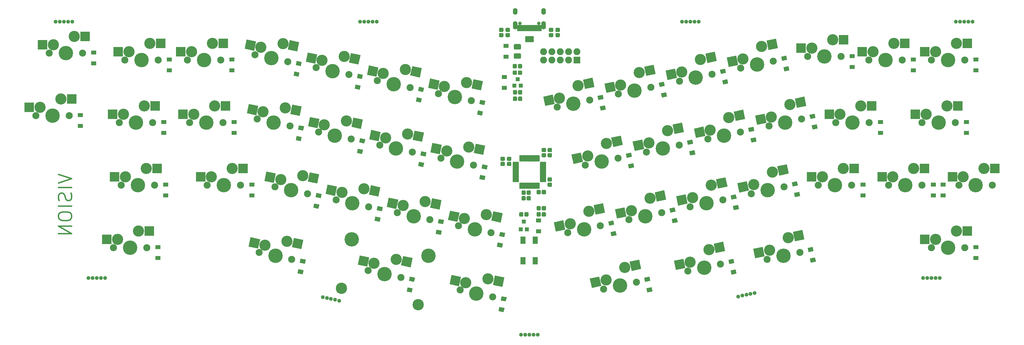
<source format=gbs>
G04 #@! TF.GenerationSoftware,KiCad,Pcbnew,(5.1.4)-1*
G04 #@! TF.CreationDate,2020-05-05T21:14:13+09:00*
G04 #@! TF.ProjectId,Vision,56697369-6f6e-42e6-9b69-6361645f7063,rev?*
G04 #@! TF.SameCoordinates,Original*
G04 #@! TF.FileFunction,Soldermask,Bot*
G04 #@! TF.FilePolarity,Negative*
%FSLAX46Y46*%
G04 Gerber Fmt 4.6, Leading zero omitted, Abs format (unit mm)*
G04 Created by KiCad (PCBNEW (5.1.4)-1) date 2020-05-05 21:14:13*
%MOMM*%
%LPD*%
G04 APERTURE LIST*
%ADD10C,0.400000*%
%ADD11C,1.187400*%
%ADD12C,0.100000*%
%ADD13C,1.275000*%
%ADD14R,2.950000X2.900000*%
%ADD15C,2.150000*%
%ADD16C,3.400000*%
%ADD17C,4.387800*%
%ADD18C,2.900000*%
%ADD19C,3.448000*%
%ADD20C,0.600000*%
%ADD21C,0.800000*%
%ADD22C,0.700000*%
%ADD23R,1.200000X1.300000*%
%ADD24R,1.500000X2.200000*%
%ADD25O,2.100000X2.100000*%
%ADD26R,2.100000X2.100000*%
%ADD27C,1.650000*%
%ADD28R,1.600000X1.300000*%
%ADD29C,1.300000*%
%ADD30O,1.400000X2.000000*%
%ADD31O,1.400000X2.500000*%
%ADD32C,1.050000*%
%ADD33R,0.700000X1.850000*%
%ADD34R,1.000000X1.850000*%
G04 APERTURE END LIST*
D10*
X66559523Y-132166666D02*
X70559523Y-133500000D01*
X66559523Y-134833333D01*
X70559523Y-136166666D02*
X66559523Y-136166666D01*
X70369047Y-137880952D02*
X70559523Y-138452380D01*
X70559523Y-139404761D01*
X70369047Y-139785714D01*
X70178571Y-139976190D01*
X69797619Y-140166666D01*
X69416666Y-140166666D01*
X69035714Y-139976190D01*
X68845238Y-139785714D01*
X68654761Y-139404761D01*
X68464285Y-138642857D01*
X68273809Y-138261904D01*
X68083333Y-138071428D01*
X67702380Y-137880952D01*
X67321428Y-137880952D01*
X66940476Y-138071428D01*
X66750000Y-138261904D01*
X66559523Y-138642857D01*
X66559523Y-139595238D01*
X66750000Y-140166666D01*
X70559523Y-141880952D02*
X66559523Y-141880952D01*
X66559523Y-144547619D02*
X66559523Y-145309523D01*
X66750000Y-145690476D01*
X67130952Y-146071428D01*
X67892857Y-146261904D01*
X69226190Y-146261904D01*
X69988095Y-146071428D01*
X70369047Y-145690476D01*
X70559523Y-145309523D01*
X70559523Y-144547619D01*
X70369047Y-144166666D01*
X69988095Y-143785714D01*
X69226190Y-143595238D01*
X67892857Y-143595238D01*
X67130952Y-143785714D01*
X66750000Y-144166666D01*
X66559523Y-144547619D01*
X70559523Y-147976190D02*
X66559523Y-147976190D01*
X70559523Y-150261904D01*
X66559523Y-150261904D01*
D11*
X207460000Y-181086880D03*
X208730000Y-181086880D03*
X212540000Y-181086880D03*
X211270000Y-181086880D03*
X210000000Y-181086880D03*
X147068315Y-169623455D03*
X148310562Y-169887503D03*
X152037304Y-170679646D03*
X150795057Y-170415598D03*
X149552810Y-170151551D03*
X75725001Y-163786592D03*
X76995001Y-163786592D03*
X80805001Y-163786592D03*
X79535001Y-163786592D03*
X78265001Y-163786592D03*
X70805001Y-85704000D03*
X69535001Y-85704000D03*
X65725001Y-85704000D03*
X66995001Y-85704000D03*
X68265001Y-85704000D03*
X163540000Y-85704000D03*
X162270000Y-85704000D03*
X158460000Y-85704000D03*
X159730000Y-85704000D03*
X161000000Y-85704000D03*
X261540000Y-85704000D03*
X260270000Y-85704000D03*
X256460000Y-85704000D03*
X257730000Y-85704000D03*
X259000000Y-85704000D03*
X344947500Y-85704000D03*
X343677500Y-85704000D03*
X339867500Y-85704000D03*
X341137500Y-85704000D03*
X342407500Y-85704000D03*
X329867501Y-163786591D03*
X331137501Y-163786591D03*
X334947501Y-163786591D03*
X333677501Y-163786591D03*
X332407501Y-163786591D03*
X273607753Y-169414048D03*
X274850000Y-169150000D03*
X278576742Y-168357857D03*
X277334495Y-168621905D03*
X276092247Y-168885953D03*
D12*
G36*
X214737493Y-136926535D02*
G01*
X214768435Y-136931125D01*
X214798778Y-136938725D01*
X214828230Y-136949263D01*
X214856508Y-136962638D01*
X214883338Y-136978719D01*
X214908463Y-136997353D01*
X214931640Y-137018360D01*
X214952647Y-137041537D01*
X214971281Y-137066662D01*
X214987362Y-137093492D01*
X215000737Y-137121770D01*
X215011275Y-137151222D01*
X215018875Y-137181565D01*
X215023465Y-137212507D01*
X215025000Y-137243750D01*
X215025000Y-137956250D01*
X215023465Y-137987493D01*
X215018875Y-138018435D01*
X215011275Y-138048778D01*
X215000737Y-138078230D01*
X214987362Y-138106508D01*
X214971281Y-138133338D01*
X214952647Y-138158463D01*
X214931640Y-138181640D01*
X214908463Y-138202647D01*
X214883338Y-138221281D01*
X214856508Y-138237362D01*
X214828230Y-138250737D01*
X214798778Y-138261275D01*
X214768435Y-138268875D01*
X214737493Y-138273465D01*
X214706250Y-138275000D01*
X214068750Y-138275000D01*
X214037507Y-138273465D01*
X214006565Y-138268875D01*
X213976222Y-138261275D01*
X213946770Y-138250737D01*
X213918492Y-138237362D01*
X213891662Y-138221281D01*
X213866537Y-138202647D01*
X213843360Y-138181640D01*
X213822353Y-138158463D01*
X213803719Y-138133338D01*
X213787638Y-138106508D01*
X213774263Y-138078230D01*
X213763725Y-138048778D01*
X213756125Y-138018435D01*
X213751535Y-137987493D01*
X213750000Y-137956250D01*
X213750000Y-137243750D01*
X213751535Y-137212507D01*
X213756125Y-137181565D01*
X213763725Y-137151222D01*
X213774263Y-137121770D01*
X213787638Y-137093492D01*
X213803719Y-137066662D01*
X213822353Y-137041537D01*
X213843360Y-137018360D01*
X213866537Y-136997353D01*
X213891662Y-136978719D01*
X213918492Y-136962638D01*
X213946770Y-136949263D01*
X213976222Y-136938725D01*
X214006565Y-136931125D01*
X214037507Y-136926535D01*
X214068750Y-136925000D01*
X214706250Y-136925000D01*
X214737493Y-136926535D01*
X214737493Y-136926535D01*
G37*
D13*
X214387500Y-137600000D03*
D12*
G36*
X213162493Y-136926535D02*
G01*
X213193435Y-136931125D01*
X213223778Y-136938725D01*
X213253230Y-136949263D01*
X213281508Y-136962638D01*
X213308338Y-136978719D01*
X213333463Y-136997353D01*
X213356640Y-137018360D01*
X213377647Y-137041537D01*
X213396281Y-137066662D01*
X213412362Y-137093492D01*
X213425737Y-137121770D01*
X213436275Y-137151222D01*
X213443875Y-137181565D01*
X213448465Y-137212507D01*
X213450000Y-137243750D01*
X213450000Y-137956250D01*
X213448465Y-137987493D01*
X213443875Y-138018435D01*
X213436275Y-138048778D01*
X213425737Y-138078230D01*
X213412362Y-138106508D01*
X213396281Y-138133338D01*
X213377647Y-138158463D01*
X213356640Y-138181640D01*
X213333463Y-138202647D01*
X213308338Y-138221281D01*
X213281508Y-138237362D01*
X213253230Y-138250737D01*
X213223778Y-138261275D01*
X213193435Y-138268875D01*
X213162493Y-138273465D01*
X213131250Y-138275000D01*
X212493750Y-138275000D01*
X212462507Y-138273465D01*
X212431565Y-138268875D01*
X212401222Y-138261275D01*
X212371770Y-138250737D01*
X212343492Y-138237362D01*
X212316662Y-138221281D01*
X212291537Y-138202647D01*
X212268360Y-138181640D01*
X212247353Y-138158463D01*
X212228719Y-138133338D01*
X212212638Y-138106508D01*
X212199263Y-138078230D01*
X212188725Y-138048778D01*
X212181125Y-138018435D01*
X212176535Y-137987493D01*
X212175000Y-137956250D01*
X212175000Y-137243750D01*
X212176535Y-137212507D01*
X212181125Y-137181565D01*
X212188725Y-137151222D01*
X212199263Y-137121770D01*
X212212638Y-137093492D01*
X212228719Y-137066662D01*
X212247353Y-137041537D01*
X212268360Y-137018360D01*
X212291537Y-136997353D01*
X212316662Y-136978719D01*
X212343492Y-136962638D01*
X212371770Y-136949263D01*
X212401222Y-136938725D01*
X212431565Y-136931125D01*
X212462507Y-136926535D01*
X212493750Y-136925000D01*
X213131250Y-136925000D01*
X213162493Y-136926535D01*
X213162493Y-136926535D01*
G37*
D13*
X212812500Y-137600000D03*
D12*
G36*
X201787493Y-89151535D02*
G01*
X201818435Y-89156125D01*
X201848778Y-89163725D01*
X201878230Y-89174263D01*
X201906508Y-89187638D01*
X201933338Y-89203719D01*
X201958463Y-89222353D01*
X201981640Y-89243360D01*
X202002647Y-89266537D01*
X202021281Y-89291662D01*
X202037362Y-89318492D01*
X202050737Y-89346770D01*
X202061275Y-89376222D01*
X202068875Y-89406565D01*
X202073465Y-89437507D01*
X202075000Y-89468750D01*
X202075000Y-90106250D01*
X202073465Y-90137493D01*
X202068875Y-90168435D01*
X202061275Y-90198778D01*
X202050737Y-90228230D01*
X202037362Y-90256508D01*
X202021281Y-90283338D01*
X202002647Y-90308463D01*
X201981640Y-90331640D01*
X201958463Y-90352647D01*
X201933338Y-90371281D01*
X201906508Y-90387362D01*
X201878230Y-90400737D01*
X201848778Y-90411275D01*
X201818435Y-90418875D01*
X201787493Y-90423465D01*
X201756250Y-90425000D01*
X201043750Y-90425000D01*
X201012507Y-90423465D01*
X200981565Y-90418875D01*
X200951222Y-90411275D01*
X200921770Y-90400737D01*
X200893492Y-90387362D01*
X200866662Y-90371281D01*
X200841537Y-90352647D01*
X200818360Y-90331640D01*
X200797353Y-90308463D01*
X200778719Y-90283338D01*
X200762638Y-90256508D01*
X200749263Y-90228230D01*
X200738725Y-90198778D01*
X200731125Y-90168435D01*
X200726535Y-90137493D01*
X200725000Y-90106250D01*
X200725000Y-89468750D01*
X200726535Y-89437507D01*
X200731125Y-89406565D01*
X200738725Y-89376222D01*
X200749263Y-89346770D01*
X200762638Y-89318492D01*
X200778719Y-89291662D01*
X200797353Y-89266537D01*
X200818360Y-89243360D01*
X200841537Y-89222353D01*
X200866662Y-89203719D01*
X200893492Y-89187638D01*
X200921770Y-89174263D01*
X200951222Y-89163725D01*
X200981565Y-89156125D01*
X201012507Y-89151535D01*
X201043750Y-89150000D01*
X201756250Y-89150000D01*
X201787493Y-89151535D01*
X201787493Y-89151535D01*
G37*
D13*
X201400000Y-89787500D03*
D12*
G36*
X201787493Y-87576535D02*
G01*
X201818435Y-87581125D01*
X201848778Y-87588725D01*
X201878230Y-87599263D01*
X201906508Y-87612638D01*
X201933338Y-87628719D01*
X201958463Y-87647353D01*
X201981640Y-87668360D01*
X202002647Y-87691537D01*
X202021281Y-87716662D01*
X202037362Y-87743492D01*
X202050737Y-87771770D01*
X202061275Y-87801222D01*
X202068875Y-87831565D01*
X202073465Y-87862507D01*
X202075000Y-87893750D01*
X202075000Y-88531250D01*
X202073465Y-88562493D01*
X202068875Y-88593435D01*
X202061275Y-88623778D01*
X202050737Y-88653230D01*
X202037362Y-88681508D01*
X202021281Y-88708338D01*
X202002647Y-88733463D01*
X201981640Y-88756640D01*
X201958463Y-88777647D01*
X201933338Y-88796281D01*
X201906508Y-88812362D01*
X201878230Y-88825737D01*
X201848778Y-88836275D01*
X201818435Y-88843875D01*
X201787493Y-88848465D01*
X201756250Y-88850000D01*
X201043750Y-88850000D01*
X201012507Y-88848465D01*
X200981565Y-88843875D01*
X200951222Y-88836275D01*
X200921770Y-88825737D01*
X200893492Y-88812362D01*
X200866662Y-88796281D01*
X200841537Y-88777647D01*
X200818360Y-88756640D01*
X200797353Y-88733463D01*
X200778719Y-88708338D01*
X200762638Y-88681508D01*
X200749263Y-88653230D01*
X200738725Y-88623778D01*
X200731125Y-88593435D01*
X200726535Y-88562493D01*
X200725000Y-88531250D01*
X200725000Y-87893750D01*
X200726535Y-87862507D01*
X200731125Y-87831565D01*
X200738725Y-87801222D01*
X200749263Y-87771770D01*
X200762638Y-87743492D01*
X200778719Y-87716662D01*
X200797353Y-87691537D01*
X200818360Y-87668360D01*
X200841537Y-87647353D01*
X200866662Y-87628719D01*
X200893492Y-87612638D01*
X200921770Y-87599263D01*
X200951222Y-87588725D01*
X200981565Y-87581125D01*
X201012507Y-87576535D01*
X201043750Y-87575000D01*
X201756250Y-87575000D01*
X201787493Y-87576535D01*
X201787493Y-87576535D01*
G37*
D13*
X201400000Y-88212500D03*
D12*
G36*
X214737493Y-141826535D02*
G01*
X214768435Y-141831125D01*
X214798778Y-141838725D01*
X214828230Y-141849263D01*
X214856508Y-141862638D01*
X214883338Y-141878719D01*
X214908463Y-141897353D01*
X214931640Y-141918360D01*
X214952647Y-141941537D01*
X214971281Y-141966662D01*
X214987362Y-141993492D01*
X215000737Y-142021770D01*
X215011275Y-142051222D01*
X215018875Y-142081565D01*
X215023465Y-142112507D01*
X215025000Y-142143750D01*
X215025000Y-142856250D01*
X215023465Y-142887493D01*
X215018875Y-142918435D01*
X215011275Y-142948778D01*
X215000737Y-142978230D01*
X214987362Y-143006508D01*
X214971281Y-143033338D01*
X214952647Y-143058463D01*
X214931640Y-143081640D01*
X214908463Y-143102647D01*
X214883338Y-143121281D01*
X214856508Y-143137362D01*
X214828230Y-143150737D01*
X214798778Y-143161275D01*
X214768435Y-143168875D01*
X214737493Y-143173465D01*
X214706250Y-143175000D01*
X214068750Y-143175000D01*
X214037507Y-143173465D01*
X214006565Y-143168875D01*
X213976222Y-143161275D01*
X213946770Y-143150737D01*
X213918492Y-143137362D01*
X213891662Y-143121281D01*
X213866537Y-143102647D01*
X213843360Y-143081640D01*
X213822353Y-143058463D01*
X213803719Y-143033338D01*
X213787638Y-143006508D01*
X213774263Y-142978230D01*
X213763725Y-142948778D01*
X213756125Y-142918435D01*
X213751535Y-142887493D01*
X213750000Y-142856250D01*
X213750000Y-142143750D01*
X213751535Y-142112507D01*
X213756125Y-142081565D01*
X213763725Y-142051222D01*
X213774263Y-142021770D01*
X213787638Y-141993492D01*
X213803719Y-141966662D01*
X213822353Y-141941537D01*
X213843360Y-141918360D01*
X213866537Y-141897353D01*
X213891662Y-141878719D01*
X213918492Y-141862638D01*
X213946770Y-141849263D01*
X213976222Y-141838725D01*
X214006565Y-141831125D01*
X214037507Y-141826535D01*
X214068750Y-141825000D01*
X214706250Y-141825000D01*
X214737493Y-141826535D01*
X214737493Y-141826535D01*
G37*
D13*
X214387500Y-142500000D03*
D12*
G36*
X213162493Y-141826535D02*
G01*
X213193435Y-141831125D01*
X213223778Y-141838725D01*
X213253230Y-141849263D01*
X213281508Y-141862638D01*
X213308338Y-141878719D01*
X213333463Y-141897353D01*
X213356640Y-141918360D01*
X213377647Y-141941537D01*
X213396281Y-141966662D01*
X213412362Y-141993492D01*
X213425737Y-142021770D01*
X213436275Y-142051222D01*
X213443875Y-142081565D01*
X213448465Y-142112507D01*
X213450000Y-142143750D01*
X213450000Y-142856250D01*
X213448465Y-142887493D01*
X213443875Y-142918435D01*
X213436275Y-142948778D01*
X213425737Y-142978230D01*
X213412362Y-143006508D01*
X213396281Y-143033338D01*
X213377647Y-143058463D01*
X213356640Y-143081640D01*
X213333463Y-143102647D01*
X213308338Y-143121281D01*
X213281508Y-143137362D01*
X213253230Y-143150737D01*
X213223778Y-143161275D01*
X213193435Y-143168875D01*
X213162493Y-143173465D01*
X213131250Y-143175000D01*
X212493750Y-143175000D01*
X212462507Y-143173465D01*
X212431565Y-143168875D01*
X212401222Y-143161275D01*
X212371770Y-143150737D01*
X212343492Y-143137362D01*
X212316662Y-143121281D01*
X212291537Y-143102647D01*
X212268360Y-143081640D01*
X212247353Y-143058463D01*
X212228719Y-143033338D01*
X212212638Y-143006508D01*
X212199263Y-142978230D01*
X212188725Y-142948778D01*
X212181125Y-142918435D01*
X212176535Y-142887493D01*
X212175000Y-142856250D01*
X212175000Y-142143750D01*
X212176535Y-142112507D01*
X212181125Y-142081565D01*
X212188725Y-142051222D01*
X212199263Y-142021770D01*
X212212638Y-141993492D01*
X212228719Y-141966662D01*
X212247353Y-141941537D01*
X212268360Y-141918360D01*
X212291537Y-141897353D01*
X212316662Y-141878719D01*
X212343492Y-141862638D01*
X212371770Y-141849263D01*
X212401222Y-141838725D01*
X212431565Y-141831125D01*
X212462507Y-141826535D01*
X212493750Y-141825000D01*
X213131250Y-141825000D01*
X213162493Y-141826535D01*
X213162493Y-141826535D01*
G37*
D13*
X212812500Y-142500000D03*
D12*
G36*
X216987493Y-87576535D02*
G01*
X217018435Y-87581125D01*
X217048778Y-87588725D01*
X217078230Y-87599263D01*
X217106508Y-87612638D01*
X217133338Y-87628719D01*
X217158463Y-87647353D01*
X217181640Y-87668360D01*
X217202647Y-87691537D01*
X217221281Y-87716662D01*
X217237362Y-87743492D01*
X217250737Y-87771770D01*
X217261275Y-87801222D01*
X217268875Y-87831565D01*
X217273465Y-87862507D01*
X217275000Y-87893750D01*
X217275000Y-88531250D01*
X217273465Y-88562493D01*
X217268875Y-88593435D01*
X217261275Y-88623778D01*
X217250737Y-88653230D01*
X217237362Y-88681508D01*
X217221281Y-88708338D01*
X217202647Y-88733463D01*
X217181640Y-88756640D01*
X217158463Y-88777647D01*
X217133338Y-88796281D01*
X217106508Y-88812362D01*
X217078230Y-88825737D01*
X217048778Y-88836275D01*
X217018435Y-88843875D01*
X216987493Y-88848465D01*
X216956250Y-88850000D01*
X216243750Y-88850000D01*
X216212507Y-88848465D01*
X216181565Y-88843875D01*
X216151222Y-88836275D01*
X216121770Y-88825737D01*
X216093492Y-88812362D01*
X216066662Y-88796281D01*
X216041537Y-88777647D01*
X216018360Y-88756640D01*
X215997353Y-88733463D01*
X215978719Y-88708338D01*
X215962638Y-88681508D01*
X215949263Y-88653230D01*
X215938725Y-88623778D01*
X215931125Y-88593435D01*
X215926535Y-88562493D01*
X215925000Y-88531250D01*
X215925000Y-87893750D01*
X215926535Y-87862507D01*
X215931125Y-87831565D01*
X215938725Y-87801222D01*
X215949263Y-87771770D01*
X215962638Y-87743492D01*
X215978719Y-87716662D01*
X215997353Y-87691537D01*
X216018360Y-87668360D01*
X216041537Y-87647353D01*
X216066662Y-87628719D01*
X216093492Y-87612638D01*
X216121770Y-87599263D01*
X216151222Y-87588725D01*
X216181565Y-87581125D01*
X216212507Y-87576535D01*
X216243750Y-87575000D01*
X216956250Y-87575000D01*
X216987493Y-87576535D01*
X216987493Y-87576535D01*
G37*
D13*
X216600000Y-88212500D03*
D12*
G36*
X216987493Y-89151535D02*
G01*
X217018435Y-89156125D01*
X217048778Y-89163725D01*
X217078230Y-89174263D01*
X217106508Y-89187638D01*
X217133338Y-89203719D01*
X217158463Y-89222353D01*
X217181640Y-89243360D01*
X217202647Y-89266537D01*
X217221281Y-89291662D01*
X217237362Y-89318492D01*
X217250737Y-89346770D01*
X217261275Y-89376222D01*
X217268875Y-89406565D01*
X217273465Y-89437507D01*
X217275000Y-89468750D01*
X217275000Y-90106250D01*
X217273465Y-90137493D01*
X217268875Y-90168435D01*
X217261275Y-90198778D01*
X217250737Y-90228230D01*
X217237362Y-90256508D01*
X217221281Y-90283338D01*
X217202647Y-90308463D01*
X217181640Y-90331640D01*
X217158463Y-90352647D01*
X217133338Y-90371281D01*
X217106508Y-90387362D01*
X217078230Y-90400737D01*
X217048778Y-90411275D01*
X217018435Y-90418875D01*
X216987493Y-90423465D01*
X216956250Y-90425000D01*
X216243750Y-90425000D01*
X216212507Y-90423465D01*
X216181565Y-90418875D01*
X216151222Y-90411275D01*
X216121770Y-90400737D01*
X216093492Y-90387362D01*
X216066662Y-90371281D01*
X216041537Y-90352647D01*
X216018360Y-90331640D01*
X215997353Y-90308463D01*
X215978719Y-90283338D01*
X215962638Y-90256508D01*
X215949263Y-90228230D01*
X215938725Y-90198778D01*
X215931125Y-90168435D01*
X215926535Y-90137493D01*
X215925000Y-90106250D01*
X215925000Y-89468750D01*
X215926535Y-89437507D01*
X215931125Y-89406565D01*
X215938725Y-89376222D01*
X215949263Y-89346770D01*
X215962638Y-89318492D01*
X215978719Y-89291662D01*
X215997353Y-89266537D01*
X216018360Y-89243360D01*
X216041537Y-89222353D01*
X216066662Y-89203719D01*
X216093492Y-89187638D01*
X216121770Y-89174263D01*
X216151222Y-89163725D01*
X216181565Y-89156125D01*
X216212507Y-89151535D01*
X216243750Y-89150000D01*
X216956250Y-89150000D01*
X216987493Y-89151535D01*
X216987493Y-89151535D01*
G37*
D13*
X216600000Y-89787500D03*
D12*
G36*
X203787493Y-89151535D02*
G01*
X203818435Y-89156125D01*
X203848778Y-89163725D01*
X203878230Y-89174263D01*
X203906508Y-89187638D01*
X203933338Y-89203719D01*
X203958463Y-89222353D01*
X203981640Y-89243360D01*
X204002647Y-89266537D01*
X204021281Y-89291662D01*
X204037362Y-89318492D01*
X204050737Y-89346770D01*
X204061275Y-89376222D01*
X204068875Y-89406565D01*
X204073465Y-89437507D01*
X204075000Y-89468750D01*
X204075000Y-90106250D01*
X204073465Y-90137493D01*
X204068875Y-90168435D01*
X204061275Y-90198778D01*
X204050737Y-90228230D01*
X204037362Y-90256508D01*
X204021281Y-90283338D01*
X204002647Y-90308463D01*
X203981640Y-90331640D01*
X203958463Y-90352647D01*
X203933338Y-90371281D01*
X203906508Y-90387362D01*
X203878230Y-90400737D01*
X203848778Y-90411275D01*
X203818435Y-90418875D01*
X203787493Y-90423465D01*
X203756250Y-90425000D01*
X203043750Y-90425000D01*
X203012507Y-90423465D01*
X202981565Y-90418875D01*
X202951222Y-90411275D01*
X202921770Y-90400737D01*
X202893492Y-90387362D01*
X202866662Y-90371281D01*
X202841537Y-90352647D01*
X202818360Y-90331640D01*
X202797353Y-90308463D01*
X202778719Y-90283338D01*
X202762638Y-90256508D01*
X202749263Y-90228230D01*
X202738725Y-90198778D01*
X202731125Y-90168435D01*
X202726535Y-90137493D01*
X202725000Y-90106250D01*
X202725000Y-89468750D01*
X202726535Y-89437507D01*
X202731125Y-89406565D01*
X202738725Y-89376222D01*
X202749263Y-89346770D01*
X202762638Y-89318492D01*
X202778719Y-89291662D01*
X202797353Y-89266537D01*
X202818360Y-89243360D01*
X202841537Y-89222353D01*
X202866662Y-89203719D01*
X202893492Y-89187638D01*
X202921770Y-89174263D01*
X202951222Y-89163725D01*
X202981565Y-89156125D01*
X203012507Y-89151535D01*
X203043750Y-89150000D01*
X203756250Y-89150000D01*
X203787493Y-89151535D01*
X203787493Y-89151535D01*
G37*
D13*
X203400000Y-89787500D03*
D12*
G36*
X203787493Y-87576535D02*
G01*
X203818435Y-87581125D01*
X203848778Y-87588725D01*
X203878230Y-87599263D01*
X203906508Y-87612638D01*
X203933338Y-87628719D01*
X203958463Y-87647353D01*
X203981640Y-87668360D01*
X204002647Y-87691537D01*
X204021281Y-87716662D01*
X204037362Y-87743492D01*
X204050737Y-87771770D01*
X204061275Y-87801222D01*
X204068875Y-87831565D01*
X204073465Y-87862507D01*
X204075000Y-87893750D01*
X204075000Y-88531250D01*
X204073465Y-88562493D01*
X204068875Y-88593435D01*
X204061275Y-88623778D01*
X204050737Y-88653230D01*
X204037362Y-88681508D01*
X204021281Y-88708338D01*
X204002647Y-88733463D01*
X203981640Y-88756640D01*
X203958463Y-88777647D01*
X203933338Y-88796281D01*
X203906508Y-88812362D01*
X203878230Y-88825737D01*
X203848778Y-88836275D01*
X203818435Y-88843875D01*
X203787493Y-88848465D01*
X203756250Y-88850000D01*
X203043750Y-88850000D01*
X203012507Y-88848465D01*
X202981565Y-88843875D01*
X202951222Y-88836275D01*
X202921770Y-88825737D01*
X202893492Y-88812362D01*
X202866662Y-88796281D01*
X202841537Y-88777647D01*
X202818360Y-88756640D01*
X202797353Y-88733463D01*
X202778719Y-88708338D01*
X202762638Y-88681508D01*
X202749263Y-88653230D01*
X202738725Y-88623778D01*
X202731125Y-88593435D01*
X202726535Y-88562493D01*
X202725000Y-88531250D01*
X202725000Y-87893750D01*
X202726535Y-87862507D01*
X202731125Y-87831565D01*
X202738725Y-87801222D01*
X202749263Y-87771770D01*
X202762638Y-87743492D01*
X202778719Y-87716662D01*
X202797353Y-87691537D01*
X202818360Y-87668360D01*
X202841537Y-87647353D01*
X202866662Y-87628719D01*
X202893492Y-87612638D01*
X202921770Y-87599263D01*
X202951222Y-87588725D01*
X202981565Y-87581125D01*
X203012507Y-87576535D01*
X203043750Y-87575000D01*
X203756250Y-87575000D01*
X203787493Y-87576535D01*
X203787493Y-87576535D01*
G37*
D13*
X203400000Y-88212500D03*
D12*
G36*
X205962493Y-108526535D02*
G01*
X205993435Y-108531125D01*
X206023778Y-108538725D01*
X206053230Y-108549263D01*
X206081508Y-108562638D01*
X206108338Y-108578719D01*
X206133463Y-108597353D01*
X206156640Y-108618360D01*
X206177647Y-108641537D01*
X206196281Y-108666662D01*
X206212362Y-108693492D01*
X206225737Y-108721770D01*
X206236275Y-108751222D01*
X206243875Y-108781565D01*
X206248465Y-108812507D01*
X206250000Y-108843750D01*
X206250000Y-109556250D01*
X206248465Y-109587493D01*
X206243875Y-109618435D01*
X206236275Y-109648778D01*
X206225737Y-109678230D01*
X206212362Y-109706508D01*
X206196281Y-109733338D01*
X206177647Y-109758463D01*
X206156640Y-109781640D01*
X206133463Y-109802647D01*
X206108338Y-109821281D01*
X206081508Y-109837362D01*
X206053230Y-109850737D01*
X206023778Y-109861275D01*
X205993435Y-109868875D01*
X205962493Y-109873465D01*
X205931250Y-109875000D01*
X205293750Y-109875000D01*
X205262507Y-109873465D01*
X205231565Y-109868875D01*
X205201222Y-109861275D01*
X205171770Y-109850737D01*
X205143492Y-109837362D01*
X205116662Y-109821281D01*
X205091537Y-109802647D01*
X205068360Y-109781640D01*
X205047353Y-109758463D01*
X205028719Y-109733338D01*
X205012638Y-109706508D01*
X204999263Y-109678230D01*
X204988725Y-109648778D01*
X204981125Y-109618435D01*
X204976535Y-109587493D01*
X204975000Y-109556250D01*
X204975000Y-108843750D01*
X204976535Y-108812507D01*
X204981125Y-108781565D01*
X204988725Y-108751222D01*
X204999263Y-108721770D01*
X205012638Y-108693492D01*
X205028719Y-108666662D01*
X205047353Y-108641537D01*
X205068360Y-108618360D01*
X205091537Y-108597353D01*
X205116662Y-108578719D01*
X205143492Y-108562638D01*
X205171770Y-108549263D01*
X205201222Y-108538725D01*
X205231565Y-108531125D01*
X205262507Y-108526535D01*
X205293750Y-108525000D01*
X205931250Y-108525000D01*
X205962493Y-108526535D01*
X205962493Y-108526535D01*
G37*
D13*
X205612500Y-109200000D03*
D12*
G36*
X207537493Y-108526535D02*
G01*
X207568435Y-108531125D01*
X207598778Y-108538725D01*
X207628230Y-108549263D01*
X207656508Y-108562638D01*
X207683338Y-108578719D01*
X207708463Y-108597353D01*
X207731640Y-108618360D01*
X207752647Y-108641537D01*
X207771281Y-108666662D01*
X207787362Y-108693492D01*
X207800737Y-108721770D01*
X207811275Y-108751222D01*
X207818875Y-108781565D01*
X207823465Y-108812507D01*
X207825000Y-108843750D01*
X207825000Y-109556250D01*
X207823465Y-109587493D01*
X207818875Y-109618435D01*
X207811275Y-109648778D01*
X207800737Y-109678230D01*
X207787362Y-109706508D01*
X207771281Y-109733338D01*
X207752647Y-109758463D01*
X207731640Y-109781640D01*
X207708463Y-109802647D01*
X207683338Y-109821281D01*
X207656508Y-109837362D01*
X207628230Y-109850737D01*
X207598778Y-109861275D01*
X207568435Y-109868875D01*
X207537493Y-109873465D01*
X207506250Y-109875000D01*
X206868750Y-109875000D01*
X206837507Y-109873465D01*
X206806565Y-109868875D01*
X206776222Y-109861275D01*
X206746770Y-109850737D01*
X206718492Y-109837362D01*
X206691662Y-109821281D01*
X206666537Y-109802647D01*
X206643360Y-109781640D01*
X206622353Y-109758463D01*
X206603719Y-109733338D01*
X206587638Y-109706508D01*
X206574263Y-109678230D01*
X206563725Y-109648778D01*
X206556125Y-109618435D01*
X206551535Y-109587493D01*
X206550000Y-109556250D01*
X206550000Y-108843750D01*
X206551535Y-108812507D01*
X206556125Y-108781565D01*
X206563725Y-108751222D01*
X206574263Y-108721770D01*
X206587638Y-108693492D01*
X206603719Y-108666662D01*
X206622353Y-108641537D01*
X206643360Y-108618360D01*
X206666537Y-108597353D01*
X206691662Y-108578719D01*
X206718492Y-108562638D01*
X206746770Y-108549263D01*
X206776222Y-108538725D01*
X206806565Y-108531125D01*
X206837507Y-108526535D01*
X206868750Y-108525000D01*
X207506250Y-108525000D01*
X207537493Y-108526535D01*
X207537493Y-108526535D01*
G37*
D13*
X207187500Y-109200000D03*
D12*
G36*
X205897495Y-98577128D02*
G01*
X205928437Y-98581718D01*
X205958780Y-98589318D01*
X205988232Y-98599856D01*
X206016510Y-98613231D01*
X206043340Y-98629312D01*
X206068465Y-98647946D01*
X206091642Y-98668953D01*
X206112649Y-98692130D01*
X206131283Y-98717255D01*
X206147364Y-98744085D01*
X206160739Y-98772363D01*
X206171277Y-98801815D01*
X206178877Y-98832158D01*
X206183467Y-98863100D01*
X206185002Y-98894343D01*
X206185002Y-99606843D01*
X206183467Y-99638086D01*
X206178877Y-99669028D01*
X206171277Y-99699371D01*
X206160739Y-99728823D01*
X206147364Y-99757101D01*
X206131283Y-99783931D01*
X206112649Y-99809056D01*
X206091642Y-99832233D01*
X206068465Y-99853240D01*
X206043340Y-99871874D01*
X206016510Y-99887955D01*
X205988232Y-99901330D01*
X205958780Y-99911868D01*
X205928437Y-99919468D01*
X205897495Y-99924058D01*
X205866252Y-99925593D01*
X205228752Y-99925593D01*
X205197509Y-99924058D01*
X205166567Y-99919468D01*
X205136224Y-99911868D01*
X205106772Y-99901330D01*
X205078494Y-99887955D01*
X205051664Y-99871874D01*
X205026539Y-99853240D01*
X205003362Y-99832233D01*
X204982355Y-99809056D01*
X204963721Y-99783931D01*
X204947640Y-99757101D01*
X204934265Y-99728823D01*
X204923727Y-99699371D01*
X204916127Y-99669028D01*
X204911537Y-99638086D01*
X204910002Y-99606843D01*
X204910002Y-98894343D01*
X204911537Y-98863100D01*
X204916127Y-98832158D01*
X204923727Y-98801815D01*
X204934265Y-98772363D01*
X204947640Y-98744085D01*
X204963721Y-98717255D01*
X204982355Y-98692130D01*
X205003362Y-98668953D01*
X205026539Y-98647946D01*
X205051664Y-98629312D01*
X205078494Y-98613231D01*
X205106772Y-98599856D01*
X205136224Y-98589318D01*
X205166567Y-98581718D01*
X205197509Y-98577128D01*
X205228752Y-98575593D01*
X205866252Y-98575593D01*
X205897495Y-98577128D01*
X205897495Y-98577128D01*
G37*
D13*
X205547502Y-99250593D03*
D12*
G36*
X207472495Y-98577128D02*
G01*
X207503437Y-98581718D01*
X207533780Y-98589318D01*
X207563232Y-98599856D01*
X207591510Y-98613231D01*
X207618340Y-98629312D01*
X207643465Y-98647946D01*
X207666642Y-98668953D01*
X207687649Y-98692130D01*
X207706283Y-98717255D01*
X207722364Y-98744085D01*
X207735739Y-98772363D01*
X207746277Y-98801815D01*
X207753877Y-98832158D01*
X207758467Y-98863100D01*
X207760002Y-98894343D01*
X207760002Y-99606843D01*
X207758467Y-99638086D01*
X207753877Y-99669028D01*
X207746277Y-99699371D01*
X207735739Y-99728823D01*
X207722364Y-99757101D01*
X207706283Y-99783931D01*
X207687649Y-99809056D01*
X207666642Y-99832233D01*
X207643465Y-99853240D01*
X207618340Y-99871874D01*
X207591510Y-99887955D01*
X207563232Y-99901330D01*
X207533780Y-99911868D01*
X207503437Y-99919468D01*
X207472495Y-99924058D01*
X207441252Y-99925593D01*
X206803752Y-99925593D01*
X206772509Y-99924058D01*
X206741567Y-99919468D01*
X206711224Y-99911868D01*
X206681772Y-99901330D01*
X206653494Y-99887955D01*
X206626664Y-99871874D01*
X206601539Y-99853240D01*
X206578362Y-99832233D01*
X206557355Y-99809056D01*
X206538721Y-99783931D01*
X206522640Y-99757101D01*
X206509265Y-99728823D01*
X206498727Y-99699371D01*
X206491127Y-99669028D01*
X206486537Y-99638086D01*
X206485002Y-99606843D01*
X206485002Y-98894343D01*
X206486537Y-98863100D01*
X206491127Y-98832158D01*
X206498727Y-98801815D01*
X206509265Y-98772363D01*
X206522640Y-98744085D01*
X206538721Y-98717255D01*
X206557355Y-98692130D01*
X206578362Y-98668953D01*
X206601539Y-98647946D01*
X206626664Y-98629312D01*
X206653494Y-98613231D01*
X206681772Y-98599856D01*
X206711224Y-98589318D01*
X206741567Y-98581718D01*
X206772509Y-98577128D01*
X206803752Y-98575593D01*
X207441252Y-98575593D01*
X207472495Y-98577128D01*
X207472495Y-98577128D01*
G37*
D13*
X207122502Y-99250593D03*
D14*
X122797000Y-130410592D03*
X109870000Y-132950592D03*
D15*
X122035000Y-135490592D03*
X111875000Y-135490592D03*
D16*
X113145000Y-132950592D03*
D17*
X116955000Y-135490592D03*
D16*
X119495000Y-130410592D03*
D18*
X228042012Y-104489136D03*
D12*
G36*
X226900716Y-106214120D02*
G01*
X226297772Y-103377492D01*
X229183308Y-102764152D01*
X229786252Y-105600780D01*
X226900716Y-106214120D01*
X226900716Y-106214120D01*
G37*
D18*
X215925594Y-109661305D03*
D12*
G36*
X214784298Y-111386289D02*
G01*
X214181354Y-108549661D01*
X217066890Y-107936321D01*
X217669834Y-110772949D01*
X214784298Y-111386289D01*
X214784298Y-111386289D01*
G37*
D15*
X228352855Y-109616555D03*
X218414875Y-111728937D03*
D16*
X219129027Y-108980395D03*
D17*
X223383865Y-110672746D03*
D16*
X224812169Y-105175660D03*
D18*
X144225530Y-133296222D03*
D12*
G36*
X142481290Y-134407866D02*
G01*
X143084234Y-131571238D01*
X145969770Y-132184578D01*
X145366826Y-135021206D01*
X142481290Y-134407866D01*
X142481290Y-134407866D01*
G37*
D18*
X131052920Y-133093043D03*
D12*
G36*
X129308680Y-134204687D02*
G01*
X129911624Y-131368059D01*
X132797160Y-131981399D01*
X132194216Y-134818027D01*
X129308680Y-134204687D01*
X129308680Y-134204687D01*
G37*
D15*
X142423990Y-138106783D03*
X132486010Y-135994401D03*
D16*
X134256353Y-133773954D03*
D17*
X137455000Y-137050592D03*
D16*
X140995686Y-132609698D03*
D18*
X267871725Y-154451590D03*
D12*
G36*
X266730429Y-156176574D02*
G01*
X266127485Y-153339946D01*
X269013021Y-152726606D01*
X269615965Y-155563234D01*
X266730429Y-156176574D01*
X266730429Y-156176574D01*
G37*
D18*
X255755307Y-159623759D03*
D12*
G36*
X254614011Y-161348743D02*
G01*
X254011067Y-158512115D01*
X256896603Y-157898775D01*
X257499547Y-160735403D01*
X254614011Y-161348743D01*
X254614011Y-161348743D01*
G37*
D15*
X268182568Y-159579009D03*
X258244588Y-161691391D03*
D16*
X258958740Y-158942849D03*
D17*
X263213578Y-160635200D03*
D16*
X264641882Y-155138114D03*
D18*
X200604552Y-164755541D03*
D12*
G36*
X198860312Y-165867185D02*
G01*
X199463256Y-163030557D01*
X202348792Y-163643897D01*
X201745848Y-166480525D01*
X198860312Y-165867185D01*
X198860312Y-165867185D01*
G37*
D18*
X187431942Y-164552362D03*
D12*
G36*
X185687702Y-165664006D02*
G01*
X186290646Y-162827378D01*
X189176182Y-163440718D01*
X188573238Y-166277346D01*
X185687702Y-165664006D01*
X185687702Y-165664006D01*
G37*
D15*
X198803012Y-169566102D03*
X188865032Y-167453720D03*
D16*
X190635375Y-165233273D03*
D17*
X193834022Y-168509911D03*
D16*
X197374708Y-164069017D03*
D18*
X138175531Y-93056222D03*
D12*
G36*
X136431291Y-94167866D02*
G01*
X137034235Y-91331238D01*
X139919771Y-91944578D01*
X139316827Y-94781206D01*
X136431291Y-94167866D01*
X136431291Y-94167866D01*
G37*
D18*
X125002921Y-92853043D03*
D12*
G36*
X123258681Y-93964687D02*
G01*
X123861625Y-91128059D01*
X126747161Y-91741399D01*
X126144217Y-94578027D01*
X123258681Y-93964687D01*
X123258681Y-93964687D01*
G37*
D15*
X136373991Y-97866783D03*
X126436011Y-95754401D03*
D16*
X128206354Y-93533954D03*
D17*
X131405001Y-96810592D03*
D16*
X134945687Y-92369698D03*
D18*
X181492954Y-141217657D03*
D12*
G36*
X179748714Y-142329301D02*
G01*
X180351658Y-139492673D01*
X183237194Y-140106013D01*
X182634250Y-142942641D01*
X179748714Y-142329301D01*
X179748714Y-142329301D01*
G37*
D18*
X168320344Y-141014478D03*
D12*
G36*
X166576104Y-142126122D02*
G01*
X167179048Y-139289494D01*
X170064584Y-139902834D01*
X169461640Y-142739462D01*
X166576104Y-142126122D01*
X166576104Y-142126122D01*
G37*
D15*
X179691414Y-146028218D03*
X169753434Y-143915836D03*
D16*
X171523777Y-141695389D03*
D17*
X174722424Y-144972027D03*
D16*
X178263110Y-140531133D03*
D18*
X246675724Y-100528418D03*
D12*
G36*
X245534428Y-102253402D02*
G01*
X244931484Y-99416774D01*
X247817020Y-98803434D01*
X248419964Y-101640062D01*
X245534428Y-102253402D01*
X245534428Y-102253402D01*
G37*
D18*
X234559306Y-105700587D03*
D12*
G36*
X233418010Y-107425571D02*
G01*
X232815066Y-104588943D01*
X235700602Y-103975603D01*
X236303546Y-106812231D01*
X233418010Y-107425571D01*
X233418010Y-107425571D01*
G37*
D15*
X246986567Y-105655837D03*
X237048587Y-107768219D03*
D16*
X237762739Y-105019677D03*
D17*
X242017577Y-106712028D03*
D16*
X243445881Y-101214942D03*
D14*
X96015751Y-111360593D03*
X83088751Y-113900593D03*
D15*
X95253751Y-116440593D03*
X85093751Y-116440593D03*
D16*
X86363751Y-113900593D03*
D17*
X90173751Y-116440593D03*
D16*
X92713751Y-111360593D03*
D18*
X194076666Y-104938376D03*
D12*
G36*
X192332426Y-106050020D02*
G01*
X192935370Y-103213392D01*
X195820906Y-103826732D01*
X195217962Y-106663360D01*
X192332426Y-106050020D01*
X192332426Y-106050020D01*
G37*
D18*
X180904056Y-104735197D03*
D12*
G36*
X179159816Y-105846841D02*
G01*
X179762760Y-103010213D01*
X182648296Y-103623553D01*
X182045352Y-106460181D01*
X179159816Y-105846841D01*
X179159816Y-105846841D01*
G37*
D15*
X192275126Y-109748937D03*
X182337146Y-107636555D03*
D16*
X184107489Y-105416108D03*
D17*
X187306136Y-108692746D03*
D16*
X190846822Y-104251852D03*
D18*
X242250372Y-159897577D03*
D12*
G36*
X241109076Y-161622561D02*
G01*
X240506132Y-158785933D01*
X243391668Y-158172593D01*
X243994612Y-161009221D01*
X241109076Y-161622561D01*
X241109076Y-161622561D01*
G37*
D18*
X230133954Y-165069746D03*
D12*
G36*
X228992658Y-166794730D02*
G01*
X228389714Y-163958102D01*
X231275250Y-163344762D01*
X231878194Y-166181390D01*
X228992658Y-166794730D01*
X228992658Y-166794730D01*
G37*
D15*
X242561215Y-165024996D03*
X232623235Y-167137378D03*
D16*
X233337387Y-164388836D03*
D17*
X237592225Y-166081187D03*
D16*
X239020529Y-160584101D03*
D17*
X155922635Y-152012175D03*
X179276887Y-156976274D03*
D19*
X152754061Y-166919144D03*
X176108313Y-171883244D03*
D18*
X172653980Y-158814463D03*
D12*
G36*
X170909740Y-159926107D02*
G01*
X171512684Y-157089479D01*
X174398220Y-157702819D01*
X173795276Y-160539447D01*
X170909740Y-159926107D01*
X170909740Y-159926107D01*
G37*
D18*
X159481370Y-158611284D03*
D12*
G36*
X157737130Y-159722928D02*
G01*
X158340074Y-156886300D01*
X161225610Y-157499640D01*
X160622666Y-160336268D01*
X157737130Y-159722928D01*
X157737130Y-159722928D01*
G37*
D15*
X170852440Y-163625024D03*
X160914460Y-161512642D03*
D16*
X162684803Y-159292195D03*
D17*
X165883450Y-162568833D03*
D16*
X169424136Y-158127939D03*
D14*
X330318251Y-130410592D03*
X317391251Y-132950592D03*
D15*
X329556251Y-135490592D03*
X319396251Y-135490592D03*
D16*
X320666251Y-132950592D03*
D17*
X324476251Y-135490592D03*
D16*
X327016251Y-130410592D03*
D14*
X96603251Y-130410592D03*
X83676251Y-132950592D03*
D15*
X95841251Y-135490592D03*
X85681251Y-135490592D03*
D16*
X86951251Y-132950592D03*
D17*
X90761251Y-135490592D03*
D16*
X93301251Y-130410592D03*
D18*
X138875529Y-112686223D03*
D12*
G36*
X137131289Y-113797867D02*
G01*
X137734233Y-110961239D01*
X140619769Y-111574579D01*
X140016825Y-114411207D01*
X137131289Y-113797867D01*
X137131289Y-113797867D01*
G37*
D18*
X125702919Y-112483044D03*
D12*
G36*
X123958679Y-113594688D02*
G01*
X124561623Y-110758060D01*
X127447159Y-111371400D01*
X126844215Y-114208028D01*
X123958679Y-113594688D01*
X123958679Y-113594688D01*
G37*
D15*
X137073989Y-117496784D03*
X127136009Y-115384402D03*
D16*
X128906352Y-113163955D03*
D17*
X132104999Y-116440593D03*
D16*
X135645685Y-111999699D03*
D18*
X175442954Y-100977658D03*
D12*
G36*
X173698714Y-102089302D02*
G01*
X174301658Y-99252674D01*
X177187194Y-99866014D01*
X176584250Y-102702642D01*
X173698714Y-102089302D01*
X173698714Y-102089302D01*
G37*
D18*
X162270344Y-100774479D03*
D12*
G36*
X160526104Y-101886123D02*
G01*
X161129048Y-99049495D01*
X164014584Y-99662835D01*
X163411640Y-102499463D01*
X160526104Y-101886123D01*
X160526104Y-101886123D01*
G37*
D15*
X173641414Y-105788219D03*
X163703434Y-103675837D03*
D16*
X165473777Y-101455390D03*
D17*
X168672424Y-104732028D03*
D16*
X172213110Y-100291134D03*
D14*
X116747000Y-92310592D03*
X103820000Y-94850592D03*
D15*
X115985000Y-97390592D03*
X105825000Y-97390592D03*
D16*
X107095000Y-94850592D03*
D17*
X110905000Y-97390592D03*
D16*
X113445000Y-92310592D03*
X71375002Y-90170593D03*
D17*
X68835002Y-95250593D03*
D16*
X65025002Y-92710593D03*
D15*
X63755002Y-95250593D03*
X73915002Y-95250593D03*
D14*
X61750002Y-92710593D03*
X74677002Y-90170593D03*
X70607000Y-109220593D03*
X57680000Y-111760593D03*
D15*
X69845000Y-114300593D03*
X59685000Y-114300593D03*
D16*
X60955000Y-111760593D03*
D17*
X64765000Y-114300593D03*
D16*
X67305000Y-109220593D03*
D14*
X305627001Y-91250593D03*
X292700001Y-93790593D03*
D15*
X304865001Y-96330593D03*
X294705001Y-96330593D03*
D16*
X295975001Y-93790593D03*
D17*
X299785001Y-96330593D03*
D16*
X302325001Y-91250593D03*
D18*
X283943148Y-92606983D03*
D12*
G36*
X282801852Y-94331967D02*
G01*
X282198908Y-91495339D01*
X285084444Y-90881999D01*
X285687388Y-93718627D01*
X282801852Y-94331967D01*
X282801852Y-94331967D01*
G37*
D18*
X271826730Y-97779152D03*
D12*
G36*
X270685434Y-99504136D02*
G01*
X270082490Y-96667508D01*
X272968026Y-96054168D01*
X273570970Y-98890796D01*
X270685434Y-99504136D01*
X270685434Y-99504136D01*
G37*
D15*
X284253991Y-97734402D03*
X274316011Y-99846784D03*
D16*
X275030163Y-97098242D03*
D17*
X279285001Y-98790593D03*
D16*
X280713305Y-93293507D03*
D18*
X249935724Y-138788417D03*
D12*
G36*
X248794428Y-140513401D02*
G01*
X248191484Y-137676773D01*
X251077020Y-137063433D01*
X251679964Y-139900061D01*
X248794428Y-140513401D01*
X248794428Y-140513401D01*
G37*
D18*
X237819306Y-143960586D03*
D12*
G36*
X236678010Y-145685570D02*
G01*
X236075066Y-142848942D01*
X238960602Y-142235602D01*
X239563546Y-145072230D01*
X236678010Y-145685570D01*
X236678010Y-145685570D01*
G37*
D15*
X250246567Y-143915836D03*
X240308587Y-146028218D03*
D16*
X241022739Y-143279676D03*
D17*
X245277577Y-144972027D03*
D16*
X246705881Y-139474941D03*
D18*
X268569435Y-134827699D03*
D12*
G36*
X267428139Y-136552683D02*
G01*
X266825195Y-133716055D01*
X269710731Y-133102715D01*
X270313675Y-135939343D01*
X267428139Y-136552683D01*
X267428139Y-136552683D01*
G37*
D18*
X256453017Y-139999868D03*
D12*
G36*
X255311721Y-141724852D02*
G01*
X254708777Y-138888224D01*
X257594313Y-138274884D01*
X258197257Y-141111512D01*
X255311721Y-141724852D01*
X255311721Y-141724852D01*
G37*
D15*
X268880278Y-139955118D03*
X258942298Y-142067500D03*
D16*
X259656450Y-139318958D03*
D17*
X263911288Y-141011309D03*
D16*
X265339592Y-135514223D03*
D18*
X292563147Y-110256983D03*
D12*
G36*
X291421851Y-111981967D02*
G01*
X290818907Y-109145339D01*
X293704443Y-108531999D01*
X294307387Y-111368627D01*
X291421851Y-111981967D01*
X291421851Y-111981967D01*
G37*
D18*
X280446729Y-115429152D03*
D12*
G36*
X279305433Y-117154136D02*
G01*
X278702489Y-114317508D01*
X281588025Y-113704168D01*
X282190969Y-116540796D01*
X279305433Y-117154136D01*
X279305433Y-117154136D01*
G37*
D15*
X292873990Y-115384402D03*
X282936010Y-117496784D03*
D16*
X283650162Y-114748242D03*
D17*
X287905000Y-116440593D03*
D16*
X289333304Y-110943507D03*
D18*
X273929436Y-114217700D03*
D12*
G36*
X272788140Y-115942684D02*
G01*
X272185196Y-113106056D01*
X275070732Y-112492716D01*
X275673676Y-115329344D01*
X272788140Y-115942684D01*
X272788140Y-115942684D01*
G37*
D18*
X261813018Y-119389869D03*
D12*
G36*
X260671722Y-121114853D02*
G01*
X260068778Y-118278225D01*
X262954314Y-117664885D01*
X263557258Y-120501513D01*
X260671722Y-121114853D01*
X260671722Y-121114853D01*
G37*
D15*
X274240279Y-119345119D03*
X264302299Y-121457501D03*
D16*
X265016451Y-118708959D03*
D17*
X269271289Y-120401310D03*
D16*
X270699593Y-114904224D03*
D18*
X255295724Y-118178418D03*
D12*
G36*
X254154428Y-119903402D02*
G01*
X253551484Y-117066774D01*
X256437020Y-116453434D01*
X257039964Y-119290062D01*
X254154428Y-119903402D01*
X254154428Y-119903402D01*
G37*
D18*
X243179306Y-123350587D03*
D12*
G36*
X242038010Y-125075571D02*
G01*
X241435066Y-122238943D01*
X244320602Y-121625603D01*
X244923546Y-124462231D01*
X242038010Y-125075571D01*
X242038010Y-125075571D01*
G37*
D15*
X255606567Y-123305837D03*
X245668587Y-125418219D03*
D16*
X246382739Y-122669677D03*
D17*
X250637577Y-124362028D03*
D16*
X252065881Y-118864942D03*
D18*
X265309436Y-96567700D03*
D12*
G36*
X264168140Y-98292684D02*
G01*
X263565196Y-95456056D01*
X266450732Y-94842716D01*
X267053676Y-97679344D01*
X264168140Y-98292684D01*
X264168140Y-98292684D01*
G37*
D18*
X253193018Y-101739869D03*
D12*
G36*
X252051722Y-103464853D02*
G01*
X251448778Y-100628225D01*
X254334314Y-100014885D01*
X254937258Y-102851513D01*
X252051722Y-103464853D01*
X252051722Y-103464853D01*
G37*
D15*
X265620279Y-101695119D03*
X255682299Y-103807501D03*
D16*
X256396451Y-101058959D03*
D17*
X260651289Y-102751310D03*
D16*
X262079593Y-97254224D03*
D18*
X236662012Y-122139134D03*
D12*
G36*
X235520716Y-123864118D02*
G01*
X234917772Y-121027490D01*
X237803308Y-120414150D01*
X238406252Y-123250778D01*
X235520716Y-123864118D01*
X235520716Y-123864118D01*
G37*
D18*
X224545594Y-127311303D03*
D12*
G36*
X223404298Y-129036287D02*
G01*
X222801354Y-126199659D01*
X225686890Y-125586319D01*
X226289834Y-128422947D01*
X223404298Y-129036287D01*
X223404298Y-129036287D01*
G37*
D15*
X236972855Y-127266553D03*
X227034875Y-129378935D03*
D16*
X227749027Y-126630393D03*
D17*
X232003865Y-128322744D03*
D16*
X233432169Y-122825658D03*
D18*
X194776666Y-124568374D03*
D12*
G36*
X193032426Y-125680018D02*
G01*
X193635370Y-122843390D01*
X196520906Y-123456730D01*
X195917962Y-126293358D01*
X193032426Y-125680018D01*
X193032426Y-125680018D01*
G37*
D18*
X181604056Y-124365195D03*
D12*
G36*
X179859816Y-125476839D02*
G01*
X180462760Y-122640211D01*
X183348296Y-123253551D01*
X182745352Y-126090179D01*
X179859816Y-125476839D01*
X179859816Y-125476839D01*
G37*
D15*
X192975126Y-129378935D03*
X183037146Y-127266553D03*
D16*
X184807489Y-125046106D03*
D17*
X188006136Y-128322744D03*
D16*
X191546822Y-123881850D03*
D14*
X351749501Y-130410592D03*
X338822501Y-132950592D03*
D15*
X350987501Y-135490592D03*
X340827501Y-135490592D03*
D16*
X342097501Y-132950592D03*
D17*
X345907501Y-135490592D03*
D16*
X348447501Y-130410592D03*
D18*
X176142954Y-120607658D03*
D12*
G36*
X174398714Y-121719302D02*
G01*
X175001658Y-118882674D01*
X177887194Y-119496014D01*
X177284250Y-122332642D01*
X174398714Y-121719302D01*
X174398714Y-121719302D01*
G37*
D18*
X162970344Y-120404479D03*
D12*
G36*
X161226104Y-121516123D02*
G01*
X161829048Y-118679495D01*
X164714584Y-119292835D01*
X164111640Y-122129463D01*
X161226104Y-121516123D01*
X161226104Y-121516123D01*
G37*
D15*
X174341414Y-125418219D03*
X164403434Y-123305837D03*
D16*
X166173777Y-121085390D03*
D17*
X169372424Y-124362028D03*
D16*
X172913110Y-119921134D03*
D14*
X97697001Y-92310593D03*
X84770001Y-94850593D03*
D15*
X96935001Y-97390593D03*
X86775001Y-97390593D03*
D16*
X88045001Y-94850593D03*
D17*
X91855001Y-97390593D03*
D16*
X94395001Y-92310593D03*
D14*
X340440751Y-111360593D03*
X327513751Y-113900593D03*
D15*
X339678751Y-116440593D03*
X329518751Y-116440593D03*
D16*
X330788751Y-113900593D03*
D17*
X334598751Y-116440593D03*
D16*
X337138751Y-111360593D03*
D18*
X156809242Y-97016940D03*
D12*
G36*
X155065002Y-98128584D02*
G01*
X155667946Y-95291956D01*
X158553482Y-95905296D01*
X157950538Y-98741924D01*
X155065002Y-98128584D01*
X155065002Y-98128584D01*
G37*
D18*
X143636632Y-96813761D03*
D12*
G36*
X141892392Y-97925405D02*
G01*
X142495336Y-95088777D01*
X145380872Y-95702117D01*
X144777928Y-98538745D01*
X141892392Y-97925405D01*
X141892392Y-97925405D01*
G37*
D15*
X155007702Y-101827501D03*
X145069722Y-99715119D03*
D16*
X146840065Y-97494672D03*
D17*
X150038712Y-100771310D03*
D16*
X153579398Y-96330416D03*
D14*
X343307001Y-92310593D03*
X330380001Y-94850593D03*
D15*
X342545001Y-97390593D03*
X332385001Y-97390593D03*
D16*
X333655001Y-94850593D03*
D17*
X337465001Y-97390593D03*
D16*
X340005001Y-92310593D03*
D18*
X157509242Y-116646940D03*
D12*
G36*
X155765002Y-117758584D02*
G01*
X156367946Y-114921956D01*
X159253482Y-115535296D01*
X158650538Y-118371924D01*
X155765002Y-117758584D01*
X155765002Y-117758584D01*
G37*
D18*
X144336632Y-116443761D03*
D12*
G36*
X142592392Y-117555405D02*
G01*
X143195336Y-114718777D01*
X146080872Y-115332117D01*
X145477928Y-118168745D01*
X142592392Y-117555405D01*
X142592392Y-117555405D01*
G37*
D15*
X155707702Y-121457501D03*
X145769722Y-119345119D03*
D16*
X147540065Y-117124672D03*
D17*
X150738712Y-120401310D03*
D16*
X154279398Y-115960416D03*
D14*
X343306500Y-149460591D03*
X330379500Y-152000591D03*
D15*
X342544500Y-154540591D03*
X332384500Y-154540591D03*
D16*
X333654500Y-152000591D03*
D17*
X337464500Y-154540591D03*
D16*
X340004500Y-149460591D03*
D14*
X94222001Y-149460592D03*
X81295001Y-152000592D03*
D15*
X93460001Y-154540592D03*
X83300001Y-154540592D03*
D16*
X84570001Y-152000592D03*
D17*
X88380001Y-154540592D03*
D16*
X90920001Y-149460592D03*
D18*
X162859242Y-137256939D03*
D12*
G36*
X161115002Y-138368583D02*
G01*
X161717946Y-135531955D01*
X164603482Y-136145295D01*
X164000538Y-138981923D01*
X161115002Y-138368583D01*
X161115002Y-138368583D01*
G37*
D18*
X149686632Y-137053760D03*
D12*
G36*
X147942392Y-138165404D02*
G01*
X148545336Y-135328776D01*
X151430872Y-135942116D01*
X150827928Y-138778744D01*
X147942392Y-138165404D01*
X147942392Y-138165404D01*
G37*
D15*
X161057702Y-142067500D03*
X151119722Y-139955118D03*
D16*
X152890065Y-137734671D03*
D17*
X156088712Y-141011309D03*
D16*
X159629398Y-136570415D03*
D14*
X324257001Y-92310592D03*
X311330001Y-94850592D03*
D15*
X323495001Y-97390592D03*
X313335001Y-97390592D03*
D16*
X314605001Y-94850592D03*
D17*
X318415001Y-97390592D03*
D16*
X320955001Y-92310592D03*
D18*
X231302012Y-142749135D03*
D12*
G36*
X230160716Y-144474119D02*
G01*
X229557772Y-141637491D01*
X232443308Y-141024151D01*
X233046252Y-143860779D01*
X230160716Y-144474119D01*
X230160716Y-144474119D01*
G37*
D18*
X219185594Y-147921304D03*
D12*
G36*
X218044298Y-149646288D02*
G01*
X217441354Y-146809660D01*
X220326890Y-146196320D01*
X220929834Y-149032948D01*
X218044298Y-149646288D01*
X218044298Y-149646288D01*
G37*
D15*
X231612855Y-147876554D03*
X221674875Y-149988936D03*
D16*
X222389027Y-147240394D03*
D17*
X226643865Y-148932745D03*
D16*
X228072169Y-143435659D03*
D18*
X200126666Y-145178375D03*
D12*
G36*
X198382426Y-146290019D02*
G01*
X198985370Y-143453391D01*
X201870906Y-144066731D01*
X201267962Y-146903359D01*
X198382426Y-146290019D01*
X198382426Y-146290019D01*
G37*
D18*
X186954056Y-144975196D03*
D12*
G36*
X185209816Y-146086840D02*
G01*
X185812760Y-143250212D01*
X188698296Y-143863552D01*
X188095352Y-146700180D01*
X185209816Y-146086840D01*
X185209816Y-146086840D01*
G37*
D15*
X198325126Y-149988936D03*
X188387146Y-147876554D03*
D16*
X190157489Y-145656107D03*
D17*
X193356136Y-148932745D03*
D16*
X196896822Y-144491851D03*
D18*
X292013148Y-150856981D03*
D12*
G36*
X290871852Y-152581965D02*
G01*
X290268908Y-149745337D01*
X293154444Y-149131997D01*
X293757388Y-151968625D01*
X290871852Y-152581965D01*
X290871852Y-152581965D01*
G37*
D18*
X279896730Y-156029150D03*
D12*
G36*
X278755434Y-157754134D02*
G01*
X278152490Y-154917506D01*
X281038026Y-154304166D01*
X281640970Y-157140794D01*
X278755434Y-157754134D01*
X278755434Y-157754134D01*
G37*
D15*
X292323991Y-155984400D03*
X282386011Y-158096782D03*
D16*
X283100163Y-155348240D03*
D17*
X287355001Y-157040591D03*
D16*
X288783305Y-151543505D03*
D18*
X139415531Y-153286222D03*
D12*
G36*
X137671291Y-154397866D02*
G01*
X138274235Y-151561238D01*
X141159771Y-152174578D01*
X140556827Y-155011206D01*
X137671291Y-154397866D01*
X137671291Y-154397866D01*
G37*
D18*
X126242921Y-153083043D03*
D12*
G36*
X124498681Y-154194687D02*
G01*
X125101625Y-151358059D01*
X127987161Y-151971399D01*
X127384217Y-154808027D01*
X124498681Y-154194687D01*
X124498681Y-154194687D01*
G37*
D15*
X137613991Y-158096783D03*
X127676011Y-155984401D03*
D16*
X129446354Y-153763954D03*
D17*
X132645001Y-157040592D03*
D16*
X136185687Y-152599698D03*
D14*
X117447001Y-111360593D03*
X104520001Y-113900593D03*
D15*
X116685001Y-116440593D03*
X106525001Y-116440593D03*
D16*
X107795001Y-113900593D03*
D17*
X111605001Y-116440593D03*
D16*
X114145001Y-111360593D03*
D14*
X314247001Y-111360593D03*
X301320001Y-113900593D03*
D15*
X313485001Y-116440593D03*
X303325001Y-116440593D03*
D16*
X304595001Y-113900593D03*
D17*
X308405001Y-116440593D03*
D16*
X310945001Y-111360593D03*
D14*
X308887001Y-130410592D03*
X295960001Y-132950592D03*
D15*
X308125001Y-135490592D03*
X297965001Y-135490592D03*
D16*
X299235001Y-132950592D03*
D17*
X303045001Y-135490592D03*
D16*
X305585001Y-130410592D03*
D18*
X287203148Y-130866981D03*
D12*
G36*
X286061852Y-132591965D02*
G01*
X285458908Y-129755337D01*
X288344444Y-129141997D01*
X288947388Y-131978625D01*
X286061852Y-132591965D01*
X286061852Y-132591965D01*
G37*
D18*
X275086730Y-136039150D03*
D12*
G36*
X273945434Y-137764134D02*
G01*
X273342490Y-134927506D01*
X276228026Y-134314166D01*
X276830970Y-137150794D01*
X273945434Y-137764134D01*
X273945434Y-137764134D01*
G37*
D15*
X287513991Y-135994400D03*
X277576011Y-138106782D03*
D16*
X278290163Y-135358240D03*
D17*
X282545001Y-137050591D03*
D16*
X283973305Y-131553505D03*
D12*
G36*
X211164703Y-90139795D02*
G01*
X211179264Y-90141955D01*
X211193543Y-90145532D01*
X211207403Y-90150491D01*
X211220710Y-90156785D01*
X211233336Y-90164353D01*
X211245159Y-90173121D01*
X211256066Y-90183007D01*
X211265952Y-90193914D01*
X211274720Y-90205737D01*
X211282288Y-90218363D01*
X211288582Y-90231670D01*
X211293541Y-90245530D01*
X211297118Y-90259809D01*
X211299278Y-90274370D01*
X211300000Y-90289073D01*
X211300000Y-90954073D01*
X211299278Y-90968776D01*
X211297118Y-90983337D01*
X211293541Y-90997616D01*
X211288582Y-91011476D01*
X211282288Y-91024783D01*
X211274720Y-91037409D01*
X211265952Y-91049232D01*
X211256066Y-91060139D01*
X211245159Y-91070025D01*
X211233336Y-91078793D01*
X211220710Y-91086361D01*
X211207403Y-91092655D01*
X211193543Y-91097614D01*
X211179264Y-91101191D01*
X211164703Y-91103351D01*
X211150000Y-91104073D01*
X210850000Y-91104073D01*
X210835297Y-91103351D01*
X210820736Y-91101191D01*
X210806457Y-91097614D01*
X210792597Y-91092655D01*
X210779290Y-91086361D01*
X210766664Y-91078793D01*
X210754841Y-91070025D01*
X210743934Y-91060139D01*
X210734048Y-91049232D01*
X210725280Y-91037409D01*
X210717712Y-91024783D01*
X210711418Y-91011476D01*
X210706459Y-90997616D01*
X210702882Y-90983337D01*
X210700722Y-90968776D01*
X210700000Y-90954073D01*
X210700000Y-90289073D01*
X210700722Y-90274370D01*
X210702882Y-90259809D01*
X210706459Y-90245530D01*
X210711418Y-90231670D01*
X210717712Y-90218363D01*
X210725280Y-90205737D01*
X210734048Y-90193914D01*
X210743934Y-90183007D01*
X210754841Y-90173121D01*
X210766664Y-90164353D01*
X210779290Y-90156785D01*
X210792597Y-90150491D01*
X210806457Y-90145532D01*
X210820736Y-90141955D01*
X210835297Y-90139795D01*
X210850000Y-90139073D01*
X211150000Y-90139073D01*
X211164703Y-90139795D01*
X211164703Y-90139795D01*
G37*
D20*
X211000000Y-90621573D03*
D12*
G36*
X210664703Y-90139795D02*
G01*
X210679264Y-90141955D01*
X210693543Y-90145532D01*
X210707403Y-90150491D01*
X210720710Y-90156785D01*
X210733336Y-90164353D01*
X210745159Y-90173121D01*
X210756066Y-90183007D01*
X210765952Y-90193914D01*
X210774720Y-90205737D01*
X210782288Y-90218363D01*
X210788582Y-90231670D01*
X210793541Y-90245530D01*
X210797118Y-90259809D01*
X210799278Y-90274370D01*
X210800000Y-90289073D01*
X210800000Y-90954073D01*
X210799278Y-90968776D01*
X210797118Y-90983337D01*
X210793541Y-90997616D01*
X210788582Y-91011476D01*
X210782288Y-91024783D01*
X210774720Y-91037409D01*
X210765952Y-91049232D01*
X210756066Y-91060139D01*
X210745159Y-91070025D01*
X210733336Y-91078793D01*
X210720710Y-91086361D01*
X210707403Y-91092655D01*
X210693543Y-91097614D01*
X210679264Y-91101191D01*
X210664703Y-91103351D01*
X210650000Y-91104073D01*
X210350000Y-91104073D01*
X210335297Y-91103351D01*
X210320736Y-91101191D01*
X210306457Y-91097614D01*
X210292597Y-91092655D01*
X210279290Y-91086361D01*
X210266664Y-91078793D01*
X210254841Y-91070025D01*
X210243934Y-91060139D01*
X210234048Y-91049232D01*
X210225280Y-91037409D01*
X210217712Y-91024783D01*
X210211418Y-91011476D01*
X210206459Y-90997616D01*
X210202882Y-90983337D01*
X210200722Y-90968776D01*
X210200000Y-90954073D01*
X210200000Y-90289073D01*
X210200722Y-90274370D01*
X210202882Y-90259809D01*
X210206459Y-90245530D01*
X210211418Y-90231670D01*
X210217712Y-90218363D01*
X210225280Y-90205737D01*
X210234048Y-90193914D01*
X210243934Y-90183007D01*
X210254841Y-90173121D01*
X210266664Y-90164353D01*
X210279290Y-90156785D01*
X210292597Y-90150491D01*
X210306457Y-90145532D01*
X210320736Y-90141955D01*
X210335297Y-90139795D01*
X210350000Y-90139073D01*
X210650000Y-90139073D01*
X210664703Y-90139795D01*
X210664703Y-90139795D01*
G37*
D20*
X210500000Y-90621573D03*
D12*
G36*
X210219603Y-90140036D02*
G01*
X210239018Y-90142916D01*
X210258057Y-90147685D01*
X210276537Y-90154297D01*
X210294279Y-90162689D01*
X210311114Y-90172779D01*
X210326879Y-90184471D01*
X210341421Y-90197652D01*
X210354602Y-90212194D01*
X210366294Y-90227959D01*
X210376384Y-90244794D01*
X210384776Y-90262536D01*
X210391388Y-90281016D01*
X210396157Y-90300055D01*
X210399037Y-90319470D01*
X210400000Y-90339073D01*
X210400000Y-90904073D01*
X210399037Y-90923676D01*
X210396157Y-90943091D01*
X210391388Y-90962130D01*
X210384776Y-90980610D01*
X210376384Y-90998352D01*
X210366294Y-91015187D01*
X210354602Y-91030952D01*
X210341421Y-91045494D01*
X210326879Y-91058675D01*
X210311114Y-91070367D01*
X210294279Y-91080457D01*
X210276537Y-91088849D01*
X210258057Y-91095461D01*
X210239018Y-91100230D01*
X210219603Y-91103110D01*
X210200000Y-91104073D01*
X209800000Y-91104073D01*
X209780397Y-91103110D01*
X209760982Y-91100230D01*
X209741943Y-91095461D01*
X209723463Y-91088849D01*
X209705721Y-91080457D01*
X209688886Y-91070367D01*
X209673121Y-91058675D01*
X209658579Y-91045494D01*
X209645398Y-91030952D01*
X209633706Y-91015187D01*
X209623616Y-90998352D01*
X209615224Y-90980610D01*
X209608612Y-90962130D01*
X209603843Y-90943091D01*
X209600963Y-90923676D01*
X209600000Y-90904073D01*
X209600000Y-90339073D01*
X209600963Y-90319470D01*
X209603843Y-90300055D01*
X209608612Y-90281016D01*
X209615224Y-90262536D01*
X209623616Y-90244794D01*
X209633706Y-90227959D01*
X209645398Y-90212194D01*
X209658579Y-90197652D01*
X209673121Y-90184471D01*
X209688886Y-90172779D01*
X209705721Y-90162689D01*
X209723463Y-90154297D01*
X209741943Y-90147685D01*
X209760982Y-90142916D01*
X209780397Y-90140036D01*
X209800000Y-90139073D01*
X210200000Y-90139073D01*
X210219603Y-90140036D01*
X210219603Y-90140036D01*
G37*
D21*
X210000000Y-90621573D03*
D12*
G36*
X209664703Y-90139795D02*
G01*
X209679264Y-90141955D01*
X209693543Y-90145532D01*
X209707403Y-90150491D01*
X209720710Y-90156785D01*
X209733336Y-90164353D01*
X209745159Y-90173121D01*
X209756066Y-90183007D01*
X209765952Y-90193914D01*
X209774720Y-90205737D01*
X209782288Y-90218363D01*
X209788582Y-90231670D01*
X209793541Y-90245530D01*
X209797118Y-90259809D01*
X209799278Y-90274370D01*
X209800000Y-90289073D01*
X209800000Y-90954073D01*
X209799278Y-90968776D01*
X209797118Y-90983337D01*
X209793541Y-90997616D01*
X209788582Y-91011476D01*
X209782288Y-91024783D01*
X209774720Y-91037409D01*
X209765952Y-91049232D01*
X209756066Y-91060139D01*
X209745159Y-91070025D01*
X209733336Y-91078793D01*
X209720710Y-91086361D01*
X209707403Y-91092655D01*
X209693543Y-91097614D01*
X209679264Y-91101191D01*
X209664703Y-91103351D01*
X209650000Y-91104073D01*
X209350000Y-91104073D01*
X209335297Y-91103351D01*
X209320736Y-91101191D01*
X209306457Y-91097614D01*
X209292597Y-91092655D01*
X209279290Y-91086361D01*
X209266664Y-91078793D01*
X209254841Y-91070025D01*
X209243934Y-91060139D01*
X209234048Y-91049232D01*
X209225280Y-91037409D01*
X209217712Y-91024783D01*
X209211418Y-91011476D01*
X209206459Y-90997616D01*
X209202882Y-90983337D01*
X209200722Y-90968776D01*
X209200000Y-90954073D01*
X209200000Y-90289073D01*
X209200722Y-90274370D01*
X209202882Y-90259809D01*
X209206459Y-90245530D01*
X209211418Y-90231670D01*
X209217712Y-90218363D01*
X209225280Y-90205737D01*
X209234048Y-90193914D01*
X209243934Y-90183007D01*
X209254841Y-90173121D01*
X209266664Y-90164353D01*
X209279290Y-90156785D01*
X209292597Y-90150491D01*
X209306457Y-90145532D01*
X209320736Y-90141955D01*
X209335297Y-90139795D01*
X209350000Y-90139073D01*
X209650000Y-90139073D01*
X209664703Y-90139795D01*
X209664703Y-90139795D01*
G37*
D20*
X209500000Y-90621573D03*
D12*
G36*
X209164703Y-90139795D02*
G01*
X209179264Y-90141955D01*
X209193543Y-90145532D01*
X209207403Y-90150491D01*
X209220710Y-90156785D01*
X209233336Y-90164353D01*
X209245159Y-90173121D01*
X209256066Y-90183007D01*
X209265952Y-90193914D01*
X209274720Y-90205737D01*
X209282288Y-90218363D01*
X209288582Y-90231670D01*
X209293541Y-90245530D01*
X209297118Y-90259809D01*
X209299278Y-90274370D01*
X209300000Y-90289073D01*
X209300000Y-90954073D01*
X209299278Y-90968776D01*
X209297118Y-90983337D01*
X209293541Y-90997616D01*
X209288582Y-91011476D01*
X209282288Y-91024783D01*
X209274720Y-91037409D01*
X209265952Y-91049232D01*
X209256066Y-91060139D01*
X209245159Y-91070025D01*
X209233336Y-91078793D01*
X209220710Y-91086361D01*
X209207403Y-91092655D01*
X209193543Y-91097614D01*
X209179264Y-91101191D01*
X209164703Y-91103351D01*
X209150000Y-91104073D01*
X208850000Y-91104073D01*
X208835297Y-91103351D01*
X208820736Y-91101191D01*
X208806457Y-91097614D01*
X208792597Y-91092655D01*
X208779290Y-91086361D01*
X208766664Y-91078793D01*
X208754841Y-91070025D01*
X208743934Y-91060139D01*
X208734048Y-91049232D01*
X208725280Y-91037409D01*
X208717712Y-91024783D01*
X208711418Y-91011476D01*
X208706459Y-90997616D01*
X208702882Y-90983337D01*
X208700722Y-90968776D01*
X208700000Y-90954073D01*
X208700000Y-90289073D01*
X208700722Y-90274370D01*
X208702882Y-90259809D01*
X208706459Y-90245530D01*
X208711418Y-90231670D01*
X208717712Y-90218363D01*
X208725280Y-90205737D01*
X208734048Y-90193914D01*
X208743934Y-90183007D01*
X208754841Y-90173121D01*
X208766664Y-90164353D01*
X208779290Y-90156785D01*
X208792597Y-90150491D01*
X208806457Y-90145532D01*
X208820736Y-90141955D01*
X208835297Y-90139795D01*
X208850000Y-90139073D01*
X209150000Y-90139073D01*
X209164703Y-90139795D01*
X209164703Y-90139795D01*
G37*
D20*
X209000000Y-90621573D03*
D12*
G36*
X209164703Y-90974795D02*
G01*
X209179264Y-90976955D01*
X209193543Y-90980532D01*
X209207403Y-90985491D01*
X209220710Y-90991785D01*
X209233336Y-90999353D01*
X209245159Y-91008121D01*
X209256066Y-91018007D01*
X209265952Y-91028914D01*
X209274720Y-91040737D01*
X209282288Y-91053363D01*
X209288582Y-91066670D01*
X209293541Y-91080530D01*
X209297118Y-91094809D01*
X209299278Y-91109370D01*
X209300000Y-91124073D01*
X209300000Y-91789073D01*
X209299278Y-91803776D01*
X209297118Y-91818337D01*
X209293541Y-91832616D01*
X209288582Y-91846476D01*
X209282288Y-91859783D01*
X209274720Y-91872409D01*
X209265952Y-91884232D01*
X209256066Y-91895139D01*
X209245159Y-91905025D01*
X209233336Y-91913793D01*
X209220710Y-91921361D01*
X209207403Y-91927655D01*
X209193543Y-91932614D01*
X209179264Y-91936191D01*
X209164703Y-91938351D01*
X209150000Y-91939073D01*
X208850000Y-91939073D01*
X208835297Y-91938351D01*
X208820736Y-91936191D01*
X208806457Y-91932614D01*
X208792597Y-91927655D01*
X208779290Y-91921361D01*
X208766664Y-91913793D01*
X208754841Y-91905025D01*
X208743934Y-91895139D01*
X208734048Y-91884232D01*
X208725280Y-91872409D01*
X208717712Y-91859783D01*
X208711418Y-91846476D01*
X208706459Y-91832616D01*
X208702882Y-91818337D01*
X208700722Y-91803776D01*
X208700000Y-91789073D01*
X208700000Y-91124073D01*
X208700722Y-91109370D01*
X208702882Y-91094809D01*
X208706459Y-91080530D01*
X208711418Y-91066670D01*
X208717712Y-91053363D01*
X208725280Y-91040737D01*
X208734048Y-91028914D01*
X208743934Y-91018007D01*
X208754841Y-91008121D01*
X208766664Y-90999353D01*
X208779290Y-90991785D01*
X208792597Y-90985491D01*
X208806457Y-90980532D01*
X208820736Y-90976955D01*
X208835297Y-90974795D01*
X208850000Y-90974073D01*
X209150000Y-90974073D01*
X209164703Y-90974795D01*
X209164703Y-90974795D01*
G37*
D20*
X209000000Y-91456573D03*
D12*
G36*
X209664703Y-90974795D02*
G01*
X209679264Y-90976955D01*
X209693543Y-90980532D01*
X209707403Y-90985491D01*
X209720710Y-90991785D01*
X209733336Y-90999353D01*
X209745159Y-91008121D01*
X209756066Y-91018007D01*
X209765952Y-91028914D01*
X209774720Y-91040737D01*
X209782288Y-91053363D01*
X209788582Y-91066670D01*
X209793541Y-91080530D01*
X209797118Y-91094809D01*
X209799278Y-91109370D01*
X209800000Y-91124073D01*
X209800000Y-91789073D01*
X209799278Y-91803776D01*
X209797118Y-91818337D01*
X209793541Y-91832616D01*
X209788582Y-91846476D01*
X209782288Y-91859783D01*
X209774720Y-91872409D01*
X209765952Y-91884232D01*
X209756066Y-91895139D01*
X209745159Y-91905025D01*
X209733336Y-91913793D01*
X209720710Y-91921361D01*
X209707403Y-91927655D01*
X209693543Y-91932614D01*
X209679264Y-91936191D01*
X209664703Y-91938351D01*
X209650000Y-91939073D01*
X209350000Y-91939073D01*
X209335297Y-91938351D01*
X209320736Y-91936191D01*
X209306457Y-91932614D01*
X209292597Y-91927655D01*
X209279290Y-91921361D01*
X209266664Y-91913793D01*
X209254841Y-91905025D01*
X209243934Y-91895139D01*
X209234048Y-91884232D01*
X209225280Y-91872409D01*
X209217712Y-91859783D01*
X209211418Y-91846476D01*
X209206459Y-91832616D01*
X209202882Y-91818337D01*
X209200722Y-91803776D01*
X209200000Y-91789073D01*
X209200000Y-91124073D01*
X209200722Y-91109370D01*
X209202882Y-91094809D01*
X209206459Y-91080530D01*
X209211418Y-91066670D01*
X209217712Y-91053363D01*
X209225280Y-91040737D01*
X209234048Y-91028914D01*
X209243934Y-91018007D01*
X209254841Y-91008121D01*
X209266664Y-90999353D01*
X209279290Y-90991785D01*
X209292597Y-90985491D01*
X209306457Y-90980532D01*
X209320736Y-90976955D01*
X209335297Y-90974795D01*
X209350000Y-90974073D01*
X209650000Y-90974073D01*
X209664703Y-90974795D01*
X209664703Y-90974795D01*
G37*
D20*
X209500000Y-91456573D03*
D12*
G36*
X210219603Y-90975036D02*
G01*
X210239018Y-90977916D01*
X210258057Y-90982685D01*
X210276537Y-90989297D01*
X210294279Y-90997689D01*
X210311114Y-91007779D01*
X210326879Y-91019471D01*
X210341421Y-91032652D01*
X210354602Y-91047194D01*
X210366294Y-91062959D01*
X210376384Y-91079794D01*
X210384776Y-91097536D01*
X210391388Y-91116016D01*
X210396157Y-91135055D01*
X210399037Y-91154470D01*
X210400000Y-91174073D01*
X210400000Y-91739073D01*
X210399037Y-91758676D01*
X210396157Y-91778091D01*
X210391388Y-91797130D01*
X210384776Y-91815610D01*
X210376384Y-91833352D01*
X210366294Y-91850187D01*
X210354602Y-91865952D01*
X210341421Y-91880494D01*
X210326879Y-91893675D01*
X210311114Y-91905367D01*
X210294279Y-91915457D01*
X210276537Y-91923849D01*
X210258057Y-91930461D01*
X210239018Y-91935230D01*
X210219603Y-91938110D01*
X210200000Y-91939073D01*
X209800000Y-91939073D01*
X209780397Y-91938110D01*
X209760982Y-91935230D01*
X209741943Y-91930461D01*
X209723463Y-91923849D01*
X209705721Y-91915457D01*
X209688886Y-91905367D01*
X209673121Y-91893675D01*
X209658579Y-91880494D01*
X209645398Y-91865952D01*
X209633706Y-91850187D01*
X209623616Y-91833352D01*
X209615224Y-91815610D01*
X209608612Y-91797130D01*
X209603843Y-91778091D01*
X209600963Y-91758676D01*
X209600000Y-91739073D01*
X209600000Y-91174073D01*
X209600963Y-91154470D01*
X209603843Y-91135055D01*
X209608612Y-91116016D01*
X209615224Y-91097536D01*
X209623616Y-91079794D01*
X209633706Y-91062959D01*
X209645398Y-91047194D01*
X209658579Y-91032652D01*
X209673121Y-91019471D01*
X209688886Y-91007779D01*
X209705721Y-90997689D01*
X209723463Y-90989297D01*
X209741943Y-90982685D01*
X209760982Y-90977916D01*
X209780397Y-90975036D01*
X209800000Y-90974073D01*
X210200000Y-90974073D01*
X210219603Y-90975036D01*
X210219603Y-90975036D01*
G37*
D21*
X210000000Y-91456573D03*
D12*
G36*
X210664703Y-90974795D02*
G01*
X210679264Y-90976955D01*
X210693543Y-90980532D01*
X210707403Y-90985491D01*
X210720710Y-90991785D01*
X210733336Y-90999353D01*
X210745159Y-91008121D01*
X210756066Y-91018007D01*
X210765952Y-91028914D01*
X210774720Y-91040737D01*
X210782288Y-91053363D01*
X210788582Y-91066670D01*
X210793541Y-91080530D01*
X210797118Y-91094809D01*
X210799278Y-91109370D01*
X210800000Y-91124073D01*
X210800000Y-91789073D01*
X210799278Y-91803776D01*
X210797118Y-91818337D01*
X210793541Y-91832616D01*
X210788582Y-91846476D01*
X210782288Y-91859783D01*
X210774720Y-91872409D01*
X210765952Y-91884232D01*
X210756066Y-91895139D01*
X210745159Y-91905025D01*
X210733336Y-91913793D01*
X210720710Y-91921361D01*
X210707403Y-91927655D01*
X210693543Y-91932614D01*
X210679264Y-91936191D01*
X210664703Y-91938351D01*
X210650000Y-91939073D01*
X210350000Y-91939073D01*
X210335297Y-91938351D01*
X210320736Y-91936191D01*
X210306457Y-91932614D01*
X210292597Y-91927655D01*
X210279290Y-91921361D01*
X210266664Y-91913793D01*
X210254841Y-91905025D01*
X210243934Y-91895139D01*
X210234048Y-91884232D01*
X210225280Y-91872409D01*
X210217712Y-91859783D01*
X210211418Y-91846476D01*
X210206459Y-91832616D01*
X210202882Y-91818337D01*
X210200722Y-91803776D01*
X210200000Y-91789073D01*
X210200000Y-91124073D01*
X210200722Y-91109370D01*
X210202882Y-91094809D01*
X210206459Y-91080530D01*
X210211418Y-91066670D01*
X210217712Y-91053363D01*
X210225280Y-91040737D01*
X210234048Y-91028914D01*
X210243934Y-91018007D01*
X210254841Y-91008121D01*
X210266664Y-90999353D01*
X210279290Y-90991785D01*
X210292597Y-90985491D01*
X210306457Y-90980532D01*
X210320736Y-90976955D01*
X210335297Y-90974795D01*
X210350000Y-90974073D01*
X210650000Y-90974073D01*
X210664703Y-90974795D01*
X210664703Y-90974795D01*
G37*
D20*
X210500000Y-91456573D03*
D12*
G36*
X211164703Y-90974795D02*
G01*
X211179264Y-90976955D01*
X211193543Y-90980532D01*
X211207403Y-90985491D01*
X211220710Y-90991785D01*
X211233336Y-90999353D01*
X211245159Y-91008121D01*
X211256066Y-91018007D01*
X211265952Y-91028914D01*
X211274720Y-91040737D01*
X211282288Y-91053363D01*
X211288582Y-91066670D01*
X211293541Y-91080530D01*
X211297118Y-91094809D01*
X211299278Y-91109370D01*
X211300000Y-91124073D01*
X211300000Y-91789073D01*
X211299278Y-91803776D01*
X211297118Y-91818337D01*
X211293541Y-91832616D01*
X211288582Y-91846476D01*
X211282288Y-91859783D01*
X211274720Y-91872409D01*
X211265952Y-91884232D01*
X211256066Y-91895139D01*
X211245159Y-91905025D01*
X211233336Y-91913793D01*
X211220710Y-91921361D01*
X211207403Y-91927655D01*
X211193543Y-91932614D01*
X211179264Y-91936191D01*
X211164703Y-91938351D01*
X211150000Y-91939073D01*
X210850000Y-91939073D01*
X210835297Y-91938351D01*
X210820736Y-91936191D01*
X210806457Y-91932614D01*
X210792597Y-91927655D01*
X210779290Y-91921361D01*
X210766664Y-91913793D01*
X210754841Y-91905025D01*
X210743934Y-91895139D01*
X210734048Y-91884232D01*
X210725280Y-91872409D01*
X210717712Y-91859783D01*
X210711418Y-91846476D01*
X210706459Y-91832616D01*
X210702882Y-91818337D01*
X210700722Y-91803776D01*
X210700000Y-91789073D01*
X210700000Y-91124073D01*
X210700722Y-91109370D01*
X210702882Y-91094809D01*
X210706459Y-91080530D01*
X210711418Y-91066670D01*
X210717712Y-91053363D01*
X210725280Y-91040737D01*
X210734048Y-91028914D01*
X210743934Y-91018007D01*
X210754841Y-91008121D01*
X210766664Y-90999353D01*
X210779290Y-90991785D01*
X210792597Y-90985491D01*
X210806457Y-90980532D01*
X210820736Y-90976955D01*
X210835297Y-90974795D01*
X210850000Y-90974073D01*
X211150000Y-90974073D01*
X211164703Y-90974795D01*
X211164703Y-90974795D01*
G37*
D20*
X211000000Y-91456573D03*
D12*
G36*
X214942153Y-133891956D02*
G01*
X214959141Y-133894476D01*
X214975800Y-133898648D01*
X214991970Y-133904434D01*
X215007494Y-133911777D01*
X215022225Y-133920606D01*
X215036019Y-133930836D01*
X215048744Y-133942369D01*
X215060277Y-133955094D01*
X215070507Y-133968888D01*
X215079336Y-133983619D01*
X215086679Y-133999143D01*
X215092465Y-134015313D01*
X215096637Y-134031972D01*
X215099157Y-134048960D01*
X215100000Y-134066113D01*
X215100000Y-134416113D01*
X215099157Y-134433266D01*
X215096637Y-134450254D01*
X215092465Y-134466913D01*
X215086679Y-134483083D01*
X215079336Y-134498607D01*
X215070507Y-134513338D01*
X215060277Y-134527132D01*
X215048744Y-134539857D01*
X215036019Y-134551390D01*
X215022225Y-134561620D01*
X215007494Y-134570449D01*
X214991970Y-134577792D01*
X214975800Y-134583578D01*
X214959141Y-134587750D01*
X214942153Y-134590270D01*
X214925000Y-134591113D01*
X213400000Y-134591113D01*
X213382847Y-134590270D01*
X213365859Y-134587750D01*
X213349200Y-134583578D01*
X213333030Y-134577792D01*
X213317506Y-134570449D01*
X213302775Y-134561620D01*
X213288981Y-134551390D01*
X213276256Y-134539857D01*
X213264723Y-134527132D01*
X213254493Y-134513338D01*
X213245664Y-134498607D01*
X213238321Y-134483083D01*
X213232535Y-134466913D01*
X213228363Y-134450254D01*
X213225843Y-134433266D01*
X213225000Y-134416113D01*
X213225000Y-134066113D01*
X213225843Y-134048960D01*
X213228363Y-134031972D01*
X213232535Y-134015313D01*
X213238321Y-133999143D01*
X213245664Y-133983619D01*
X213254493Y-133968888D01*
X213264723Y-133955094D01*
X213276256Y-133942369D01*
X213288981Y-133930836D01*
X213302775Y-133920606D01*
X213317506Y-133911777D01*
X213333030Y-133904434D01*
X213349200Y-133898648D01*
X213365859Y-133894476D01*
X213382847Y-133891956D01*
X213400000Y-133891113D01*
X214925000Y-133891113D01*
X214942153Y-133891956D01*
X214942153Y-133891956D01*
G37*
D22*
X214162500Y-134241113D03*
D12*
G36*
X214942153Y-133391956D02*
G01*
X214959141Y-133394476D01*
X214975800Y-133398648D01*
X214991970Y-133404434D01*
X215007494Y-133411777D01*
X215022225Y-133420606D01*
X215036019Y-133430836D01*
X215048744Y-133442369D01*
X215060277Y-133455094D01*
X215070507Y-133468888D01*
X215079336Y-133483619D01*
X215086679Y-133499143D01*
X215092465Y-133515313D01*
X215096637Y-133531972D01*
X215099157Y-133548960D01*
X215100000Y-133566113D01*
X215100000Y-133916113D01*
X215099157Y-133933266D01*
X215096637Y-133950254D01*
X215092465Y-133966913D01*
X215086679Y-133983083D01*
X215079336Y-133998607D01*
X215070507Y-134013338D01*
X215060277Y-134027132D01*
X215048744Y-134039857D01*
X215036019Y-134051390D01*
X215022225Y-134061620D01*
X215007494Y-134070449D01*
X214991970Y-134077792D01*
X214975800Y-134083578D01*
X214959141Y-134087750D01*
X214942153Y-134090270D01*
X214925000Y-134091113D01*
X213400000Y-134091113D01*
X213382847Y-134090270D01*
X213365859Y-134087750D01*
X213349200Y-134083578D01*
X213333030Y-134077792D01*
X213317506Y-134070449D01*
X213302775Y-134061620D01*
X213288981Y-134051390D01*
X213276256Y-134039857D01*
X213264723Y-134027132D01*
X213254493Y-134013338D01*
X213245664Y-133998607D01*
X213238321Y-133983083D01*
X213232535Y-133966913D01*
X213228363Y-133950254D01*
X213225843Y-133933266D01*
X213225000Y-133916113D01*
X213225000Y-133566113D01*
X213225843Y-133548960D01*
X213228363Y-133531972D01*
X213232535Y-133515313D01*
X213238321Y-133499143D01*
X213245664Y-133483619D01*
X213254493Y-133468888D01*
X213264723Y-133455094D01*
X213276256Y-133442369D01*
X213288981Y-133430836D01*
X213302775Y-133420606D01*
X213317506Y-133411777D01*
X213333030Y-133404434D01*
X213349200Y-133398648D01*
X213365859Y-133394476D01*
X213382847Y-133391956D01*
X213400000Y-133391113D01*
X214925000Y-133391113D01*
X214942153Y-133391956D01*
X214942153Y-133391956D01*
G37*
D22*
X214162500Y-133741113D03*
D12*
G36*
X214942153Y-132891956D02*
G01*
X214959141Y-132894476D01*
X214975800Y-132898648D01*
X214991970Y-132904434D01*
X215007494Y-132911777D01*
X215022225Y-132920606D01*
X215036019Y-132930836D01*
X215048744Y-132942369D01*
X215060277Y-132955094D01*
X215070507Y-132968888D01*
X215079336Y-132983619D01*
X215086679Y-132999143D01*
X215092465Y-133015313D01*
X215096637Y-133031972D01*
X215099157Y-133048960D01*
X215100000Y-133066113D01*
X215100000Y-133416113D01*
X215099157Y-133433266D01*
X215096637Y-133450254D01*
X215092465Y-133466913D01*
X215086679Y-133483083D01*
X215079336Y-133498607D01*
X215070507Y-133513338D01*
X215060277Y-133527132D01*
X215048744Y-133539857D01*
X215036019Y-133551390D01*
X215022225Y-133561620D01*
X215007494Y-133570449D01*
X214991970Y-133577792D01*
X214975800Y-133583578D01*
X214959141Y-133587750D01*
X214942153Y-133590270D01*
X214925000Y-133591113D01*
X213400000Y-133591113D01*
X213382847Y-133590270D01*
X213365859Y-133587750D01*
X213349200Y-133583578D01*
X213333030Y-133577792D01*
X213317506Y-133570449D01*
X213302775Y-133561620D01*
X213288981Y-133551390D01*
X213276256Y-133539857D01*
X213264723Y-133527132D01*
X213254493Y-133513338D01*
X213245664Y-133498607D01*
X213238321Y-133483083D01*
X213232535Y-133466913D01*
X213228363Y-133450254D01*
X213225843Y-133433266D01*
X213225000Y-133416113D01*
X213225000Y-133066113D01*
X213225843Y-133048960D01*
X213228363Y-133031972D01*
X213232535Y-133015313D01*
X213238321Y-132999143D01*
X213245664Y-132983619D01*
X213254493Y-132968888D01*
X213264723Y-132955094D01*
X213276256Y-132942369D01*
X213288981Y-132930836D01*
X213302775Y-132920606D01*
X213317506Y-132911777D01*
X213333030Y-132904434D01*
X213349200Y-132898648D01*
X213365859Y-132894476D01*
X213382847Y-132891956D01*
X213400000Y-132891113D01*
X214925000Y-132891113D01*
X214942153Y-132891956D01*
X214942153Y-132891956D01*
G37*
D22*
X214162500Y-133241113D03*
D12*
G36*
X214942153Y-132391956D02*
G01*
X214959141Y-132394476D01*
X214975800Y-132398648D01*
X214991970Y-132404434D01*
X215007494Y-132411777D01*
X215022225Y-132420606D01*
X215036019Y-132430836D01*
X215048744Y-132442369D01*
X215060277Y-132455094D01*
X215070507Y-132468888D01*
X215079336Y-132483619D01*
X215086679Y-132499143D01*
X215092465Y-132515313D01*
X215096637Y-132531972D01*
X215099157Y-132548960D01*
X215100000Y-132566113D01*
X215100000Y-132916113D01*
X215099157Y-132933266D01*
X215096637Y-132950254D01*
X215092465Y-132966913D01*
X215086679Y-132983083D01*
X215079336Y-132998607D01*
X215070507Y-133013338D01*
X215060277Y-133027132D01*
X215048744Y-133039857D01*
X215036019Y-133051390D01*
X215022225Y-133061620D01*
X215007494Y-133070449D01*
X214991970Y-133077792D01*
X214975800Y-133083578D01*
X214959141Y-133087750D01*
X214942153Y-133090270D01*
X214925000Y-133091113D01*
X213400000Y-133091113D01*
X213382847Y-133090270D01*
X213365859Y-133087750D01*
X213349200Y-133083578D01*
X213333030Y-133077792D01*
X213317506Y-133070449D01*
X213302775Y-133061620D01*
X213288981Y-133051390D01*
X213276256Y-133039857D01*
X213264723Y-133027132D01*
X213254493Y-133013338D01*
X213245664Y-132998607D01*
X213238321Y-132983083D01*
X213232535Y-132966913D01*
X213228363Y-132950254D01*
X213225843Y-132933266D01*
X213225000Y-132916113D01*
X213225000Y-132566113D01*
X213225843Y-132548960D01*
X213228363Y-132531972D01*
X213232535Y-132515313D01*
X213238321Y-132499143D01*
X213245664Y-132483619D01*
X213254493Y-132468888D01*
X213264723Y-132455094D01*
X213276256Y-132442369D01*
X213288981Y-132430836D01*
X213302775Y-132420606D01*
X213317506Y-132411777D01*
X213333030Y-132404434D01*
X213349200Y-132398648D01*
X213365859Y-132394476D01*
X213382847Y-132391956D01*
X213400000Y-132391113D01*
X214925000Y-132391113D01*
X214942153Y-132391956D01*
X214942153Y-132391956D01*
G37*
D22*
X214162500Y-132741113D03*
D12*
G36*
X214942153Y-131891956D02*
G01*
X214959141Y-131894476D01*
X214975800Y-131898648D01*
X214991970Y-131904434D01*
X215007494Y-131911777D01*
X215022225Y-131920606D01*
X215036019Y-131930836D01*
X215048744Y-131942369D01*
X215060277Y-131955094D01*
X215070507Y-131968888D01*
X215079336Y-131983619D01*
X215086679Y-131999143D01*
X215092465Y-132015313D01*
X215096637Y-132031972D01*
X215099157Y-132048960D01*
X215100000Y-132066113D01*
X215100000Y-132416113D01*
X215099157Y-132433266D01*
X215096637Y-132450254D01*
X215092465Y-132466913D01*
X215086679Y-132483083D01*
X215079336Y-132498607D01*
X215070507Y-132513338D01*
X215060277Y-132527132D01*
X215048744Y-132539857D01*
X215036019Y-132551390D01*
X215022225Y-132561620D01*
X215007494Y-132570449D01*
X214991970Y-132577792D01*
X214975800Y-132583578D01*
X214959141Y-132587750D01*
X214942153Y-132590270D01*
X214925000Y-132591113D01*
X213400000Y-132591113D01*
X213382847Y-132590270D01*
X213365859Y-132587750D01*
X213349200Y-132583578D01*
X213333030Y-132577792D01*
X213317506Y-132570449D01*
X213302775Y-132561620D01*
X213288981Y-132551390D01*
X213276256Y-132539857D01*
X213264723Y-132527132D01*
X213254493Y-132513338D01*
X213245664Y-132498607D01*
X213238321Y-132483083D01*
X213232535Y-132466913D01*
X213228363Y-132450254D01*
X213225843Y-132433266D01*
X213225000Y-132416113D01*
X213225000Y-132066113D01*
X213225843Y-132048960D01*
X213228363Y-132031972D01*
X213232535Y-132015313D01*
X213238321Y-131999143D01*
X213245664Y-131983619D01*
X213254493Y-131968888D01*
X213264723Y-131955094D01*
X213276256Y-131942369D01*
X213288981Y-131930836D01*
X213302775Y-131920606D01*
X213317506Y-131911777D01*
X213333030Y-131904434D01*
X213349200Y-131898648D01*
X213365859Y-131894476D01*
X213382847Y-131891956D01*
X213400000Y-131891113D01*
X214925000Y-131891113D01*
X214942153Y-131891956D01*
X214942153Y-131891956D01*
G37*
D22*
X214162500Y-132241113D03*
D12*
G36*
X214942153Y-131391956D02*
G01*
X214959141Y-131394476D01*
X214975800Y-131398648D01*
X214991970Y-131404434D01*
X215007494Y-131411777D01*
X215022225Y-131420606D01*
X215036019Y-131430836D01*
X215048744Y-131442369D01*
X215060277Y-131455094D01*
X215070507Y-131468888D01*
X215079336Y-131483619D01*
X215086679Y-131499143D01*
X215092465Y-131515313D01*
X215096637Y-131531972D01*
X215099157Y-131548960D01*
X215100000Y-131566113D01*
X215100000Y-131916113D01*
X215099157Y-131933266D01*
X215096637Y-131950254D01*
X215092465Y-131966913D01*
X215086679Y-131983083D01*
X215079336Y-131998607D01*
X215070507Y-132013338D01*
X215060277Y-132027132D01*
X215048744Y-132039857D01*
X215036019Y-132051390D01*
X215022225Y-132061620D01*
X215007494Y-132070449D01*
X214991970Y-132077792D01*
X214975800Y-132083578D01*
X214959141Y-132087750D01*
X214942153Y-132090270D01*
X214925000Y-132091113D01*
X213400000Y-132091113D01*
X213382847Y-132090270D01*
X213365859Y-132087750D01*
X213349200Y-132083578D01*
X213333030Y-132077792D01*
X213317506Y-132070449D01*
X213302775Y-132061620D01*
X213288981Y-132051390D01*
X213276256Y-132039857D01*
X213264723Y-132027132D01*
X213254493Y-132013338D01*
X213245664Y-131998607D01*
X213238321Y-131983083D01*
X213232535Y-131966913D01*
X213228363Y-131950254D01*
X213225843Y-131933266D01*
X213225000Y-131916113D01*
X213225000Y-131566113D01*
X213225843Y-131548960D01*
X213228363Y-131531972D01*
X213232535Y-131515313D01*
X213238321Y-131499143D01*
X213245664Y-131483619D01*
X213254493Y-131468888D01*
X213264723Y-131455094D01*
X213276256Y-131442369D01*
X213288981Y-131430836D01*
X213302775Y-131420606D01*
X213317506Y-131411777D01*
X213333030Y-131404434D01*
X213349200Y-131398648D01*
X213365859Y-131394476D01*
X213382847Y-131391956D01*
X213400000Y-131391113D01*
X214925000Y-131391113D01*
X214942153Y-131391956D01*
X214942153Y-131391956D01*
G37*
D22*
X214162500Y-131741113D03*
D12*
G36*
X214942153Y-130891956D02*
G01*
X214959141Y-130894476D01*
X214975800Y-130898648D01*
X214991970Y-130904434D01*
X215007494Y-130911777D01*
X215022225Y-130920606D01*
X215036019Y-130930836D01*
X215048744Y-130942369D01*
X215060277Y-130955094D01*
X215070507Y-130968888D01*
X215079336Y-130983619D01*
X215086679Y-130999143D01*
X215092465Y-131015313D01*
X215096637Y-131031972D01*
X215099157Y-131048960D01*
X215100000Y-131066113D01*
X215100000Y-131416113D01*
X215099157Y-131433266D01*
X215096637Y-131450254D01*
X215092465Y-131466913D01*
X215086679Y-131483083D01*
X215079336Y-131498607D01*
X215070507Y-131513338D01*
X215060277Y-131527132D01*
X215048744Y-131539857D01*
X215036019Y-131551390D01*
X215022225Y-131561620D01*
X215007494Y-131570449D01*
X214991970Y-131577792D01*
X214975800Y-131583578D01*
X214959141Y-131587750D01*
X214942153Y-131590270D01*
X214925000Y-131591113D01*
X213400000Y-131591113D01*
X213382847Y-131590270D01*
X213365859Y-131587750D01*
X213349200Y-131583578D01*
X213333030Y-131577792D01*
X213317506Y-131570449D01*
X213302775Y-131561620D01*
X213288981Y-131551390D01*
X213276256Y-131539857D01*
X213264723Y-131527132D01*
X213254493Y-131513338D01*
X213245664Y-131498607D01*
X213238321Y-131483083D01*
X213232535Y-131466913D01*
X213228363Y-131450254D01*
X213225843Y-131433266D01*
X213225000Y-131416113D01*
X213225000Y-131066113D01*
X213225843Y-131048960D01*
X213228363Y-131031972D01*
X213232535Y-131015313D01*
X213238321Y-130999143D01*
X213245664Y-130983619D01*
X213254493Y-130968888D01*
X213264723Y-130955094D01*
X213276256Y-130942369D01*
X213288981Y-130930836D01*
X213302775Y-130920606D01*
X213317506Y-130911777D01*
X213333030Y-130904434D01*
X213349200Y-130898648D01*
X213365859Y-130894476D01*
X213382847Y-130891956D01*
X213400000Y-130891113D01*
X214925000Y-130891113D01*
X214942153Y-130891956D01*
X214942153Y-130891956D01*
G37*
D22*
X214162500Y-131241113D03*
D12*
G36*
X214942153Y-130391956D02*
G01*
X214959141Y-130394476D01*
X214975800Y-130398648D01*
X214991970Y-130404434D01*
X215007494Y-130411777D01*
X215022225Y-130420606D01*
X215036019Y-130430836D01*
X215048744Y-130442369D01*
X215060277Y-130455094D01*
X215070507Y-130468888D01*
X215079336Y-130483619D01*
X215086679Y-130499143D01*
X215092465Y-130515313D01*
X215096637Y-130531972D01*
X215099157Y-130548960D01*
X215100000Y-130566113D01*
X215100000Y-130916113D01*
X215099157Y-130933266D01*
X215096637Y-130950254D01*
X215092465Y-130966913D01*
X215086679Y-130983083D01*
X215079336Y-130998607D01*
X215070507Y-131013338D01*
X215060277Y-131027132D01*
X215048744Y-131039857D01*
X215036019Y-131051390D01*
X215022225Y-131061620D01*
X215007494Y-131070449D01*
X214991970Y-131077792D01*
X214975800Y-131083578D01*
X214959141Y-131087750D01*
X214942153Y-131090270D01*
X214925000Y-131091113D01*
X213400000Y-131091113D01*
X213382847Y-131090270D01*
X213365859Y-131087750D01*
X213349200Y-131083578D01*
X213333030Y-131077792D01*
X213317506Y-131070449D01*
X213302775Y-131061620D01*
X213288981Y-131051390D01*
X213276256Y-131039857D01*
X213264723Y-131027132D01*
X213254493Y-131013338D01*
X213245664Y-130998607D01*
X213238321Y-130983083D01*
X213232535Y-130966913D01*
X213228363Y-130950254D01*
X213225843Y-130933266D01*
X213225000Y-130916113D01*
X213225000Y-130566113D01*
X213225843Y-130548960D01*
X213228363Y-130531972D01*
X213232535Y-130515313D01*
X213238321Y-130499143D01*
X213245664Y-130483619D01*
X213254493Y-130468888D01*
X213264723Y-130455094D01*
X213276256Y-130442369D01*
X213288981Y-130430836D01*
X213302775Y-130420606D01*
X213317506Y-130411777D01*
X213333030Y-130404434D01*
X213349200Y-130398648D01*
X213365859Y-130394476D01*
X213382847Y-130391956D01*
X213400000Y-130391113D01*
X214925000Y-130391113D01*
X214942153Y-130391956D01*
X214942153Y-130391956D01*
G37*
D22*
X214162500Y-130741113D03*
D12*
G36*
X214942153Y-129891956D02*
G01*
X214959141Y-129894476D01*
X214975800Y-129898648D01*
X214991970Y-129904434D01*
X215007494Y-129911777D01*
X215022225Y-129920606D01*
X215036019Y-129930836D01*
X215048744Y-129942369D01*
X215060277Y-129955094D01*
X215070507Y-129968888D01*
X215079336Y-129983619D01*
X215086679Y-129999143D01*
X215092465Y-130015313D01*
X215096637Y-130031972D01*
X215099157Y-130048960D01*
X215100000Y-130066113D01*
X215100000Y-130416113D01*
X215099157Y-130433266D01*
X215096637Y-130450254D01*
X215092465Y-130466913D01*
X215086679Y-130483083D01*
X215079336Y-130498607D01*
X215070507Y-130513338D01*
X215060277Y-130527132D01*
X215048744Y-130539857D01*
X215036019Y-130551390D01*
X215022225Y-130561620D01*
X215007494Y-130570449D01*
X214991970Y-130577792D01*
X214975800Y-130583578D01*
X214959141Y-130587750D01*
X214942153Y-130590270D01*
X214925000Y-130591113D01*
X213400000Y-130591113D01*
X213382847Y-130590270D01*
X213365859Y-130587750D01*
X213349200Y-130583578D01*
X213333030Y-130577792D01*
X213317506Y-130570449D01*
X213302775Y-130561620D01*
X213288981Y-130551390D01*
X213276256Y-130539857D01*
X213264723Y-130527132D01*
X213254493Y-130513338D01*
X213245664Y-130498607D01*
X213238321Y-130483083D01*
X213232535Y-130466913D01*
X213228363Y-130450254D01*
X213225843Y-130433266D01*
X213225000Y-130416113D01*
X213225000Y-130066113D01*
X213225843Y-130048960D01*
X213228363Y-130031972D01*
X213232535Y-130015313D01*
X213238321Y-129999143D01*
X213245664Y-129983619D01*
X213254493Y-129968888D01*
X213264723Y-129955094D01*
X213276256Y-129942369D01*
X213288981Y-129930836D01*
X213302775Y-129920606D01*
X213317506Y-129911777D01*
X213333030Y-129904434D01*
X213349200Y-129898648D01*
X213365859Y-129894476D01*
X213382847Y-129891956D01*
X213400000Y-129891113D01*
X214925000Y-129891113D01*
X214942153Y-129891956D01*
X214942153Y-129891956D01*
G37*
D22*
X214162500Y-130241113D03*
D12*
G36*
X214942153Y-129391956D02*
G01*
X214959141Y-129394476D01*
X214975800Y-129398648D01*
X214991970Y-129404434D01*
X215007494Y-129411777D01*
X215022225Y-129420606D01*
X215036019Y-129430836D01*
X215048744Y-129442369D01*
X215060277Y-129455094D01*
X215070507Y-129468888D01*
X215079336Y-129483619D01*
X215086679Y-129499143D01*
X215092465Y-129515313D01*
X215096637Y-129531972D01*
X215099157Y-129548960D01*
X215100000Y-129566113D01*
X215100000Y-129916113D01*
X215099157Y-129933266D01*
X215096637Y-129950254D01*
X215092465Y-129966913D01*
X215086679Y-129983083D01*
X215079336Y-129998607D01*
X215070507Y-130013338D01*
X215060277Y-130027132D01*
X215048744Y-130039857D01*
X215036019Y-130051390D01*
X215022225Y-130061620D01*
X215007494Y-130070449D01*
X214991970Y-130077792D01*
X214975800Y-130083578D01*
X214959141Y-130087750D01*
X214942153Y-130090270D01*
X214925000Y-130091113D01*
X213400000Y-130091113D01*
X213382847Y-130090270D01*
X213365859Y-130087750D01*
X213349200Y-130083578D01*
X213333030Y-130077792D01*
X213317506Y-130070449D01*
X213302775Y-130061620D01*
X213288981Y-130051390D01*
X213276256Y-130039857D01*
X213264723Y-130027132D01*
X213254493Y-130013338D01*
X213245664Y-129998607D01*
X213238321Y-129983083D01*
X213232535Y-129966913D01*
X213228363Y-129950254D01*
X213225843Y-129933266D01*
X213225000Y-129916113D01*
X213225000Y-129566113D01*
X213225843Y-129548960D01*
X213228363Y-129531972D01*
X213232535Y-129515313D01*
X213238321Y-129499143D01*
X213245664Y-129483619D01*
X213254493Y-129468888D01*
X213264723Y-129455094D01*
X213276256Y-129442369D01*
X213288981Y-129430836D01*
X213302775Y-129420606D01*
X213317506Y-129411777D01*
X213333030Y-129404434D01*
X213349200Y-129398648D01*
X213365859Y-129394476D01*
X213382847Y-129391956D01*
X213400000Y-129391113D01*
X214925000Y-129391113D01*
X214942153Y-129391956D01*
X214942153Y-129391956D01*
G37*
D22*
X214162500Y-129741113D03*
D12*
G36*
X214942153Y-128891956D02*
G01*
X214959141Y-128894476D01*
X214975800Y-128898648D01*
X214991970Y-128904434D01*
X215007494Y-128911777D01*
X215022225Y-128920606D01*
X215036019Y-128930836D01*
X215048744Y-128942369D01*
X215060277Y-128955094D01*
X215070507Y-128968888D01*
X215079336Y-128983619D01*
X215086679Y-128999143D01*
X215092465Y-129015313D01*
X215096637Y-129031972D01*
X215099157Y-129048960D01*
X215100000Y-129066113D01*
X215100000Y-129416113D01*
X215099157Y-129433266D01*
X215096637Y-129450254D01*
X215092465Y-129466913D01*
X215086679Y-129483083D01*
X215079336Y-129498607D01*
X215070507Y-129513338D01*
X215060277Y-129527132D01*
X215048744Y-129539857D01*
X215036019Y-129551390D01*
X215022225Y-129561620D01*
X215007494Y-129570449D01*
X214991970Y-129577792D01*
X214975800Y-129583578D01*
X214959141Y-129587750D01*
X214942153Y-129590270D01*
X214925000Y-129591113D01*
X213400000Y-129591113D01*
X213382847Y-129590270D01*
X213365859Y-129587750D01*
X213349200Y-129583578D01*
X213333030Y-129577792D01*
X213317506Y-129570449D01*
X213302775Y-129561620D01*
X213288981Y-129551390D01*
X213276256Y-129539857D01*
X213264723Y-129527132D01*
X213254493Y-129513338D01*
X213245664Y-129498607D01*
X213238321Y-129483083D01*
X213232535Y-129466913D01*
X213228363Y-129450254D01*
X213225843Y-129433266D01*
X213225000Y-129416113D01*
X213225000Y-129066113D01*
X213225843Y-129048960D01*
X213228363Y-129031972D01*
X213232535Y-129015313D01*
X213238321Y-128999143D01*
X213245664Y-128983619D01*
X213254493Y-128968888D01*
X213264723Y-128955094D01*
X213276256Y-128942369D01*
X213288981Y-128930836D01*
X213302775Y-128920606D01*
X213317506Y-128911777D01*
X213333030Y-128904434D01*
X213349200Y-128898648D01*
X213365859Y-128894476D01*
X213382847Y-128891956D01*
X213400000Y-128891113D01*
X214925000Y-128891113D01*
X214942153Y-128891956D01*
X214942153Y-128891956D01*
G37*
D22*
X214162500Y-129241113D03*
D12*
G36*
X214942153Y-128391956D02*
G01*
X214959141Y-128394476D01*
X214975800Y-128398648D01*
X214991970Y-128404434D01*
X215007494Y-128411777D01*
X215022225Y-128420606D01*
X215036019Y-128430836D01*
X215048744Y-128442369D01*
X215060277Y-128455094D01*
X215070507Y-128468888D01*
X215079336Y-128483619D01*
X215086679Y-128499143D01*
X215092465Y-128515313D01*
X215096637Y-128531972D01*
X215099157Y-128548960D01*
X215100000Y-128566113D01*
X215100000Y-128916113D01*
X215099157Y-128933266D01*
X215096637Y-128950254D01*
X215092465Y-128966913D01*
X215086679Y-128983083D01*
X215079336Y-128998607D01*
X215070507Y-129013338D01*
X215060277Y-129027132D01*
X215048744Y-129039857D01*
X215036019Y-129051390D01*
X215022225Y-129061620D01*
X215007494Y-129070449D01*
X214991970Y-129077792D01*
X214975800Y-129083578D01*
X214959141Y-129087750D01*
X214942153Y-129090270D01*
X214925000Y-129091113D01*
X213400000Y-129091113D01*
X213382847Y-129090270D01*
X213365859Y-129087750D01*
X213349200Y-129083578D01*
X213333030Y-129077792D01*
X213317506Y-129070449D01*
X213302775Y-129061620D01*
X213288981Y-129051390D01*
X213276256Y-129039857D01*
X213264723Y-129027132D01*
X213254493Y-129013338D01*
X213245664Y-128998607D01*
X213238321Y-128983083D01*
X213232535Y-128966913D01*
X213228363Y-128950254D01*
X213225843Y-128933266D01*
X213225000Y-128916113D01*
X213225000Y-128566113D01*
X213225843Y-128548960D01*
X213228363Y-128531972D01*
X213232535Y-128515313D01*
X213238321Y-128499143D01*
X213245664Y-128483619D01*
X213254493Y-128468888D01*
X213264723Y-128455094D01*
X213276256Y-128442369D01*
X213288981Y-128430836D01*
X213302775Y-128420606D01*
X213317506Y-128411777D01*
X213333030Y-128404434D01*
X213349200Y-128398648D01*
X213365859Y-128394476D01*
X213382847Y-128391956D01*
X213400000Y-128391113D01*
X214925000Y-128391113D01*
X214942153Y-128391956D01*
X214942153Y-128391956D01*
G37*
D22*
X214162500Y-128741113D03*
D12*
G36*
X212942153Y-126391956D02*
G01*
X212959141Y-126394476D01*
X212975800Y-126398648D01*
X212991970Y-126404434D01*
X213007494Y-126411777D01*
X213022225Y-126420606D01*
X213036019Y-126430836D01*
X213048744Y-126442369D01*
X213060277Y-126455094D01*
X213070507Y-126468888D01*
X213079336Y-126483619D01*
X213086679Y-126499143D01*
X213092465Y-126515313D01*
X213096637Y-126531972D01*
X213099157Y-126548960D01*
X213100000Y-126566113D01*
X213100000Y-128091113D01*
X213099157Y-128108266D01*
X213096637Y-128125254D01*
X213092465Y-128141913D01*
X213086679Y-128158083D01*
X213079336Y-128173607D01*
X213070507Y-128188338D01*
X213060277Y-128202132D01*
X213048744Y-128214857D01*
X213036019Y-128226390D01*
X213022225Y-128236620D01*
X213007494Y-128245449D01*
X212991970Y-128252792D01*
X212975800Y-128258578D01*
X212959141Y-128262750D01*
X212942153Y-128265270D01*
X212925000Y-128266113D01*
X212575000Y-128266113D01*
X212557847Y-128265270D01*
X212540859Y-128262750D01*
X212524200Y-128258578D01*
X212508030Y-128252792D01*
X212492506Y-128245449D01*
X212477775Y-128236620D01*
X212463981Y-128226390D01*
X212451256Y-128214857D01*
X212439723Y-128202132D01*
X212429493Y-128188338D01*
X212420664Y-128173607D01*
X212413321Y-128158083D01*
X212407535Y-128141913D01*
X212403363Y-128125254D01*
X212400843Y-128108266D01*
X212400000Y-128091113D01*
X212400000Y-126566113D01*
X212400843Y-126548960D01*
X212403363Y-126531972D01*
X212407535Y-126515313D01*
X212413321Y-126499143D01*
X212420664Y-126483619D01*
X212429493Y-126468888D01*
X212439723Y-126455094D01*
X212451256Y-126442369D01*
X212463981Y-126430836D01*
X212477775Y-126420606D01*
X212492506Y-126411777D01*
X212508030Y-126404434D01*
X212524200Y-126398648D01*
X212540859Y-126394476D01*
X212557847Y-126391956D01*
X212575000Y-126391113D01*
X212925000Y-126391113D01*
X212942153Y-126391956D01*
X212942153Y-126391956D01*
G37*
D22*
X212750000Y-127328613D03*
D12*
G36*
X212442153Y-126391956D02*
G01*
X212459141Y-126394476D01*
X212475800Y-126398648D01*
X212491970Y-126404434D01*
X212507494Y-126411777D01*
X212522225Y-126420606D01*
X212536019Y-126430836D01*
X212548744Y-126442369D01*
X212560277Y-126455094D01*
X212570507Y-126468888D01*
X212579336Y-126483619D01*
X212586679Y-126499143D01*
X212592465Y-126515313D01*
X212596637Y-126531972D01*
X212599157Y-126548960D01*
X212600000Y-126566113D01*
X212600000Y-128091113D01*
X212599157Y-128108266D01*
X212596637Y-128125254D01*
X212592465Y-128141913D01*
X212586679Y-128158083D01*
X212579336Y-128173607D01*
X212570507Y-128188338D01*
X212560277Y-128202132D01*
X212548744Y-128214857D01*
X212536019Y-128226390D01*
X212522225Y-128236620D01*
X212507494Y-128245449D01*
X212491970Y-128252792D01*
X212475800Y-128258578D01*
X212459141Y-128262750D01*
X212442153Y-128265270D01*
X212425000Y-128266113D01*
X212075000Y-128266113D01*
X212057847Y-128265270D01*
X212040859Y-128262750D01*
X212024200Y-128258578D01*
X212008030Y-128252792D01*
X211992506Y-128245449D01*
X211977775Y-128236620D01*
X211963981Y-128226390D01*
X211951256Y-128214857D01*
X211939723Y-128202132D01*
X211929493Y-128188338D01*
X211920664Y-128173607D01*
X211913321Y-128158083D01*
X211907535Y-128141913D01*
X211903363Y-128125254D01*
X211900843Y-128108266D01*
X211900000Y-128091113D01*
X211900000Y-126566113D01*
X211900843Y-126548960D01*
X211903363Y-126531972D01*
X211907535Y-126515313D01*
X211913321Y-126499143D01*
X211920664Y-126483619D01*
X211929493Y-126468888D01*
X211939723Y-126455094D01*
X211951256Y-126442369D01*
X211963981Y-126430836D01*
X211977775Y-126420606D01*
X211992506Y-126411777D01*
X212008030Y-126404434D01*
X212024200Y-126398648D01*
X212040859Y-126394476D01*
X212057847Y-126391956D01*
X212075000Y-126391113D01*
X212425000Y-126391113D01*
X212442153Y-126391956D01*
X212442153Y-126391956D01*
G37*
D22*
X212250000Y-127328613D03*
D12*
G36*
X211942153Y-126391956D02*
G01*
X211959141Y-126394476D01*
X211975800Y-126398648D01*
X211991970Y-126404434D01*
X212007494Y-126411777D01*
X212022225Y-126420606D01*
X212036019Y-126430836D01*
X212048744Y-126442369D01*
X212060277Y-126455094D01*
X212070507Y-126468888D01*
X212079336Y-126483619D01*
X212086679Y-126499143D01*
X212092465Y-126515313D01*
X212096637Y-126531972D01*
X212099157Y-126548960D01*
X212100000Y-126566113D01*
X212100000Y-128091113D01*
X212099157Y-128108266D01*
X212096637Y-128125254D01*
X212092465Y-128141913D01*
X212086679Y-128158083D01*
X212079336Y-128173607D01*
X212070507Y-128188338D01*
X212060277Y-128202132D01*
X212048744Y-128214857D01*
X212036019Y-128226390D01*
X212022225Y-128236620D01*
X212007494Y-128245449D01*
X211991970Y-128252792D01*
X211975800Y-128258578D01*
X211959141Y-128262750D01*
X211942153Y-128265270D01*
X211925000Y-128266113D01*
X211575000Y-128266113D01*
X211557847Y-128265270D01*
X211540859Y-128262750D01*
X211524200Y-128258578D01*
X211508030Y-128252792D01*
X211492506Y-128245449D01*
X211477775Y-128236620D01*
X211463981Y-128226390D01*
X211451256Y-128214857D01*
X211439723Y-128202132D01*
X211429493Y-128188338D01*
X211420664Y-128173607D01*
X211413321Y-128158083D01*
X211407535Y-128141913D01*
X211403363Y-128125254D01*
X211400843Y-128108266D01*
X211400000Y-128091113D01*
X211400000Y-126566113D01*
X211400843Y-126548960D01*
X211403363Y-126531972D01*
X211407535Y-126515313D01*
X211413321Y-126499143D01*
X211420664Y-126483619D01*
X211429493Y-126468888D01*
X211439723Y-126455094D01*
X211451256Y-126442369D01*
X211463981Y-126430836D01*
X211477775Y-126420606D01*
X211492506Y-126411777D01*
X211508030Y-126404434D01*
X211524200Y-126398648D01*
X211540859Y-126394476D01*
X211557847Y-126391956D01*
X211575000Y-126391113D01*
X211925000Y-126391113D01*
X211942153Y-126391956D01*
X211942153Y-126391956D01*
G37*
D22*
X211750000Y-127328613D03*
D12*
G36*
X211442153Y-126391956D02*
G01*
X211459141Y-126394476D01*
X211475800Y-126398648D01*
X211491970Y-126404434D01*
X211507494Y-126411777D01*
X211522225Y-126420606D01*
X211536019Y-126430836D01*
X211548744Y-126442369D01*
X211560277Y-126455094D01*
X211570507Y-126468888D01*
X211579336Y-126483619D01*
X211586679Y-126499143D01*
X211592465Y-126515313D01*
X211596637Y-126531972D01*
X211599157Y-126548960D01*
X211600000Y-126566113D01*
X211600000Y-128091113D01*
X211599157Y-128108266D01*
X211596637Y-128125254D01*
X211592465Y-128141913D01*
X211586679Y-128158083D01*
X211579336Y-128173607D01*
X211570507Y-128188338D01*
X211560277Y-128202132D01*
X211548744Y-128214857D01*
X211536019Y-128226390D01*
X211522225Y-128236620D01*
X211507494Y-128245449D01*
X211491970Y-128252792D01*
X211475800Y-128258578D01*
X211459141Y-128262750D01*
X211442153Y-128265270D01*
X211425000Y-128266113D01*
X211075000Y-128266113D01*
X211057847Y-128265270D01*
X211040859Y-128262750D01*
X211024200Y-128258578D01*
X211008030Y-128252792D01*
X210992506Y-128245449D01*
X210977775Y-128236620D01*
X210963981Y-128226390D01*
X210951256Y-128214857D01*
X210939723Y-128202132D01*
X210929493Y-128188338D01*
X210920664Y-128173607D01*
X210913321Y-128158083D01*
X210907535Y-128141913D01*
X210903363Y-128125254D01*
X210900843Y-128108266D01*
X210900000Y-128091113D01*
X210900000Y-126566113D01*
X210900843Y-126548960D01*
X210903363Y-126531972D01*
X210907535Y-126515313D01*
X210913321Y-126499143D01*
X210920664Y-126483619D01*
X210929493Y-126468888D01*
X210939723Y-126455094D01*
X210951256Y-126442369D01*
X210963981Y-126430836D01*
X210977775Y-126420606D01*
X210992506Y-126411777D01*
X211008030Y-126404434D01*
X211024200Y-126398648D01*
X211040859Y-126394476D01*
X211057847Y-126391956D01*
X211075000Y-126391113D01*
X211425000Y-126391113D01*
X211442153Y-126391956D01*
X211442153Y-126391956D01*
G37*
D22*
X211250000Y-127328613D03*
D12*
G36*
X210942153Y-126391956D02*
G01*
X210959141Y-126394476D01*
X210975800Y-126398648D01*
X210991970Y-126404434D01*
X211007494Y-126411777D01*
X211022225Y-126420606D01*
X211036019Y-126430836D01*
X211048744Y-126442369D01*
X211060277Y-126455094D01*
X211070507Y-126468888D01*
X211079336Y-126483619D01*
X211086679Y-126499143D01*
X211092465Y-126515313D01*
X211096637Y-126531972D01*
X211099157Y-126548960D01*
X211100000Y-126566113D01*
X211100000Y-128091113D01*
X211099157Y-128108266D01*
X211096637Y-128125254D01*
X211092465Y-128141913D01*
X211086679Y-128158083D01*
X211079336Y-128173607D01*
X211070507Y-128188338D01*
X211060277Y-128202132D01*
X211048744Y-128214857D01*
X211036019Y-128226390D01*
X211022225Y-128236620D01*
X211007494Y-128245449D01*
X210991970Y-128252792D01*
X210975800Y-128258578D01*
X210959141Y-128262750D01*
X210942153Y-128265270D01*
X210925000Y-128266113D01*
X210575000Y-128266113D01*
X210557847Y-128265270D01*
X210540859Y-128262750D01*
X210524200Y-128258578D01*
X210508030Y-128252792D01*
X210492506Y-128245449D01*
X210477775Y-128236620D01*
X210463981Y-128226390D01*
X210451256Y-128214857D01*
X210439723Y-128202132D01*
X210429493Y-128188338D01*
X210420664Y-128173607D01*
X210413321Y-128158083D01*
X210407535Y-128141913D01*
X210403363Y-128125254D01*
X210400843Y-128108266D01*
X210400000Y-128091113D01*
X210400000Y-126566113D01*
X210400843Y-126548960D01*
X210403363Y-126531972D01*
X210407535Y-126515313D01*
X210413321Y-126499143D01*
X210420664Y-126483619D01*
X210429493Y-126468888D01*
X210439723Y-126455094D01*
X210451256Y-126442369D01*
X210463981Y-126430836D01*
X210477775Y-126420606D01*
X210492506Y-126411777D01*
X210508030Y-126404434D01*
X210524200Y-126398648D01*
X210540859Y-126394476D01*
X210557847Y-126391956D01*
X210575000Y-126391113D01*
X210925000Y-126391113D01*
X210942153Y-126391956D01*
X210942153Y-126391956D01*
G37*
D22*
X210750000Y-127328613D03*
D12*
G36*
X210442153Y-126391956D02*
G01*
X210459141Y-126394476D01*
X210475800Y-126398648D01*
X210491970Y-126404434D01*
X210507494Y-126411777D01*
X210522225Y-126420606D01*
X210536019Y-126430836D01*
X210548744Y-126442369D01*
X210560277Y-126455094D01*
X210570507Y-126468888D01*
X210579336Y-126483619D01*
X210586679Y-126499143D01*
X210592465Y-126515313D01*
X210596637Y-126531972D01*
X210599157Y-126548960D01*
X210600000Y-126566113D01*
X210600000Y-128091113D01*
X210599157Y-128108266D01*
X210596637Y-128125254D01*
X210592465Y-128141913D01*
X210586679Y-128158083D01*
X210579336Y-128173607D01*
X210570507Y-128188338D01*
X210560277Y-128202132D01*
X210548744Y-128214857D01*
X210536019Y-128226390D01*
X210522225Y-128236620D01*
X210507494Y-128245449D01*
X210491970Y-128252792D01*
X210475800Y-128258578D01*
X210459141Y-128262750D01*
X210442153Y-128265270D01*
X210425000Y-128266113D01*
X210075000Y-128266113D01*
X210057847Y-128265270D01*
X210040859Y-128262750D01*
X210024200Y-128258578D01*
X210008030Y-128252792D01*
X209992506Y-128245449D01*
X209977775Y-128236620D01*
X209963981Y-128226390D01*
X209951256Y-128214857D01*
X209939723Y-128202132D01*
X209929493Y-128188338D01*
X209920664Y-128173607D01*
X209913321Y-128158083D01*
X209907535Y-128141913D01*
X209903363Y-128125254D01*
X209900843Y-128108266D01*
X209900000Y-128091113D01*
X209900000Y-126566113D01*
X209900843Y-126548960D01*
X209903363Y-126531972D01*
X209907535Y-126515313D01*
X209913321Y-126499143D01*
X209920664Y-126483619D01*
X209929493Y-126468888D01*
X209939723Y-126455094D01*
X209951256Y-126442369D01*
X209963981Y-126430836D01*
X209977775Y-126420606D01*
X209992506Y-126411777D01*
X210008030Y-126404434D01*
X210024200Y-126398648D01*
X210040859Y-126394476D01*
X210057847Y-126391956D01*
X210075000Y-126391113D01*
X210425000Y-126391113D01*
X210442153Y-126391956D01*
X210442153Y-126391956D01*
G37*
D22*
X210250000Y-127328613D03*
D12*
G36*
X209942153Y-126391956D02*
G01*
X209959141Y-126394476D01*
X209975800Y-126398648D01*
X209991970Y-126404434D01*
X210007494Y-126411777D01*
X210022225Y-126420606D01*
X210036019Y-126430836D01*
X210048744Y-126442369D01*
X210060277Y-126455094D01*
X210070507Y-126468888D01*
X210079336Y-126483619D01*
X210086679Y-126499143D01*
X210092465Y-126515313D01*
X210096637Y-126531972D01*
X210099157Y-126548960D01*
X210100000Y-126566113D01*
X210100000Y-128091113D01*
X210099157Y-128108266D01*
X210096637Y-128125254D01*
X210092465Y-128141913D01*
X210086679Y-128158083D01*
X210079336Y-128173607D01*
X210070507Y-128188338D01*
X210060277Y-128202132D01*
X210048744Y-128214857D01*
X210036019Y-128226390D01*
X210022225Y-128236620D01*
X210007494Y-128245449D01*
X209991970Y-128252792D01*
X209975800Y-128258578D01*
X209959141Y-128262750D01*
X209942153Y-128265270D01*
X209925000Y-128266113D01*
X209575000Y-128266113D01*
X209557847Y-128265270D01*
X209540859Y-128262750D01*
X209524200Y-128258578D01*
X209508030Y-128252792D01*
X209492506Y-128245449D01*
X209477775Y-128236620D01*
X209463981Y-128226390D01*
X209451256Y-128214857D01*
X209439723Y-128202132D01*
X209429493Y-128188338D01*
X209420664Y-128173607D01*
X209413321Y-128158083D01*
X209407535Y-128141913D01*
X209403363Y-128125254D01*
X209400843Y-128108266D01*
X209400000Y-128091113D01*
X209400000Y-126566113D01*
X209400843Y-126548960D01*
X209403363Y-126531972D01*
X209407535Y-126515313D01*
X209413321Y-126499143D01*
X209420664Y-126483619D01*
X209429493Y-126468888D01*
X209439723Y-126455094D01*
X209451256Y-126442369D01*
X209463981Y-126430836D01*
X209477775Y-126420606D01*
X209492506Y-126411777D01*
X209508030Y-126404434D01*
X209524200Y-126398648D01*
X209540859Y-126394476D01*
X209557847Y-126391956D01*
X209575000Y-126391113D01*
X209925000Y-126391113D01*
X209942153Y-126391956D01*
X209942153Y-126391956D01*
G37*
D22*
X209750000Y-127328613D03*
D12*
G36*
X209442153Y-126391956D02*
G01*
X209459141Y-126394476D01*
X209475800Y-126398648D01*
X209491970Y-126404434D01*
X209507494Y-126411777D01*
X209522225Y-126420606D01*
X209536019Y-126430836D01*
X209548744Y-126442369D01*
X209560277Y-126455094D01*
X209570507Y-126468888D01*
X209579336Y-126483619D01*
X209586679Y-126499143D01*
X209592465Y-126515313D01*
X209596637Y-126531972D01*
X209599157Y-126548960D01*
X209600000Y-126566113D01*
X209600000Y-128091113D01*
X209599157Y-128108266D01*
X209596637Y-128125254D01*
X209592465Y-128141913D01*
X209586679Y-128158083D01*
X209579336Y-128173607D01*
X209570507Y-128188338D01*
X209560277Y-128202132D01*
X209548744Y-128214857D01*
X209536019Y-128226390D01*
X209522225Y-128236620D01*
X209507494Y-128245449D01*
X209491970Y-128252792D01*
X209475800Y-128258578D01*
X209459141Y-128262750D01*
X209442153Y-128265270D01*
X209425000Y-128266113D01*
X209075000Y-128266113D01*
X209057847Y-128265270D01*
X209040859Y-128262750D01*
X209024200Y-128258578D01*
X209008030Y-128252792D01*
X208992506Y-128245449D01*
X208977775Y-128236620D01*
X208963981Y-128226390D01*
X208951256Y-128214857D01*
X208939723Y-128202132D01*
X208929493Y-128188338D01*
X208920664Y-128173607D01*
X208913321Y-128158083D01*
X208907535Y-128141913D01*
X208903363Y-128125254D01*
X208900843Y-128108266D01*
X208900000Y-128091113D01*
X208900000Y-126566113D01*
X208900843Y-126548960D01*
X208903363Y-126531972D01*
X208907535Y-126515313D01*
X208913321Y-126499143D01*
X208920664Y-126483619D01*
X208929493Y-126468888D01*
X208939723Y-126455094D01*
X208951256Y-126442369D01*
X208963981Y-126430836D01*
X208977775Y-126420606D01*
X208992506Y-126411777D01*
X209008030Y-126404434D01*
X209024200Y-126398648D01*
X209040859Y-126394476D01*
X209057847Y-126391956D01*
X209075000Y-126391113D01*
X209425000Y-126391113D01*
X209442153Y-126391956D01*
X209442153Y-126391956D01*
G37*
D22*
X209250000Y-127328613D03*
D12*
G36*
X208942153Y-126391956D02*
G01*
X208959141Y-126394476D01*
X208975800Y-126398648D01*
X208991970Y-126404434D01*
X209007494Y-126411777D01*
X209022225Y-126420606D01*
X209036019Y-126430836D01*
X209048744Y-126442369D01*
X209060277Y-126455094D01*
X209070507Y-126468888D01*
X209079336Y-126483619D01*
X209086679Y-126499143D01*
X209092465Y-126515313D01*
X209096637Y-126531972D01*
X209099157Y-126548960D01*
X209100000Y-126566113D01*
X209100000Y-128091113D01*
X209099157Y-128108266D01*
X209096637Y-128125254D01*
X209092465Y-128141913D01*
X209086679Y-128158083D01*
X209079336Y-128173607D01*
X209070507Y-128188338D01*
X209060277Y-128202132D01*
X209048744Y-128214857D01*
X209036019Y-128226390D01*
X209022225Y-128236620D01*
X209007494Y-128245449D01*
X208991970Y-128252792D01*
X208975800Y-128258578D01*
X208959141Y-128262750D01*
X208942153Y-128265270D01*
X208925000Y-128266113D01*
X208575000Y-128266113D01*
X208557847Y-128265270D01*
X208540859Y-128262750D01*
X208524200Y-128258578D01*
X208508030Y-128252792D01*
X208492506Y-128245449D01*
X208477775Y-128236620D01*
X208463981Y-128226390D01*
X208451256Y-128214857D01*
X208439723Y-128202132D01*
X208429493Y-128188338D01*
X208420664Y-128173607D01*
X208413321Y-128158083D01*
X208407535Y-128141913D01*
X208403363Y-128125254D01*
X208400843Y-128108266D01*
X208400000Y-128091113D01*
X208400000Y-126566113D01*
X208400843Y-126548960D01*
X208403363Y-126531972D01*
X208407535Y-126515313D01*
X208413321Y-126499143D01*
X208420664Y-126483619D01*
X208429493Y-126468888D01*
X208439723Y-126455094D01*
X208451256Y-126442369D01*
X208463981Y-126430836D01*
X208477775Y-126420606D01*
X208492506Y-126411777D01*
X208508030Y-126404434D01*
X208524200Y-126398648D01*
X208540859Y-126394476D01*
X208557847Y-126391956D01*
X208575000Y-126391113D01*
X208925000Y-126391113D01*
X208942153Y-126391956D01*
X208942153Y-126391956D01*
G37*
D22*
X208750000Y-127328613D03*
D12*
G36*
X208442153Y-126391956D02*
G01*
X208459141Y-126394476D01*
X208475800Y-126398648D01*
X208491970Y-126404434D01*
X208507494Y-126411777D01*
X208522225Y-126420606D01*
X208536019Y-126430836D01*
X208548744Y-126442369D01*
X208560277Y-126455094D01*
X208570507Y-126468888D01*
X208579336Y-126483619D01*
X208586679Y-126499143D01*
X208592465Y-126515313D01*
X208596637Y-126531972D01*
X208599157Y-126548960D01*
X208600000Y-126566113D01*
X208600000Y-128091113D01*
X208599157Y-128108266D01*
X208596637Y-128125254D01*
X208592465Y-128141913D01*
X208586679Y-128158083D01*
X208579336Y-128173607D01*
X208570507Y-128188338D01*
X208560277Y-128202132D01*
X208548744Y-128214857D01*
X208536019Y-128226390D01*
X208522225Y-128236620D01*
X208507494Y-128245449D01*
X208491970Y-128252792D01*
X208475800Y-128258578D01*
X208459141Y-128262750D01*
X208442153Y-128265270D01*
X208425000Y-128266113D01*
X208075000Y-128266113D01*
X208057847Y-128265270D01*
X208040859Y-128262750D01*
X208024200Y-128258578D01*
X208008030Y-128252792D01*
X207992506Y-128245449D01*
X207977775Y-128236620D01*
X207963981Y-128226390D01*
X207951256Y-128214857D01*
X207939723Y-128202132D01*
X207929493Y-128188338D01*
X207920664Y-128173607D01*
X207913321Y-128158083D01*
X207907535Y-128141913D01*
X207903363Y-128125254D01*
X207900843Y-128108266D01*
X207900000Y-128091113D01*
X207900000Y-126566113D01*
X207900843Y-126548960D01*
X207903363Y-126531972D01*
X207907535Y-126515313D01*
X207913321Y-126499143D01*
X207920664Y-126483619D01*
X207929493Y-126468888D01*
X207939723Y-126455094D01*
X207951256Y-126442369D01*
X207963981Y-126430836D01*
X207977775Y-126420606D01*
X207992506Y-126411777D01*
X208008030Y-126404434D01*
X208024200Y-126398648D01*
X208040859Y-126394476D01*
X208057847Y-126391956D01*
X208075000Y-126391113D01*
X208425000Y-126391113D01*
X208442153Y-126391956D01*
X208442153Y-126391956D01*
G37*
D22*
X208250000Y-127328613D03*
D12*
G36*
X207942153Y-126391956D02*
G01*
X207959141Y-126394476D01*
X207975800Y-126398648D01*
X207991970Y-126404434D01*
X208007494Y-126411777D01*
X208022225Y-126420606D01*
X208036019Y-126430836D01*
X208048744Y-126442369D01*
X208060277Y-126455094D01*
X208070507Y-126468888D01*
X208079336Y-126483619D01*
X208086679Y-126499143D01*
X208092465Y-126515313D01*
X208096637Y-126531972D01*
X208099157Y-126548960D01*
X208100000Y-126566113D01*
X208100000Y-128091113D01*
X208099157Y-128108266D01*
X208096637Y-128125254D01*
X208092465Y-128141913D01*
X208086679Y-128158083D01*
X208079336Y-128173607D01*
X208070507Y-128188338D01*
X208060277Y-128202132D01*
X208048744Y-128214857D01*
X208036019Y-128226390D01*
X208022225Y-128236620D01*
X208007494Y-128245449D01*
X207991970Y-128252792D01*
X207975800Y-128258578D01*
X207959141Y-128262750D01*
X207942153Y-128265270D01*
X207925000Y-128266113D01*
X207575000Y-128266113D01*
X207557847Y-128265270D01*
X207540859Y-128262750D01*
X207524200Y-128258578D01*
X207508030Y-128252792D01*
X207492506Y-128245449D01*
X207477775Y-128236620D01*
X207463981Y-128226390D01*
X207451256Y-128214857D01*
X207439723Y-128202132D01*
X207429493Y-128188338D01*
X207420664Y-128173607D01*
X207413321Y-128158083D01*
X207407535Y-128141913D01*
X207403363Y-128125254D01*
X207400843Y-128108266D01*
X207400000Y-128091113D01*
X207400000Y-126566113D01*
X207400843Y-126548960D01*
X207403363Y-126531972D01*
X207407535Y-126515313D01*
X207413321Y-126499143D01*
X207420664Y-126483619D01*
X207429493Y-126468888D01*
X207439723Y-126455094D01*
X207451256Y-126442369D01*
X207463981Y-126430836D01*
X207477775Y-126420606D01*
X207492506Y-126411777D01*
X207508030Y-126404434D01*
X207524200Y-126398648D01*
X207540859Y-126394476D01*
X207557847Y-126391956D01*
X207575000Y-126391113D01*
X207925000Y-126391113D01*
X207942153Y-126391956D01*
X207942153Y-126391956D01*
G37*
D22*
X207750000Y-127328613D03*
D12*
G36*
X207442153Y-126391956D02*
G01*
X207459141Y-126394476D01*
X207475800Y-126398648D01*
X207491970Y-126404434D01*
X207507494Y-126411777D01*
X207522225Y-126420606D01*
X207536019Y-126430836D01*
X207548744Y-126442369D01*
X207560277Y-126455094D01*
X207570507Y-126468888D01*
X207579336Y-126483619D01*
X207586679Y-126499143D01*
X207592465Y-126515313D01*
X207596637Y-126531972D01*
X207599157Y-126548960D01*
X207600000Y-126566113D01*
X207600000Y-128091113D01*
X207599157Y-128108266D01*
X207596637Y-128125254D01*
X207592465Y-128141913D01*
X207586679Y-128158083D01*
X207579336Y-128173607D01*
X207570507Y-128188338D01*
X207560277Y-128202132D01*
X207548744Y-128214857D01*
X207536019Y-128226390D01*
X207522225Y-128236620D01*
X207507494Y-128245449D01*
X207491970Y-128252792D01*
X207475800Y-128258578D01*
X207459141Y-128262750D01*
X207442153Y-128265270D01*
X207425000Y-128266113D01*
X207075000Y-128266113D01*
X207057847Y-128265270D01*
X207040859Y-128262750D01*
X207024200Y-128258578D01*
X207008030Y-128252792D01*
X206992506Y-128245449D01*
X206977775Y-128236620D01*
X206963981Y-128226390D01*
X206951256Y-128214857D01*
X206939723Y-128202132D01*
X206929493Y-128188338D01*
X206920664Y-128173607D01*
X206913321Y-128158083D01*
X206907535Y-128141913D01*
X206903363Y-128125254D01*
X206900843Y-128108266D01*
X206900000Y-128091113D01*
X206900000Y-126566113D01*
X206900843Y-126548960D01*
X206903363Y-126531972D01*
X206907535Y-126515313D01*
X206913321Y-126499143D01*
X206920664Y-126483619D01*
X206929493Y-126468888D01*
X206939723Y-126455094D01*
X206951256Y-126442369D01*
X206963981Y-126430836D01*
X206977775Y-126420606D01*
X206992506Y-126411777D01*
X207008030Y-126404434D01*
X207024200Y-126398648D01*
X207040859Y-126394476D01*
X207057847Y-126391956D01*
X207075000Y-126391113D01*
X207425000Y-126391113D01*
X207442153Y-126391956D01*
X207442153Y-126391956D01*
G37*
D22*
X207250000Y-127328613D03*
D12*
G36*
X206617153Y-128391956D02*
G01*
X206634141Y-128394476D01*
X206650800Y-128398648D01*
X206666970Y-128404434D01*
X206682494Y-128411777D01*
X206697225Y-128420606D01*
X206711019Y-128430836D01*
X206723744Y-128442369D01*
X206735277Y-128455094D01*
X206745507Y-128468888D01*
X206754336Y-128483619D01*
X206761679Y-128499143D01*
X206767465Y-128515313D01*
X206771637Y-128531972D01*
X206774157Y-128548960D01*
X206775000Y-128566113D01*
X206775000Y-128916113D01*
X206774157Y-128933266D01*
X206771637Y-128950254D01*
X206767465Y-128966913D01*
X206761679Y-128983083D01*
X206754336Y-128998607D01*
X206745507Y-129013338D01*
X206735277Y-129027132D01*
X206723744Y-129039857D01*
X206711019Y-129051390D01*
X206697225Y-129061620D01*
X206682494Y-129070449D01*
X206666970Y-129077792D01*
X206650800Y-129083578D01*
X206634141Y-129087750D01*
X206617153Y-129090270D01*
X206600000Y-129091113D01*
X205075000Y-129091113D01*
X205057847Y-129090270D01*
X205040859Y-129087750D01*
X205024200Y-129083578D01*
X205008030Y-129077792D01*
X204992506Y-129070449D01*
X204977775Y-129061620D01*
X204963981Y-129051390D01*
X204951256Y-129039857D01*
X204939723Y-129027132D01*
X204929493Y-129013338D01*
X204920664Y-128998607D01*
X204913321Y-128983083D01*
X204907535Y-128966913D01*
X204903363Y-128950254D01*
X204900843Y-128933266D01*
X204900000Y-128916113D01*
X204900000Y-128566113D01*
X204900843Y-128548960D01*
X204903363Y-128531972D01*
X204907535Y-128515313D01*
X204913321Y-128499143D01*
X204920664Y-128483619D01*
X204929493Y-128468888D01*
X204939723Y-128455094D01*
X204951256Y-128442369D01*
X204963981Y-128430836D01*
X204977775Y-128420606D01*
X204992506Y-128411777D01*
X205008030Y-128404434D01*
X205024200Y-128398648D01*
X205040859Y-128394476D01*
X205057847Y-128391956D01*
X205075000Y-128391113D01*
X206600000Y-128391113D01*
X206617153Y-128391956D01*
X206617153Y-128391956D01*
G37*
D22*
X205837500Y-128741113D03*
D12*
G36*
X206617153Y-128891956D02*
G01*
X206634141Y-128894476D01*
X206650800Y-128898648D01*
X206666970Y-128904434D01*
X206682494Y-128911777D01*
X206697225Y-128920606D01*
X206711019Y-128930836D01*
X206723744Y-128942369D01*
X206735277Y-128955094D01*
X206745507Y-128968888D01*
X206754336Y-128983619D01*
X206761679Y-128999143D01*
X206767465Y-129015313D01*
X206771637Y-129031972D01*
X206774157Y-129048960D01*
X206775000Y-129066113D01*
X206775000Y-129416113D01*
X206774157Y-129433266D01*
X206771637Y-129450254D01*
X206767465Y-129466913D01*
X206761679Y-129483083D01*
X206754336Y-129498607D01*
X206745507Y-129513338D01*
X206735277Y-129527132D01*
X206723744Y-129539857D01*
X206711019Y-129551390D01*
X206697225Y-129561620D01*
X206682494Y-129570449D01*
X206666970Y-129577792D01*
X206650800Y-129583578D01*
X206634141Y-129587750D01*
X206617153Y-129590270D01*
X206600000Y-129591113D01*
X205075000Y-129591113D01*
X205057847Y-129590270D01*
X205040859Y-129587750D01*
X205024200Y-129583578D01*
X205008030Y-129577792D01*
X204992506Y-129570449D01*
X204977775Y-129561620D01*
X204963981Y-129551390D01*
X204951256Y-129539857D01*
X204939723Y-129527132D01*
X204929493Y-129513338D01*
X204920664Y-129498607D01*
X204913321Y-129483083D01*
X204907535Y-129466913D01*
X204903363Y-129450254D01*
X204900843Y-129433266D01*
X204900000Y-129416113D01*
X204900000Y-129066113D01*
X204900843Y-129048960D01*
X204903363Y-129031972D01*
X204907535Y-129015313D01*
X204913321Y-128999143D01*
X204920664Y-128983619D01*
X204929493Y-128968888D01*
X204939723Y-128955094D01*
X204951256Y-128942369D01*
X204963981Y-128930836D01*
X204977775Y-128920606D01*
X204992506Y-128911777D01*
X205008030Y-128904434D01*
X205024200Y-128898648D01*
X205040859Y-128894476D01*
X205057847Y-128891956D01*
X205075000Y-128891113D01*
X206600000Y-128891113D01*
X206617153Y-128891956D01*
X206617153Y-128891956D01*
G37*
D22*
X205837500Y-129241113D03*
D12*
G36*
X206617153Y-129391956D02*
G01*
X206634141Y-129394476D01*
X206650800Y-129398648D01*
X206666970Y-129404434D01*
X206682494Y-129411777D01*
X206697225Y-129420606D01*
X206711019Y-129430836D01*
X206723744Y-129442369D01*
X206735277Y-129455094D01*
X206745507Y-129468888D01*
X206754336Y-129483619D01*
X206761679Y-129499143D01*
X206767465Y-129515313D01*
X206771637Y-129531972D01*
X206774157Y-129548960D01*
X206775000Y-129566113D01*
X206775000Y-129916113D01*
X206774157Y-129933266D01*
X206771637Y-129950254D01*
X206767465Y-129966913D01*
X206761679Y-129983083D01*
X206754336Y-129998607D01*
X206745507Y-130013338D01*
X206735277Y-130027132D01*
X206723744Y-130039857D01*
X206711019Y-130051390D01*
X206697225Y-130061620D01*
X206682494Y-130070449D01*
X206666970Y-130077792D01*
X206650800Y-130083578D01*
X206634141Y-130087750D01*
X206617153Y-130090270D01*
X206600000Y-130091113D01*
X205075000Y-130091113D01*
X205057847Y-130090270D01*
X205040859Y-130087750D01*
X205024200Y-130083578D01*
X205008030Y-130077792D01*
X204992506Y-130070449D01*
X204977775Y-130061620D01*
X204963981Y-130051390D01*
X204951256Y-130039857D01*
X204939723Y-130027132D01*
X204929493Y-130013338D01*
X204920664Y-129998607D01*
X204913321Y-129983083D01*
X204907535Y-129966913D01*
X204903363Y-129950254D01*
X204900843Y-129933266D01*
X204900000Y-129916113D01*
X204900000Y-129566113D01*
X204900843Y-129548960D01*
X204903363Y-129531972D01*
X204907535Y-129515313D01*
X204913321Y-129499143D01*
X204920664Y-129483619D01*
X204929493Y-129468888D01*
X204939723Y-129455094D01*
X204951256Y-129442369D01*
X204963981Y-129430836D01*
X204977775Y-129420606D01*
X204992506Y-129411777D01*
X205008030Y-129404434D01*
X205024200Y-129398648D01*
X205040859Y-129394476D01*
X205057847Y-129391956D01*
X205075000Y-129391113D01*
X206600000Y-129391113D01*
X206617153Y-129391956D01*
X206617153Y-129391956D01*
G37*
D22*
X205837500Y-129741113D03*
D12*
G36*
X206617153Y-129891956D02*
G01*
X206634141Y-129894476D01*
X206650800Y-129898648D01*
X206666970Y-129904434D01*
X206682494Y-129911777D01*
X206697225Y-129920606D01*
X206711019Y-129930836D01*
X206723744Y-129942369D01*
X206735277Y-129955094D01*
X206745507Y-129968888D01*
X206754336Y-129983619D01*
X206761679Y-129999143D01*
X206767465Y-130015313D01*
X206771637Y-130031972D01*
X206774157Y-130048960D01*
X206775000Y-130066113D01*
X206775000Y-130416113D01*
X206774157Y-130433266D01*
X206771637Y-130450254D01*
X206767465Y-130466913D01*
X206761679Y-130483083D01*
X206754336Y-130498607D01*
X206745507Y-130513338D01*
X206735277Y-130527132D01*
X206723744Y-130539857D01*
X206711019Y-130551390D01*
X206697225Y-130561620D01*
X206682494Y-130570449D01*
X206666970Y-130577792D01*
X206650800Y-130583578D01*
X206634141Y-130587750D01*
X206617153Y-130590270D01*
X206600000Y-130591113D01*
X205075000Y-130591113D01*
X205057847Y-130590270D01*
X205040859Y-130587750D01*
X205024200Y-130583578D01*
X205008030Y-130577792D01*
X204992506Y-130570449D01*
X204977775Y-130561620D01*
X204963981Y-130551390D01*
X204951256Y-130539857D01*
X204939723Y-130527132D01*
X204929493Y-130513338D01*
X204920664Y-130498607D01*
X204913321Y-130483083D01*
X204907535Y-130466913D01*
X204903363Y-130450254D01*
X204900843Y-130433266D01*
X204900000Y-130416113D01*
X204900000Y-130066113D01*
X204900843Y-130048960D01*
X204903363Y-130031972D01*
X204907535Y-130015313D01*
X204913321Y-129999143D01*
X204920664Y-129983619D01*
X204929493Y-129968888D01*
X204939723Y-129955094D01*
X204951256Y-129942369D01*
X204963981Y-129930836D01*
X204977775Y-129920606D01*
X204992506Y-129911777D01*
X205008030Y-129904434D01*
X205024200Y-129898648D01*
X205040859Y-129894476D01*
X205057847Y-129891956D01*
X205075000Y-129891113D01*
X206600000Y-129891113D01*
X206617153Y-129891956D01*
X206617153Y-129891956D01*
G37*
D22*
X205837500Y-130241113D03*
D12*
G36*
X206617153Y-130391956D02*
G01*
X206634141Y-130394476D01*
X206650800Y-130398648D01*
X206666970Y-130404434D01*
X206682494Y-130411777D01*
X206697225Y-130420606D01*
X206711019Y-130430836D01*
X206723744Y-130442369D01*
X206735277Y-130455094D01*
X206745507Y-130468888D01*
X206754336Y-130483619D01*
X206761679Y-130499143D01*
X206767465Y-130515313D01*
X206771637Y-130531972D01*
X206774157Y-130548960D01*
X206775000Y-130566113D01*
X206775000Y-130916113D01*
X206774157Y-130933266D01*
X206771637Y-130950254D01*
X206767465Y-130966913D01*
X206761679Y-130983083D01*
X206754336Y-130998607D01*
X206745507Y-131013338D01*
X206735277Y-131027132D01*
X206723744Y-131039857D01*
X206711019Y-131051390D01*
X206697225Y-131061620D01*
X206682494Y-131070449D01*
X206666970Y-131077792D01*
X206650800Y-131083578D01*
X206634141Y-131087750D01*
X206617153Y-131090270D01*
X206600000Y-131091113D01*
X205075000Y-131091113D01*
X205057847Y-131090270D01*
X205040859Y-131087750D01*
X205024200Y-131083578D01*
X205008030Y-131077792D01*
X204992506Y-131070449D01*
X204977775Y-131061620D01*
X204963981Y-131051390D01*
X204951256Y-131039857D01*
X204939723Y-131027132D01*
X204929493Y-131013338D01*
X204920664Y-130998607D01*
X204913321Y-130983083D01*
X204907535Y-130966913D01*
X204903363Y-130950254D01*
X204900843Y-130933266D01*
X204900000Y-130916113D01*
X204900000Y-130566113D01*
X204900843Y-130548960D01*
X204903363Y-130531972D01*
X204907535Y-130515313D01*
X204913321Y-130499143D01*
X204920664Y-130483619D01*
X204929493Y-130468888D01*
X204939723Y-130455094D01*
X204951256Y-130442369D01*
X204963981Y-130430836D01*
X204977775Y-130420606D01*
X204992506Y-130411777D01*
X205008030Y-130404434D01*
X205024200Y-130398648D01*
X205040859Y-130394476D01*
X205057847Y-130391956D01*
X205075000Y-130391113D01*
X206600000Y-130391113D01*
X206617153Y-130391956D01*
X206617153Y-130391956D01*
G37*
D22*
X205837500Y-130741113D03*
D12*
G36*
X206617153Y-130891956D02*
G01*
X206634141Y-130894476D01*
X206650800Y-130898648D01*
X206666970Y-130904434D01*
X206682494Y-130911777D01*
X206697225Y-130920606D01*
X206711019Y-130930836D01*
X206723744Y-130942369D01*
X206735277Y-130955094D01*
X206745507Y-130968888D01*
X206754336Y-130983619D01*
X206761679Y-130999143D01*
X206767465Y-131015313D01*
X206771637Y-131031972D01*
X206774157Y-131048960D01*
X206775000Y-131066113D01*
X206775000Y-131416113D01*
X206774157Y-131433266D01*
X206771637Y-131450254D01*
X206767465Y-131466913D01*
X206761679Y-131483083D01*
X206754336Y-131498607D01*
X206745507Y-131513338D01*
X206735277Y-131527132D01*
X206723744Y-131539857D01*
X206711019Y-131551390D01*
X206697225Y-131561620D01*
X206682494Y-131570449D01*
X206666970Y-131577792D01*
X206650800Y-131583578D01*
X206634141Y-131587750D01*
X206617153Y-131590270D01*
X206600000Y-131591113D01*
X205075000Y-131591113D01*
X205057847Y-131590270D01*
X205040859Y-131587750D01*
X205024200Y-131583578D01*
X205008030Y-131577792D01*
X204992506Y-131570449D01*
X204977775Y-131561620D01*
X204963981Y-131551390D01*
X204951256Y-131539857D01*
X204939723Y-131527132D01*
X204929493Y-131513338D01*
X204920664Y-131498607D01*
X204913321Y-131483083D01*
X204907535Y-131466913D01*
X204903363Y-131450254D01*
X204900843Y-131433266D01*
X204900000Y-131416113D01*
X204900000Y-131066113D01*
X204900843Y-131048960D01*
X204903363Y-131031972D01*
X204907535Y-131015313D01*
X204913321Y-130999143D01*
X204920664Y-130983619D01*
X204929493Y-130968888D01*
X204939723Y-130955094D01*
X204951256Y-130942369D01*
X204963981Y-130930836D01*
X204977775Y-130920606D01*
X204992506Y-130911777D01*
X205008030Y-130904434D01*
X205024200Y-130898648D01*
X205040859Y-130894476D01*
X205057847Y-130891956D01*
X205075000Y-130891113D01*
X206600000Y-130891113D01*
X206617153Y-130891956D01*
X206617153Y-130891956D01*
G37*
D22*
X205837500Y-131241113D03*
D12*
G36*
X206617153Y-131391956D02*
G01*
X206634141Y-131394476D01*
X206650800Y-131398648D01*
X206666970Y-131404434D01*
X206682494Y-131411777D01*
X206697225Y-131420606D01*
X206711019Y-131430836D01*
X206723744Y-131442369D01*
X206735277Y-131455094D01*
X206745507Y-131468888D01*
X206754336Y-131483619D01*
X206761679Y-131499143D01*
X206767465Y-131515313D01*
X206771637Y-131531972D01*
X206774157Y-131548960D01*
X206775000Y-131566113D01*
X206775000Y-131916113D01*
X206774157Y-131933266D01*
X206771637Y-131950254D01*
X206767465Y-131966913D01*
X206761679Y-131983083D01*
X206754336Y-131998607D01*
X206745507Y-132013338D01*
X206735277Y-132027132D01*
X206723744Y-132039857D01*
X206711019Y-132051390D01*
X206697225Y-132061620D01*
X206682494Y-132070449D01*
X206666970Y-132077792D01*
X206650800Y-132083578D01*
X206634141Y-132087750D01*
X206617153Y-132090270D01*
X206600000Y-132091113D01*
X205075000Y-132091113D01*
X205057847Y-132090270D01*
X205040859Y-132087750D01*
X205024200Y-132083578D01*
X205008030Y-132077792D01*
X204992506Y-132070449D01*
X204977775Y-132061620D01*
X204963981Y-132051390D01*
X204951256Y-132039857D01*
X204939723Y-132027132D01*
X204929493Y-132013338D01*
X204920664Y-131998607D01*
X204913321Y-131983083D01*
X204907535Y-131966913D01*
X204903363Y-131950254D01*
X204900843Y-131933266D01*
X204900000Y-131916113D01*
X204900000Y-131566113D01*
X204900843Y-131548960D01*
X204903363Y-131531972D01*
X204907535Y-131515313D01*
X204913321Y-131499143D01*
X204920664Y-131483619D01*
X204929493Y-131468888D01*
X204939723Y-131455094D01*
X204951256Y-131442369D01*
X204963981Y-131430836D01*
X204977775Y-131420606D01*
X204992506Y-131411777D01*
X205008030Y-131404434D01*
X205024200Y-131398648D01*
X205040859Y-131394476D01*
X205057847Y-131391956D01*
X205075000Y-131391113D01*
X206600000Y-131391113D01*
X206617153Y-131391956D01*
X206617153Y-131391956D01*
G37*
D22*
X205837500Y-131741113D03*
D12*
G36*
X206617153Y-131891956D02*
G01*
X206634141Y-131894476D01*
X206650800Y-131898648D01*
X206666970Y-131904434D01*
X206682494Y-131911777D01*
X206697225Y-131920606D01*
X206711019Y-131930836D01*
X206723744Y-131942369D01*
X206735277Y-131955094D01*
X206745507Y-131968888D01*
X206754336Y-131983619D01*
X206761679Y-131999143D01*
X206767465Y-132015313D01*
X206771637Y-132031972D01*
X206774157Y-132048960D01*
X206775000Y-132066113D01*
X206775000Y-132416113D01*
X206774157Y-132433266D01*
X206771637Y-132450254D01*
X206767465Y-132466913D01*
X206761679Y-132483083D01*
X206754336Y-132498607D01*
X206745507Y-132513338D01*
X206735277Y-132527132D01*
X206723744Y-132539857D01*
X206711019Y-132551390D01*
X206697225Y-132561620D01*
X206682494Y-132570449D01*
X206666970Y-132577792D01*
X206650800Y-132583578D01*
X206634141Y-132587750D01*
X206617153Y-132590270D01*
X206600000Y-132591113D01*
X205075000Y-132591113D01*
X205057847Y-132590270D01*
X205040859Y-132587750D01*
X205024200Y-132583578D01*
X205008030Y-132577792D01*
X204992506Y-132570449D01*
X204977775Y-132561620D01*
X204963981Y-132551390D01*
X204951256Y-132539857D01*
X204939723Y-132527132D01*
X204929493Y-132513338D01*
X204920664Y-132498607D01*
X204913321Y-132483083D01*
X204907535Y-132466913D01*
X204903363Y-132450254D01*
X204900843Y-132433266D01*
X204900000Y-132416113D01*
X204900000Y-132066113D01*
X204900843Y-132048960D01*
X204903363Y-132031972D01*
X204907535Y-132015313D01*
X204913321Y-131999143D01*
X204920664Y-131983619D01*
X204929493Y-131968888D01*
X204939723Y-131955094D01*
X204951256Y-131942369D01*
X204963981Y-131930836D01*
X204977775Y-131920606D01*
X204992506Y-131911777D01*
X205008030Y-131904434D01*
X205024200Y-131898648D01*
X205040859Y-131894476D01*
X205057847Y-131891956D01*
X205075000Y-131891113D01*
X206600000Y-131891113D01*
X206617153Y-131891956D01*
X206617153Y-131891956D01*
G37*
D22*
X205837500Y-132241113D03*
D12*
G36*
X206617153Y-132391956D02*
G01*
X206634141Y-132394476D01*
X206650800Y-132398648D01*
X206666970Y-132404434D01*
X206682494Y-132411777D01*
X206697225Y-132420606D01*
X206711019Y-132430836D01*
X206723744Y-132442369D01*
X206735277Y-132455094D01*
X206745507Y-132468888D01*
X206754336Y-132483619D01*
X206761679Y-132499143D01*
X206767465Y-132515313D01*
X206771637Y-132531972D01*
X206774157Y-132548960D01*
X206775000Y-132566113D01*
X206775000Y-132916113D01*
X206774157Y-132933266D01*
X206771637Y-132950254D01*
X206767465Y-132966913D01*
X206761679Y-132983083D01*
X206754336Y-132998607D01*
X206745507Y-133013338D01*
X206735277Y-133027132D01*
X206723744Y-133039857D01*
X206711019Y-133051390D01*
X206697225Y-133061620D01*
X206682494Y-133070449D01*
X206666970Y-133077792D01*
X206650800Y-133083578D01*
X206634141Y-133087750D01*
X206617153Y-133090270D01*
X206600000Y-133091113D01*
X205075000Y-133091113D01*
X205057847Y-133090270D01*
X205040859Y-133087750D01*
X205024200Y-133083578D01*
X205008030Y-133077792D01*
X204992506Y-133070449D01*
X204977775Y-133061620D01*
X204963981Y-133051390D01*
X204951256Y-133039857D01*
X204939723Y-133027132D01*
X204929493Y-133013338D01*
X204920664Y-132998607D01*
X204913321Y-132983083D01*
X204907535Y-132966913D01*
X204903363Y-132950254D01*
X204900843Y-132933266D01*
X204900000Y-132916113D01*
X204900000Y-132566113D01*
X204900843Y-132548960D01*
X204903363Y-132531972D01*
X204907535Y-132515313D01*
X204913321Y-132499143D01*
X204920664Y-132483619D01*
X204929493Y-132468888D01*
X204939723Y-132455094D01*
X204951256Y-132442369D01*
X204963981Y-132430836D01*
X204977775Y-132420606D01*
X204992506Y-132411777D01*
X205008030Y-132404434D01*
X205024200Y-132398648D01*
X205040859Y-132394476D01*
X205057847Y-132391956D01*
X205075000Y-132391113D01*
X206600000Y-132391113D01*
X206617153Y-132391956D01*
X206617153Y-132391956D01*
G37*
D22*
X205837500Y-132741113D03*
D12*
G36*
X206617153Y-132891956D02*
G01*
X206634141Y-132894476D01*
X206650800Y-132898648D01*
X206666970Y-132904434D01*
X206682494Y-132911777D01*
X206697225Y-132920606D01*
X206711019Y-132930836D01*
X206723744Y-132942369D01*
X206735277Y-132955094D01*
X206745507Y-132968888D01*
X206754336Y-132983619D01*
X206761679Y-132999143D01*
X206767465Y-133015313D01*
X206771637Y-133031972D01*
X206774157Y-133048960D01*
X206775000Y-133066113D01*
X206775000Y-133416113D01*
X206774157Y-133433266D01*
X206771637Y-133450254D01*
X206767465Y-133466913D01*
X206761679Y-133483083D01*
X206754336Y-133498607D01*
X206745507Y-133513338D01*
X206735277Y-133527132D01*
X206723744Y-133539857D01*
X206711019Y-133551390D01*
X206697225Y-133561620D01*
X206682494Y-133570449D01*
X206666970Y-133577792D01*
X206650800Y-133583578D01*
X206634141Y-133587750D01*
X206617153Y-133590270D01*
X206600000Y-133591113D01*
X205075000Y-133591113D01*
X205057847Y-133590270D01*
X205040859Y-133587750D01*
X205024200Y-133583578D01*
X205008030Y-133577792D01*
X204992506Y-133570449D01*
X204977775Y-133561620D01*
X204963981Y-133551390D01*
X204951256Y-133539857D01*
X204939723Y-133527132D01*
X204929493Y-133513338D01*
X204920664Y-133498607D01*
X204913321Y-133483083D01*
X204907535Y-133466913D01*
X204903363Y-133450254D01*
X204900843Y-133433266D01*
X204900000Y-133416113D01*
X204900000Y-133066113D01*
X204900843Y-133048960D01*
X204903363Y-133031972D01*
X204907535Y-133015313D01*
X204913321Y-132999143D01*
X204920664Y-132983619D01*
X204929493Y-132968888D01*
X204939723Y-132955094D01*
X204951256Y-132942369D01*
X204963981Y-132930836D01*
X204977775Y-132920606D01*
X204992506Y-132911777D01*
X205008030Y-132904434D01*
X205024200Y-132898648D01*
X205040859Y-132894476D01*
X205057847Y-132891956D01*
X205075000Y-132891113D01*
X206600000Y-132891113D01*
X206617153Y-132891956D01*
X206617153Y-132891956D01*
G37*
D22*
X205837500Y-133241113D03*
D12*
G36*
X206617153Y-133391956D02*
G01*
X206634141Y-133394476D01*
X206650800Y-133398648D01*
X206666970Y-133404434D01*
X206682494Y-133411777D01*
X206697225Y-133420606D01*
X206711019Y-133430836D01*
X206723744Y-133442369D01*
X206735277Y-133455094D01*
X206745507Y-133468888D01*
X206754336Y-133483619D01*
X206761679Y-133499143D01*
X206767465Y-133515313D01*
X206771637Y-133531972D01*
X206774157Y-133548960D01*
X206775000Y-133566113D01*
X206775000Y-133916113D01*
X206774157Y-133933266D01*
X206771637Y-133950254D01*
X206767465Y-133966913D01*
X206761679Y-133983083D01*
X206754336Y-133998607D01*
X206745507Y-134013338D01*
X206735277Y-134027132D01*
X206723744Y-134039857D01*
X206711019Y-134051390D01*
X206697225Y-134061620D01*
X206682494Y-134070449D01*
X206666970Y-134077792D01*
X206650800Y-134083578D01*
X206634141Y-134087750D01*
X206617153Y-134090270D01*
X206600000Y-134091113D01*
X205075000Y-134091113D01*
X205057847Y-134090270D01*
X205040859Y-134087750D01*
X205024200Y-134083578D01*
X205008030Y-134077792D01*
X204992506Y-134070449D01*
X204977775Y-134061620D01*
X204963981Y-134051390D01*
X204951256Y-134039857D01*
X204939723Y-134027132D01*
X204929493Y-134013338D01*
X204920664Y-133998607D01*
X204913321Y-133983083D01*
X204907535Y-133966913D01*
X204903363Y-133950254D01*
X204900843Y-133933266D01*
X204900000Y-133916113D01*
X204900000Y-133566113D01*
X204900843Y-133548960D01*
X204903363Y-133531972D01*
X204907535Y-133515313D01*
X204913321Y-133499143D01*
X204920664Y-133483619D01*
X204929493Y-133468888D01*
X204939723Y-133455094D01*
X204951256Y-133442369D01*
X204963981Y-133430836D01*
X204977775Y-133420606D01*
X204992506Y-133411777D01*
X205008030Y-133404434D01*
X205024200Y-133398648D01*
X205040859Y-133394476D01*
X205057847Y-133391956D01*
X205075000Y-133391113D01*
X206600000Y-133391113D01*
X206617153Y-133391956D01*
X206617153Y-133391956D01*
G37*
D22*
X205837500Y-133741113D03*
D12*
G36*
X206617153Y-133891956D02*
G01*
X206634141Y-133894476D01*
X206650800Y-133898648D01*
X206666970Y-133904434D01*
X206682494Y-133911777D01*
X206697225Y-133920606D01*
X206711019Y-133930836D01*
X206723744Y-133942369D01*
X206735277Y-133955094D01*
X206745507Y-133968888D01*
X206754336Y-133983619D01*
X206761679Y-133999143D01*
X206767465Y-134015313D01*
X206771637Y-134031972D01*
X206774157Y-134048960D01*
X206775000Y-134066113D01*
X206775000Y-134416113D01*
X206774157Y-134433266D01*
X206771637Y-134450254D01*
X206767465Y-134466913D01*
X206761679Y-134483083D01*
X206754336Y-134498607D01*
X206745507Y-134513338D01*
X206735277Y-134527132D01*
X206723744Y-134539857D01*
X206711019Y-134551390D01*
X206697225Y-134561620D01*
X206682494Y-134570449D01*
X206666970Y-134577792D01*
X206650800Y-134583578D01*
X206634141Y-134587750D01*
X206617153Y-134590270D01*
X206600000Y-134591113D01*
X205075000Y-134591113D01*
X205057847Y-134590270D01*
X205040859Y-134587750D01*
X205024200Y-134583578D01*
X205008030Y-134577792D01*
X204992506Y-134570449D01*
X204977775Y-134561620D01*
X204963981Y-134551390D01*
X204951256Y-134539857D01*
X204939723Y-134527132D01*
X204929493Y-134513338D01*
X204920664Y-134498607D01*
X204913321Y-134483083D01*
X204907535Y-134466913D01*
X204903363Y-134450254D01*
X204900843Y-134433266D01*
X204900000Y-134416113D01*
X204900000Y-134066113D01*
X204900843Y-134048960D01*
X204903363Y-134031972D01*
X204907535Y-134015313D01*
X204913321Y-133999143D01*
X204920664Y-133983619D01*
X204929493Y-133968888D01*
X204939723Y-133955094D01*
X204951256Y-133942369D01*
X204963981Y-133930836D01*
X204977775Y-133920606D01*
X204992506Y-133911777D01*
X205008030Y-133904434D01*
X205024200Y-133898648D01*
X205040859Y-133894476D01*
X205057847Y-133891956D01*
X205075000Y-133891113D01*
X206600000Y-133891113D01*
X206617153Y-133891956D01*
X206617153Y-133891956D01*
G37*
D22*
X205837500Y-134241113D03*
D12*
G36*
X207442153Y-134716956D02*
G01*
X207459141Y-134719476D01*
X207475800Y-134723648D01*
X207491970Y-134729434D01*
X207507494Y-134736777D01*
X207522225Y-134745606D01*
X207536019Y-134755836D01*
X207548744Y-134767369D01*
X207560277Y-134780094D01*
X207570507Y-134793888D01*
X207579336Y-134808619D01*
X207586679Y-134824143D01*
X207592465Y-134840313D01*
X207596637Y-134856972D01*
X207599157Y-134873960D01*
X207600000Y-134891113D01*
X207600000Y-136416113D01*
X207599157Y-136433266D01*
X207596637Y-136450254D01*
X207592465Y-136466913D01*
X207586679Y-136483083D01*
X207579336Y-136498607D01*
X207570507Y-136513338D01*
X207560277Y-136527132D01*
X207548744Y-136539857D01*
X207536019Y-136551390D01*
X207522225Y-136561620D01*
X207507494Y-136570449D01*
X207491970Y-136577792D01*
X207475800Y-136583578D01*
X207459141Y-136587750D01*
X207442153Y-136590270D01*
X207425000Y-136591113D01*
X207075000Y-136591113D01*
X207057847Y-136590270D01*
X207040859Y-136587750D01*
X207024200Y-136583578D01*
X207008030Y-136577792D01*
X206992506Y-136570449D01*
X206977775Y-136561620D01*
X206963981Y-136551390D01*
X206951256Y-136539857D01*
X206939723Y-136527132D01*
X206929493Y-136513338D01*
X206920664Y-136498607D01*
X206913321Y-136483083D01*
X206907535Y-136466913D01*
X206903363Y-136450254D01*
X206900843Y-136433266D01*
X206900000Y-136416113D01*
X206900000Y-134891113D01*
X206900843Y-134873960D01*
X206903363Y-134856972D01*
X206907535Y-134840313D01*
X206913321Y-134824143D01*
X206920664Y-134808619D01*
X206929493Y-134793888D01*
X206939723Y-134780094D01*
X206951256Y-134767369D01*
X206963981Y-134755836D01*
X206977775Y-134745606D01*
X206992506Y-134736777D01*
X207008030Y-134729434D01*
X207024200Y-134723648D01*
X207040859Y-134719476D01*
X207057847Y-134716956D01*
X207075000Y-134716113D01*
X207425000Y-134716113D01*
X207442153Y-134716956D01*
X207442153Y-134716956D01*
G37*
D22*
X207250000Y-135653613D03*
D12*
G36*
X207942153Y-134716956D02*
G01*
X207959141Y-134719476D01*
X207975800Y-134723648D01*
X207991970Y-134729434D01*
X208007494Y-134736777D01*
X208022225Y-134745606D01*
X208036019Y-134755836D01*
X208048744Y-134767369D01*
X208060277Y-134780094D01*
X208070507Y-134793888D01*
X208079336Y-134808619D01*
X208086679Y-134824143D01*
X208092465Y-134840313D01*
X208096637Y-134856972D01*
X208099157Y-134873960D01*
X208100000Y-134891113D01*
X208100000Y-136416113D01*
X208099157Y-136433266D01*
X208096637Y-136450254D01*
X208092465Y-136466913D01*
X208086679Y-136483083D01*
X208079336Y-136498607D01*
X208070507Y-136513338D01*
X208060277Y-136527132D01*
X208048744Y-136539857D01*
X208036019Y-136551390D01*
X208022225Y-136561620D01*
X208007494Y-136570449D01*
X207991970Y-136577792D01*
X207975800Y-136583578D01*
X207959141Y-136587750D01*
X207942153Y-136590270D01*
X207925000Y-136591113D01*
X207575000Y-136591113D01*
X207557847Y-136590270D01*
X207540859Y-136587750D01*
X207524200Y-136583578D01*
X207508030Y-136577792D01*
X207492506Y-136570449D01*
X207477775Y-136561620D01*
X207463981Y-136551390D01*
X207451256Y-136539857D01*
X207439723Y-136527132D01*
X207429493Y-136513338D01*
X207420664Y-136498607D01*
X207413321Y-136483083D01*
X207407535Y-136466913D01*
X207403363Y-136450254D01*
X207400843Y-136433266D01*
X207400000Y-136416113D01*
X207400000Y-134891113D01*
X207400843Y-134873960D01*
X207403363Y-134856972D01*
X207407535Y-134840313D01*
X207413321Y-134824143D01*
X207420664Y-134808619D01*
X207429493Y-134793888D01*
X207439723Y-134780094D01*
X207451256Y-134767369D01*
X207463981Y-134755836D01*
X207477775Y-134745606D01*
X207492506Y-134736777D01*
X207508030Y-134729434D01*
X207524200Y-134723648D01*
X207540859Y-134719476D01*
X207557847Y-134716956D01*
X207575000Y-134716113D01*
X207925000Y-134716113D01*
X207942153Y-134716956D01*
X207942153Y-134716956D01*
G37*
D22*
X207750000Y-135653613D03*
D12*
G36*
X208442153Y-134716956D02*
G01*
X208459141Y-134719476D01*
X208475800Y-134723648D01*
X208491970Y-134729434D01*
X208507494Y-134736777D01*
X208522225Y-134745606D01*
X208536019Y-134755836D01*
X208548744Y-134767369D01*
X208560277Y-134780094D01*
X208570507Y-134793888D01*
X208579336Y-134808619D01*
X208586679Y-134824143D01*
X208592465Y-134840313D01*
X208596637Y-134856972D01*
X208599157Y-134873960D01*
X208600000Y-134891113D01*
X208600000Y-136416113D01*
X208599157Y-136433266D01*
X208596637Y-136450254D01*
X208592465Y-136466913D01*
X208586679Y-136483083D01*
X208579336Y-136498607D01*
X208570507Y-136513338D01*
X208560277Y-136527132D01*
X208548744Y-136539857D01*
X208536019Y-136551390D01*
X208522225Y-136561620D01*
X208507494Y-136570449D01*
X208491970Y-136577792D01*
X208475800Y-136583578D01*
X208459141Y-136587750D01*
X208442153Y-136590270D01*
X208425000Y-136591113D01*
X208075000Y-136591113D01*
X208057847Y-136590270D01*
X208040859Y-136587750D01*
X208024200Y-136583578D01*
X208008030Y-136577792D01*
X207992506Y-136570449D01*
X207977775Y-136561620D01*
X207963981Y-136551390D01*
X207951256Y-136539857D01*
X207939723Y-136527132D01*
X207929493Y-136513338D01*
X207920664Y-136498607D01*
X207913321Y-136483083D01*
X207907535Y-136466913D01*
X207903363Y-136450254D01*
X207900843Y-136433266D01*
X207900000Y-136416113D01*
X207900000Y-134891113D01*
X207900843Y-134873960D01*
X207903363Y-134856972D01*
X207907535Y-134840313D01*
X207913321Y-134824143D01*
X207920664Y-134808619D01*
X207929493Y-134793888D01*
X207939723Y-134780094D01*
X207951256Y-134767369D01*
X207963981Y-134755836D01*
X207977775Y-134745606D01*
X207992506Y-134736777D01*
X208008030Y-134729434D01*
X208024200Y-134723648D01*
X208040859Y-134719476D01*
X208057847Y-134716956D01*
X208075000Y-134716113D01*
X208425000Y-134716113D01*
X208442153Y-134716956D01*
X208442153Y-134716956D01*
G37*
D22*
X208250000Y-135653613D03*
D12*
G36*
X208942153Y-134716956D02*
G01*
X208959141Y-134719476D01*
X208975800Y-134723648D01*
X208991970Y-134729434D01*
X209007494Y-134736777D01*
X209022225Y-134745606D01*
X209036019Y-134755836D01*
X209048744Y-134767369D01*
X209060277Y-134780094D01*
X209070507Y-134793888D01*
X209079336Y-134808619D01*
X209086679Y-134824143D01*
X209092465Y-134840313D01*
X209096637Y-134856972D01*
X209099157Y-134873960D01*
X209100000Y-134891113D01*
X209100000Y-136416113D01*
X209099157Y-136433266D01*
X209096637Y-136450254D01*
X209092465Y-136466913D01*
X209086679Y-136483083D01*
X209079336Y-136498607D01*
X209070507Y-136513338D01*
X209060277Y-136527132D01*
X209048744Y-136539857D01*
X209036019Y-136551390D01*
X209022225Y-136561620D01*
X209007494Y-136570449D01*
X208991970Y-136577792D01*
X208975800Y-136583578D01*
X208959141Y-136587750D01*
X208942153Y-136590270D01*
X208925000Y-136591113D01*
X208575000Y-136591113D01*
X208557847Y-136590270D01*
X208540859Y-136587750D01*
X208524200Y-136583578D01*
X208508030Y-136577792D01*
X208492506Y-136570449D01*
X208477775Y-136561620D01*
X208463981Y-136551390D01*
X208451256Y-136539857D01*
X208439723Y-136527132D01*
X208429493Y-136513338D01*
X208420664Y-136498607D01*
X208413321Y-136483083D01*
X208407535Y-136466913D01*
X208403363Y-136450254D01*
X208400843Y-136433266D01*
X208400000Y-136416113D01*
X208400000Y-134891113D01*
X208400843Y-134873960D01*
X208403363Y-134856972D01*
X208407535Y-134840313D01*
X208413321Y-134824143D01*
X208420664Y-134808619D01*
X208429493Y-134793888D01*
X208439723Y-134780094D01*
X208451256Y-134767369D01*
X208463981Y-134755836D01*
X208477775Y-134745606D01*
X208492506Y-134736777D01*
X208508030Y-134729434D01*
X208524200Y-134723648D01*
X208540859Y-134719476D01*
X208557847Y-134716956D01*
X208575000Y-134716113D01*
X208925000Y-134716113D01*
X208942153Y-134716956D01*
X208942153Y-134716956D01*
G37*
D22*
X208750000Y-135653613D03*
D12*
G36*
X209442153Y-134716956D02*
G01*
X209459141Y-134719476D01*
X209475800Y-134723648D01*
X209491970Y-134729434D01*
X209507494Y-134736777D01*
X209522225Y-134745606D01*
X209536019Y-134755836D01*
X209548744Y-134767369D01*
X209560277Y-134780094D01*
X209570507Y-134793888D01*
X209579336Y-134808619D01*
X209586679Y-134824143D01*
X209592465Y-134840313D01*
X209596637Y-134856972D01*
X209599157Y-134873960D01*
X209600000Y-134891113D01*
X209600000Y-136416113D01*
X209599157Y-136433266D01*
X209596637Y-136450254D01*
X209592465Y-136466913D01*
X209586679Y-136483083D01*
X209579336Y-136498607D01*
X209570507Y-136513338D01*
X209560277Y-136527132D01*
X209548744Y-136539857D01*
X209536019Y-136551390D01*
X209522225Y-136561620D01*
X209507494Y-136570449D01*
X209491970Y-136577792D01*
X209475800Y-136583578D01*
X209459141Y-136587750D01*
X209442153Y-136590270D01*
X209425000Y-136591113D01*
X209075000Y-136591113D01*
X209057847Y-136590270D01*
X209040859Y-136587750D01*
X209024200Y-136583578D01*
X209008030Y-136577792D01*
X208992506Y-136570449D01*
X208977775Y-136561620D01*
X208963981Y-136551390D01*
X208951256Y-136539857D01*
X208939723Y-136527132D01*
X208929493Y-136513338D01*
X208920664Y-136498607D01*
X208913321Y-136483083D01*
X208907535Y-136466913D01*
X208903363Y-136450254D01*
X208900843Y-136433266D01*
X208900000Y-136416113D01*
X208900000Y-134891113D01*
X208900843Y-134873960D01*
X208903363Y-134856972D01*
X208907535Y-134840313D01*
X208913321Y-134824143D01*
X208920664Y-134808619D01*
X208929493Y-134793888D01*
X208939723Y-134780094D01*
X208951256Y-134767369D01*
X208963981Y-134755836D01*
X208977775Y-134745606D01*
X208992506Y-134736777D01*
X209008030Y-134729434D01*
X209024200Y-134723648D01*
X209040859Y-134719476D01*
X209057847Y-134716956D01*
X209075000Y-134716113D01*
X209425000Y-134716113D01*
X209442153Y-134716956D01*
X209442153Y-134716956D01*
G37*
D22*
X209250000Y-135653613D03*
D12*
G36*
X209942153Y-134716956D02*
G01*
X209959141Y-134719476D01*
X209975800Y-134723648D01*
X209991970Y-134729434D01*
X210007494Y-134736777D01*
X210022225Y-134745606D01*
X210036019Y-134755836D01*
X210048744Y-134767369D01*
X210060277Y-134780094D01*
X210070507Y-134793888D01*
X210079336Y-134808619D01*
X210086679Y-134824143D01*
X210092465Y-134840313D01*
X210096637Y-134856972D01*
X210099157Y-134873960D01*
X210100000Y-134891113D01*
X210100000Y-136416113D01*
X210099157Y-136433266D01*
X210096637Y-136450254D01*
X210092465Y-136466913D01*
X210086679Y-136483083D01*
X210079336Y-136498607D01*
X210070507Y-136513338D01*
X210060277Y-136527132D01*
X210048744Y-136539857D01*
X210036019Y-136551390D01*
X210022225Y-136561620D01*
X210007494Y-136570449D01*
X209991970Y-136577792D01*
X209975800Y-136583578D01*
X209959141Y-136587750D01*
X209942153Y-136590270D01*
X209925000Y-136591113D01*
X209575000Y-136591113D01*
X209557847Y-136590270D01*
X209540859Y-136587750D01*
X209524200Y-136583578D01*
X209508030Y-136577792D01*
X209492506Y-136570449D01*
X209477775Y-136561620D01*
X209463981Y-136551390D01*
X209451256Y-136539857D01*
X209439723Y-136527132D01*
X209429493Y-136513338D01*
X209420664Y-136498607D01*
X209413321Y-136483083D01*
X209407535Y-136466913D01*
X209403363Y-136450254D01*
X209400843Y-136433266D01*
X209400000Y-136416113D01*
X209400000Y-134891113D01*
X209400843Y-134873960D01*
X209403363Y-134856972D01*
X209407535Y-134840313D01*
X209413321Y-134824143D01*
X209420664Y-134808619D01*
X209429493Y-134793888D01*
X209439723Y-134780094D01*
X209451256Y-134767369D01*
X209463981Y-134755836D01*
X209477775Y-134745606D01*
X209492506Y-134736777D01*
X209508030Y-134729434D01*
X209524200Y-134723648D01*
X209540859Y-134719476D01*
X209557847Y-134716956D01*
X209575000Y-134716113D01*
X209925000Y-134716113D01*
X209942153Y-134716956D01*
X209942153Y-134716956D01*
G37*
D22*
X209750000Y-135653613D03*
D12*
G36*
X210442153Y-134716956D02*
G01*
X210459141Y-134719476D01*
X210475800Y-134723648D01*
X210491970Y-134729434D01*
X210507494Y-134736777D01*
X210522225Y-134745606D01*
X210536019Y-134755836D01*
X210548744Y-134767369D01*
X210560277Y-134780094D01*
X210570507Y-134793888D01*
X210579336Y-134808619D01*
X210586679Y-134824143D01*
X210592465Y-134840313D01*
X210596637Y-134856972D01*
X210599157Y-134873960D01*
X210600000Y-134891113D01*
X210600000Y-136416113D01*
X210599157Y-136433266D01*
X210596637Y-136450254D01*
X210592465Y-136466913D01*
X210586679Y-136483083D01*
X210579336Y-136498607D01*
X210570507Y-136513338D01*
X210560277Y-136527132D01*
X210548744Y-136539857D01*
X210536019Y-136551390D01*
X210522225Y-136561620D01*
X210507494Y-136570449D01*
X210491970Y-136577792D01*
X210475800Y-136583578D01*
X210459141Y-136587750D01*
X210442153Y-136590270D01*
X210425000Y-136591113D01*
X210075000Y-136591113D01*
X210057847Y-136590270D01*
X210040859Y-136587750D01*
X210024200Y-136583578D01*
X210008030Y-136577792D01*
X209992506Y-136570449D01*
X209977775Y-136561620D01*
X209963981Y-136551390D01*
X209951256Y-136539857D01*
X209939723Y-136527132D01*
X209929493Y-136513338D01*
X209920664Y-136498607D01*
X209913321Y-136483083D01*
X209907535Y-136466913D01*
X209903363Y-136450254D01*
X209900843Y-136433266D01*
X209900000Y-136416113D01*
X209900000Y-134891113D01*
X209900843Y-134873960D01*
X209903363Y-134856972D01*
X209907535Y-134840313D01*
X209913321Y-134824143D01*
X209920664Y-134808619D01*
X209929493Y-134793888D01*
X209939723Y-134780094D01*
X209951256Y-134767369D01*
X209963981Y-134755836D01*
X209977775Y-134745606D01*
X209992506Y-134736777D01*
X210008030Y-134729434D01*
X210024200Y-134723648D01*
X210040859Y-134719476D01*
X210057847Y-134716956D01*
X210075000Y-134716113D01*
X210425000Y-134716113D01*
X210442153Y-134716956D01*
X210442153Y-134716956D01*
G37*
D22*
X210250000Y-135653613D03*
D12*
G36*
X210942153Y-134716956D02*
G01*
X210959141Y-134719476D01*
X210975800Y-134723648D01*
X210991970Y-134729434D01*
X211007494Y-134736777D01*
X211022225Y-134745606D01*
X211036019Y-134755836D01*
X211048744Y-134767369D01*
X211060277Y-134780094D01*
X211070507Y-134793888D01*
X211079336Y-134808619D01*
X211086679Y-134824143D01*
X211092465Y-134840313D01*
X211096637Y-134856972D01*
X211099157Y-134873960D01*
X211100000Y-134891113D01*
X211100000Y-136416113D01*
X211099157Y-136433266D01*
X211096637Y-136450254D01*
X211092465Y-136466913D01*
X211086679Y-136483083D01*
X211079336Y-136498607D01*
X211070507Y-136513338D01*
X211060277Y-136527132D01*
X211048744Y-136539857D01*
X211036019Y-136551390D01*
X211022225Y-136561620D01*
X211007494Y-136570449D01*
X210991970Y-136577792D01*
X210975800Y-136583578D01*
X210959141Y-136587750D01*
X210942153Y-136590270D01*
X210925000Y-136591113D01*
X210575000Y-136591113D01*
X210557847Y-136590270D01*
X210540859Y-136587750D01*
X210524200Y-136583578D01*
X210508030Y-136577792D01*
X210492506Y-136570449D01*
X210477775Y-136561620D01*
X210463981Y-136551390D01*
X210451256Y-136539857D01*
X210439723Y-136527132D01*
X210429493Y-136513338D01*
X210420664Y-136498607D01*
X210413321Y-136483083D01*
X210407535Y-136466913D01*
X210403363Y-136450254D01*
X210400843Y-136433266D01*
X210400000Y-136416113D01*
X210400000Y-134891113D01*
X210400843Y-134873960D01*
X210403363Y-134856972D01*
X210407535Y-134840313D01*
X210413321Y-134824143D01*
X210420664Y-134808619D01*
X210429493Y-134793888D01*
X210439723Y-134780094D01*
X210451256Y-134767369D01*
X210463981Y-134755836D01*
X210477775Y-134745606D01*
X210492506Y-134736777D01*
X210508030Y-134729434D01*
X210524200Y-134723648D01*
X210540859Y-134719476D01*
X210557847Y-134716956D01*
X210575000Y-134716113D01*
X210925000Y-134716113D01*
X210942153Y-134716956D01*
X210942153Y-134716956D01*
G37*
D22*
X210750000Y-135653613D03*
D12*
G36*
X211442153Y-134716956D02*
G01*
X211459141Y-134719476D01*
X211475800Y-134723648D01*
X211491970Y-134729434D01*
X211507494Y-134736777D01*
X211522225Y-134745606D01*
X211536019Y-134755836D01*
X211548744Y-134767369D01*
X211560277Y-134780094D01*
X211570507Y-134793888D01*
X211579336Y-134808619D01*
X211586679Y-134824143D01*
X211592465Y-134840313D01*
X211596637Y-134856972D01*
X211599157Y-134873960D01*
X211600000Y-134891113D01*
X211600000Y-136416113D01*
X211599157Y-136433266D01*
X211596637Y-136450254D01*
X211592465Y-136466913D01*
X211586679Y-136483083D01*
X211579336Y-136498607D01*
X211570507Y-136513338D01*
X211560277Y-136527132D01*
X211548744Y-136539857D01*
X211536019Y-136551390D01*
X211522225Y-136561620D01*
X211507494Y-136570449D01*
X211491970Y-136577792D01*
X211475800Y-136583578D01*
X211459141Y-136587750D01*
X211442153Y-136590270D01*
X211425000Y-136591113D01*
X211075000Y-136591113D01*
X211057847Y-136590270D01*
X211040859Y-136587750D01*
X211024200Y-136583578D01*
X211008030Y-136577792D01*
X210992506Y-136570449D01*
X210977775Y-136561620D01*
X210963981Y-136551390D01*
X210951256Y-136539857D01*
X210939723Y-136527132D01*
X210929493Y-136513338D01*
X210920664Y-136498607D01*
X210913321Y-136483083D01*
X210907535Y-136466913D01*
X210903363Y-136450254D01*
X210900843Y-136433266D01*
X210900000Y-136416113D01*
X210900000Y-134891113D01*
X210900843Y-134873960D01*
X210903363Y-134856972D01*
X210907535Y-134840313D01*
X210913321Y-134824143D01*
X210920664Y-134808619D01*
X210929493Y-134793888D01*
X210939723Y-134780094D01*
X210951256Y-134767369D01*
X210963981Y-134755836D01*
X210977775Y-134745606D01*
X210992506Y-134736777D01*
X211008030Y-134729434D01*
X211024200Y-134723648D01*
X211040859Y-134719476D01*
X211057847Y-134716956D01*
X211075000Y-134716113D01*
X211425000Y-134716113D01*
X211442153Y-134716956D01*
X211442153Y-134716956D01*
G37*
D22*
X211250000Y-135653613D03*
D12*
G36*
X211942153Y-134716956D02*
G01*
X211959141Y-134719476D01*
X211975800Y-134723648D01*
X211991970Y-134729434D01*
X212007494Y-134736777D01*
X212022225Y-134745606D01*
X212036019Y-134755836D01*
X212048744Y-134767369D01*
X212060277Y-134780094D01*
X212070507Y-134793888D01*
X212079336Y-134808619D01*
X212086679Y-134824143D01*
X212092465Y-134840313D01*
X212096637Y-134856972D01*
X212099157Y-134873960D01*
X212100000Y-134891113D01*
X212100000Y-136416113D01*
X212099157Y-136433266D01*
X212096637Y-136450254D01*
X212092465Y-136466913D01*
X212086679Y-136483083D01*
X212079336Y-136498607D01*
X212070507Y-136513338D01*
X212060277Y-136527132D01*
X212048744Y-136539857D01*
X212036019Y-136551390D01*
X212022225Y-136561620D01*
X212007494Y-136570449D01*
X211991970Y-136577792D01*
X211975800Y-136583578D01*
X211959141Y-136587750D01*
X211942153Y-136590270D01*
X211925000Y-136591113D01*
X211575000Y-136591113D01*
X211557847Y-136590270D01*
X211540859Y-136587750D01*
X211524200Y-136583578D01*
X211508030Y-136577792D01*
X211492506Y-136570449D01*
X211477775Y-136561620D01*
X211463981Y-136551390D01*
X211451256Y-136539857D01*
X211439723Y-136527132D01*
X211429493Y-136513338D01*
X211420664Y-136498607D01*
X211413321Y-136483083D01*
X211407535Y-136466913D01*
X211403363Y-136450254D01*
X211400843Y-136433266D01*
X211400000Y-136416113D01*
X211400000Y-134891113D01*
X211400843Y-134873960D01*
X211403363Y-134856972D01*
X211407535Y-134840313D01*
X211413321Y-134824143D01*
X211420664Y-134808619D01*
X211429493Y-134793888D01*
X211439723Y-134780094D01*
X211451256Y-134767369D01*
X211463981Y-134755836D01*
X211477775Y-134745606D01*
X211492506Y-134736777D01*
X211508030Y-134729434D01*
X211524200Y-134723648D01*
X211540859Y-134719476D01*
X211557847Y-134716956D01*
X211575000Y-134716113D01*
X211925000Y-134716113D01*
X211942153Y-134716956D01*
X211942153Y-134716956D01*
G37*
D22*
X211750000Y-135653613D03*
D12*
G36*
X212442153Y-134716956D02*
G01*
X212459141Y-134719476D01*
X212475800Y-134723648D01*
X212491970Y-134729434D01*
X212507494Y-134736777D01*
X212522225Y-134745606D01*
X212536019Y-134755836D01*
X212548744Y-134767369D01*
X212560277Y-134780094D01*
X212570507Y-134793888D01*
X212579336Y-134808619D01*
X212586679Y-134824143D01*
X212592465Y-134840313D01*
X212596637Y-134856972D01*
X212599157Y-134873960D01*
X212600000Y-134891113D01*
X212600000Y-136416113D01*
X212599157Y-136433266D01*
X212596637Y-136450254D01*
X212592465Y-136466913D01*
X212586679Y-136483083D01*
X212579336Y-136498607D01*
X212570507Y-136513338D01*
X212560277Y-136527132D01*
X212548744Y-136539857D01*
X212536019Y-136551390D01*
X212522225Y-136561620D01*
X212507494Y-136570449D01*
X212491970Y-136577792D01*
X212475800Y-136583578D01*
X212459141Y-136587750D01*
X212442153Y-136590270D01*
X212425000Y-136591113D01*
X212075000Y-136591113D01*
X212057847Y-136590270D01*
X212040859Y-136587750D01*
X212024200Y-136583578D01*
X212008030Y-136577792D01*
X211992506Y-136570449D01*
X211977775Y-136561620D01*
X211963981Y-136551390D01*
X211951256Y-136539857D01*
X211939723Y-136527132D01*
X211929493Y-136513338D01*
X211920664Y-136498607D01*
X211913321Y-136483083D01*
X211907535Y-136466913D01*
X211903363Y-136450254D01*
X211900843Y-136433266D01*
X211900000Y-136416113D01*
X211900000Y-134891113D01*
X211900843Y-134873960D01*
X211903363Y-134856972D01*
X211907535Y-134840313D01*
X211913321Y-134824143D01*
X211920664Y-134808619D01*
X211929493Y-134793888D01*
X211939723Y-134780094D01*
X211951256Y-134767369D01*
X211963981Y-134755836D01*
X211977775Y-134745606D01*
X211992506Y-134736777D01*
X212008030Y-134729434D01*
X212024200Y-134723648D01*
X212040859Y-134719476D01*
X212057847Y-134716956D01*
X212075000Y-134716113D01*
X212425000Y-134716113D01*
X212442153Y-134716956D01*
X212442153Y-134716956D01*
G37*
D22*
X212250000Y-135653613D03*
D12*
G36*
X212942153Y-134716956D02*
G01*
X212959141Y-134719476D01*
X212975800Y-134723648D01*
X212991970Y-134729434D01*
X213007494Y-134736777D01*
X213022225Y-134745606D01*
X213036019Y-134755836D01*
X213048744Y-134767369D01*
X213060277Y-134780094D01*
X213070507Y-134793888D01*
X213079336Y-134808619D01*
X213086679Y-134824143D01*
X213092465Y-134840313D01*
X213096637Y-134856972D01*
X213099157Y-134873960D01*
X213100000Y-134891113D01*
X213100000Y-136416113D01*
X213099157Y-136433266D01*
X213096637Y-136450254D01*
X213092465Y-136466913D01*
X213086679Y-136483083D01*
X213079336Y-136498607D01*
X213070507Y-136513338D01*
X213060277Y-136527132D01*
X213048744Y-136539857D01*
X213036019Y-136551390D01*
X213022225Y-136561620D01*
X213007494Y-136570449D01*
X212991970Y-136577792D01*
X212975800Y-136583578D01*
X212959141Y-136587750D01*
X212942153Y-136590270D01*
X212925000Y-136591113D01*
X212575000Y-136591113D01*
X212557847Y-136590270D01*
X212540859Y-136587750D01*
X212524200Y-136583578D01*
X212508030Y-136577792D01*
X212492506Y-136570449D01*
X212477775Y-136561620D01*
X212463981Y-136551390D01*
X212451256Y-136539857D01*
X212439723Y-136527132D01*
X212429493Y-136513338D01*
X212420664Y-136498607D01*
X212413321Y-136483083D01*
X212407535Y-136466913D01*
X212403363Y-136450254D01*
X212400843Y-136433266D01*
X212400000Y-136416113D01*
X212400000Y-134891113D01*
X212400843Y-134873960D01*
X212403363Y-134856972D01*
X212407535Y-134840313D01*
X212413321Y-134824143D01*
X212420664Y-134808619D01*
X212429493Y-134793888D01*
X212439723Y-134780094D01*
X212451256Y-134767369D01*
X212463981Y-134755836D01*
X212477775Y-134745606D01*
X212492506Y-134736777D01*
X212508030Y-134729434D01*
X212524200Y-134723648D01*
X212540859Y-134719476D01*
X212557847Y-134716956D01*
X212575000Y-134716113D01*
X212925000Y-134716113D01*
X212942153Y-134716956D01*
X212942153Y-134716956D01*
G37*
D22*
X212750000Y-135653613D03*
D23*
X206400000Y-103200000D03*
X205450000Y-105200000D03*
X207350000Y-105200000D03*
D24*
X211750000Y-158500000D03*
X211750000Y-152300000D03*
X208050000Y-158500000D03*
X208050000Y-152300000D03*
D23*
X208300000Y-146600000D03*
X207350000Y-149000000D03*
X209250000Y-149000000D03*
D25*
X214315000Y-94860000D03*
X214315000Y-97400000D03*
X216855000Y-94860000D03*
X216855000Y-97400000D03*
X219395000Y-94860000D03*
X219395000Y-97400000D03*
X221935000Y-94860000D03*
X221935000Y-97400000D03*
X224475000Y-94860000D03*
D26*
X224475000Y-97400000D03*
D12*
G36*
X207112348Y-92527182D02*
G01*
X207144382Y-92531934D01*
X207175796Y-92539803D01*
X207206288Y-92550713D01*
X207235563Y-92564559D01*
X207263340Y-92581208D01*
X207289352Y-92600500D01*
X207313347Y-92622248D01*
X207335095Y-92646243D01*
X207354387Y-92672255D01*
X207371036Y-92700032D01*
X207384882Y-92729307D01*
X207395792Y-92759799D01*
X207403661Y-92791213D01*
X207408413Y-92823247D01*
X207410002Y-92855593D01*
X207410002Y-93845593D01*
X207408413Y-93877939D01*
X207403661Y-93909973D01*
X207395792Y-93941387D01*
X207384882Y-93971879D01*
X207371036Y-94001154D01*
X207354387Y-94028931D01*
X207335095Y-94054943D01*
X207313347Y-94078938D01*
X207289352Y-94100686D01*
X207263340Y-94119978D01*
X207235563Y-94136627D01*
X207206288Y-94150473D01*
X207175796Y-94161383D01*
X207144382Y-94169252D01*
X207112348Y-94174004D01*
X207080002Y-94175593D01*
X205590002Y-94175593D01*
X205557656Y-94174004D01*
X205525622Y-94169252D01*
X205494208Y-94161383D01*
X205463716Y-94150473D01*
X205434441Y-94136627D01*
X205406664Y-94119978D01*
X205380652Y-94100686D01*
X205356657Y-94078938D01*
X205334909Y-94054943D01*
X205315617Y-94028931D01*
X205298968Y-94001154D01*
X205285122Y-93971879D01*
X205274212Y-93941387D01*
X205266343Y-93909973D01*
X205261591Y-93877939D01*
X205260002Y-93845593D01*
X205260002Y-92855593D01*
X205261591Y-92823247D01*
X205266343Y-92791213D01*
X205274212Y-92759799D01*
X205285122Y-92729307D01*
X205298968Y-92700032D01*
X205315617Y-92672255D01*
X205334909Y-92646243D01*
X205356657Y-92622248D01*
X205380652Y-92600500D01*
X205406664Y-92581208D01*
X205434441Y-92564559D01*
X205463716Y-92550713D01*
X205494208Y-92539803D01*
X205525622Y-92531934D01*
X205557656Y-92527182D01*
X205590002Y-92525593D01*
X207080002Y-92525593D01*
X207112348Y-92527182D01*
X207112348Y-92527182D01*
G37*
D27*
X206335002Y-93350593D03*
D12*
G36*
X207112348Y-95327182D02*
G01*
X207144382Y-95331934D01*
X207175796Y-95339803D01*
X207206288Y-95350713D01*
X207235563Y-95364559D01*
X207263340Y-95381208D01*
X207289352Y-95400500D01*
X207313347Y-95422248D01*
X207335095Y-95446243D01*
X207354387Y-95472255D01*
X207371036Y-95500032D01*
X207384882Y-95529307D01*
X207395792Y-95559799D01*
X207403661Y-95591213D01*
X207408413Y-95623247D01*
X207410002Y-95655593D01*
X207410002Y-96645593D01*
X207408413Y-96677939D01*
X207403661Y-96709973D01*
X207395792Y-96741387D01*
X207384882Y-96771879D01*
X207371036Y-96801154D01*
X207354387Y-96828931D01*
X207335095Y-96854943D01*
X207313347Y-96878938D01*
X207289352Y-96900686D01*
X207263340Y-96919978D01*
X207235563Y-96936627D01*
X207206288Y-96950473D01*
X207175796Y-96961383D01*
X207144382Y-96969252D01*
X207112348Y-96974004D01*
X207080002Y-96975593D01*
X205590002Y-96975593D01*
X205557656Y-96974004D01*
X205525622Y-96969252D01*
X205494208Y-96961383D01*
X205463716Y-96950473D01*
X205434441Y-96936627D01*
X205406664Y-96919978D01*
X205380652Y-96900686D01*
X205356657Y-96878938D01*
X205334909Y-96854943D01*
X205315617Y-96828931D01*
X205298968Y-96801154D01*
X205285122Y-96771879D01*
X205274212Y-96741387D01*
X205266343Y-96709973D01*
X205261591Y-96677939D01*
X205260002Y-96645593D01*
X205260002Y-95655593D01*
X205261591Y-95623247D01*
X205266343Y-95591213D01*
X205274212Y-95559799D01*
X205285122Y-95529307D01*
X205298968Y-95500032D01*
X205315617Y-95472255D01*
X205334909Y-95446243D01*
X205356657Y-95422248D01*
X205380652Y-95400500D01*
X205406664Y-95381208D01*
X205434441Y-95364559D01*
X205463716Y-95350713D01*
X205494208Y-95339803D01*
X205525622Y-95331934D01*
X205557656Y-95327182D01*
X205590002Y-95325593D01*
X207080002Y-95325593D01*
X207112348Y-95327182D01*
X207112348Y-95327182D01*
G37*
D27*
X206335002Y-96150593D03*
D28*
X212800000Y-149550000D03*
X212800000Y-146250000D03*
X202835002Y-93100593D03*
X202835002Y-96400593D03*
X202335002Y-105900593D03*
X202335002Y-102600593D03*
X345964500Y-154390591D03*
X345964500Y-157690591D03*
D29*
X295638069Y-155126619D03*
D12*
G36*
X296555730Y-155596086D02*
G01*
X294990694Y-155928744D01*
X294720408Y-154657152D01*
X296285444Y-154324494D01*
X296555730Y-155596086D01*
X296555730Y-155596086D01*
G37*
D29*
X296324177Y-158354507D03*
D12*
G36*
X297241838Y-158823974D02*
G01*
X295676802Y-159156632D01*
X295406516Y-157885040D01*
X296971552Y-157552382D01*
X297241838Y-158823974D01*
X297241838Y-158823974D01*
G37*
D29*
X271496646Y-158721228D03*
D12*
G36*
X272414307Y-159190695D02*
G01*
X270849271Y-159523353D01*
X270578985Y-158251761D01*
X272144021Y-157919103D01*
X272414307Y-159190695D01*
X272414307Y-159190695D01*
G37*
D29*
X272182754Y-161949116D03*
D12*
G36*
X273100415Y-162418583D02*
G01*
X271535379Y-162751241D01*
X271265093Y-161479649D01*
X272830129Y-161146991D01*
X273100415Y-162418583D01*
X273100415Y-162418583D01*
G37*
D29*
X245875293Y-164167215D03*
D12*
G36*
X246792954Y-164636682D02*
G01*
X245227918Y-164969340D01*
X244957632Y-163697748D01*
X246522668Y-163365090D01*
X246792954Y-164636682D01*
X246792954Y-164636682D01*
G37*
D29*
X246561401Y-167395103D03*
D12*
G36*
X247479062Y-167864570D02*
G01*
X245914026Y-168197228D01*
X245643740Y-166925636D01*
X247208776Y-166592978D01*
X247479062Y-167864570D01*
X247479062Y-167864570D01*
G37*
D29*
X202179463Y-170130437D03*
D12*
G36*
X202826838Y-170932562D02*
G01*
X201261802Y-170599904D01*
X201532088Y-169328312D01*
X203097124Y-169660970D01*
X202826838Y-170932562D01*
X202826838Y-170932562D01*
G37*
D29*
X201493355Y-173358325D03*
D12*
G36*
X202140730Y-174160450D02*
G01*
X200575694Y-173827792D01*
X200845980Y-172556200D01*
X202411016Y-172888858D01*
X202140730Y-174160450D01*
X202140730Y-174160450D01*
G37*
D29*
X174228891Y-164189359D03*
D12*
G36*
X174876266Y-164991484D02*
G01*
X173311230Y-164658826D01*
X173581516Y-163387234D01*
X175146552Y-163719892D01*
X174876266Y-164991484D01*
X174876266Y-164991484D01*
G37*
D29*
X173542783Y-167417247D03*
D12*
G36*
X174190158Y-168219372D02*
G01*
X172625122Y-167886714D01*
X172895408Y-166615122D01*
X174460444Y-166947780D01*
X174190158Y-168219372D01*
X174190158Y-168219372D01*
G37*
D29*
X140990442Y-158661118D03*
D12*
G36*
X141637817Y-159463243D02*
G01*
X140072781Y-159130585D01*
X140343067Y-157858993D01*
X141908103Y-158191651D01*
X141637817Y-159463243D01*
X141637817Y-159463243D01*
G37*
D29*
X140304334Y-161889006D03*
D12*
G36*
X140951709Y-162691131D02*
G01*
X139386673Y-162358473D01*
X139656959Y-161086881D01*
X141221995Y-161419539D01*
X140951709Y-162691131D01*
X140951709Y-162691131D01*
G37*
D28*
X96880001Y-154390592D03*
X96880001Y-157690592D03*
X336000000Y-135340592D03*
X336000000Y-138640592D03*
X332976251Y-135340592D03*
X332976251Y-138640592D03*
X311545001Y-135340592D03*
X311545001Y-138640592D03*
D29*
X290828069Y-135136619D03*
D12*
G36*
X291745730Y-135606086D02*
G01*
X290180694Y-135938744D01*
X289910408Y-134667152D01*
X291475444Y-134334494D01*
X291745730Y-135606086D01*
X291745730Y-135606086D01*
G37*
D29*
X291514177Y-138364507D03*
D12*
G36*
X292431838Y-138833974D02*
G01*
X290866802Y-139166632D01*
X290596516Y-137895040D01*
X292161552Y-137562382D01*
X292431838Y-138833974D01*
X292431838Y-138833974D01*
G37*
D29*
X272194357Y-139097337D03*
D12*
G36*
X273112018Y-139566804D02*
G01*
X271546982Y-139899462D01*
X271276696Y-138627870D01*
X272841732Y-138295212D01*
X273112018Y-139566804D01*
X273112018Y-139566804D01*
G37*
D29*
X272880465Y-142325225D03*
D12*
G36*
X273798126Y-142794692D02*
G01*
X272233090Y-143127350D01*
X271962804Y-141855758D01*
X273527840Y-141523100D01*
X273798126Y-142794692D01*
X273798126Y-142794692D01*
G37*
D29*
X253560645Y-143058055D03*
D12*
G36*
X254478306Y-143527522D02*
G01*
X252913270Y-143860180D01*
X252642984Y-142588588D01*
X254208020Y-142255930D01*
X254478306Y-143527522D01*
X254478306Y-143527522D01*
G37*
D29*
X254246753Y-146285943D03*
D12*
G36*
X255164414Y-146755410D02*
G01*
X253599378Y-147088068D01*
X253329092Y-145816476D01*
X254894128Y-145483818D01*
X255164414Y-146755410D01*
X255164414Y-146755410D01*
G37*
D29*
X234926933Y-147018773D03*
D12*
G36*
X235844594Y-147488240D02*
G01*
X234279558Y-147820898D01*
X234009272Y-146549306D01*
X235574308Y-146216648D01*
X235844594Y-147488240D01*
X235844594Y-147488240D01*
G37*
D29*
X235613041Y-150246661D03*
D12*
G36*
X236530702Y-150716128D02*
G01*
X234965666Y-151048786D01*
X234695380Y-149777194D01*
X236260416Y-149444536D01*
X236530702Y-150716128D01*
X236530702Y-150716128D01*
G37*
D29*
X201701577Y-150553271D03*
D12*
G36*
X202348952Y-151355396D02*
G01*
X200783916Y-151022738D01*
X201054202Y-149751146D01*
X202619238Y-150083804D01*
X202348952Y-151355396D01*
X202348952Y-151355396D01*
G37*
D29*
X201015469Y-153781159D03*
D12*
G36*
X201662844Y-154583284D02*
G01*
X200097808Y-154250626D01*
X200368094Y-152979034D01*
X201933130Y-153311692D01*
X201662844Y-154583284D01*
X201662844Y-154583284D01*
G37*
D29*
X183067865Y-146592553D03*
D12*
G36*
X183715240Y-147394678D02*
G01*
X182150204Y-147062020D01*
X182420490Y-145790428D01*
X183985526Y-146123086D01*
X183715240Y-147394678D01*
X183715240Y-147394678D01*
G37*
D29*
X182381757Y-149820441D03*
D12*
G36*
X183029132Y-150622566D02*
G01*
X181464096Y-150289908D01*
X181734382Y-149018316D01*
X183299418Y-149350974D01*
X183029132Y-150622566D01*
X183029132Y-150622566D01*
G37*
D29*
X164434153Y-142631835D03*
D12*
G36*
X165081528Y-143433960D02*
G01*
X163516492Y-143101302D01*
X163786778Y-141829710D01*
X165351814Y-142162368D01*
X165081528Y-143433960D01*
X165081528Y-143433960D01*
G37*
D29*
X163748045Y-145859723D03*
D12*
G36*
X164395420Y-146661848D02*
G01*
X162830384Y-146329190D01*
X163100670Y-145057598D01*
X164665706Y-145390256D01*
X164395420Y-146661848D01*
X164395420Y-146661848D01*
G37*
D29*
X145800441Y-138671118D03*
D12*
G36*
X146447816Y-139473243D02*
G01*
X144882780Y-139140585D01*
X145153066Y-137868993D01*
X146718102Y-138201651D01*
X146447816Y-139473243D01*
X146447816Y-139473243D01*
G37*
D29*
X145114333Y-141899006D03*
D12*
G36*
X145761708Y-142701131D02*
G01*
X144196672Y-142368473D01*
X144466958Y-141096881D01*
X146031994Y-141429539D01*
X145761708Y-142701131D01*
X145761708Y-142701131D01*
G37*
D28*
X125455000Y-135340592D03*
X125455000Y-138640592D03*
X99261251Y-135340592D03*
X99261251Y-138640592D03*
X343098751Y-116290593D03*
X343098751Y-119590593D03*
X316905001Y-116290593D03*
X316905001Y-119590593D03*
D29*
X296188068Y-114526621D03*
D12*
G36*
X297105729Y-114996088D02*
G01*
X295540693Y-115328746D01*
X295270407Y-114057154D01*
X296835443Y-113724496D01*
X297105729Y-114996088D01*
X297105729Y-114996088D01*
G37*
D29*
X296874176Y-117754509D03*
D12*
G36*
X297791837Y-118223976D02*
G01*
X296226801Y-118556634D01*
X295956515Y-117285042D01*
X297521551Y-116952384D01*
X297791837Y-118223976D01*
X297791837Y-118223976D01*
G37*
D29*
X277554357Y-118487338D03*
D12*
G36*
X278472018Y-118956805D02*
G01*
X276906982Y-119289463D01*
X276636696Y-118017871D01*
X278201732Y-117685213D01*
X278472018Y-118956805D01*
X278472018Y-118956805D01*
G37*
D29*
X278240465Y-121715226D03*
D12*
G36*
X279158126Y-122184693D02*
G01*
X277593090Y-122517351D01*
X277322804Y-121245759D01*
X278887840Y-120913101D01*
X279158126Y-122184693D01*
X279158126Y-122184693D01*
G37*
D29*
X258920645Y-122448056D03*
D12*
G36*
X259838306Y-122917523D02*
G01*
X258273270Y-123250181D01*
X258002984Y-121978589D01*
X259568020Y-121645931D01*
X259838306Y-122917523D01*
X259838306Y-122917523D01*
G37*
D29*
X259606753Y-125675944D03*
D12*
G36*
X260524414Y-126145411D02*
G01*
X258959378Y-126478069D01*
X258689092Y-125206477D01*
X260254128Y-124873819D01*
X260524414Y-126145411D01*
X260524414Y-126145411D01*
G37*
D29*
X240286933Y-126408773D03*
D12*
G36*
X241204594Y-126878240D02*
G01*
X239639558Y-127210898D01*
X239369272Y-125939306D01*
X240934308Y-125606648D01*
X241204594Y-126878240D01*
X241204594Y-126878240D01*
G37*
D29*
X240973041Y-129636661D03*
D12*
G36*
X241890702Y-130106128D02*
G01*
X240325666Y-130438786D01*
X240055380Y-129167194D01*
X241620416Y-128834536D01*
X241890702Y-130106128D01*
X241890702Y-130106128D01*
G37*
D29*
X196351577Y-129943271D03*
D12*
G36*
X196998952Y-130745396D02*
G01*
X195433916Y-130412738D01*
X195704202Y-129141146D01*
X197269238Y-129473804D01*
X196998952Y-130745396D01*
X196998952Y-130745396D01*
G37*
D29*
X195665469Y-133171159D03*
D12*
G36*
X196312844Y-133973284D02*
G01*
X194747808Y-133640626D01*
X195018094Y-132369034D01*
X196583130Y-132701692D01*
X196312844Y-133973284D01*
X196312844Y-133973284D01*
G37*
D29*
X177717865Y-125982554D03*
D12*
G36*
X178365240Y-126784679D02*
G01*
X176800204Y-126452021D01*
X177070490Y-125180429D01*
X178635526Y-125513087D01*
X178365240Y-126784679D01*
X178365240Y-126784679D01*
G37*
D29*
X177031757Y-129210442D03*
D12*
G36*
X177679132Y-130012567D02*
G01*
X176114096Y-129679909D01*
X176384382Y-128408317D01*
X177949418Y-128740975D01*
X177679132Y-130012567D01*
X177679132Y-130012567D01*
G37*
D29*
X159084153Y-122021836D03*
D12*
G36*
X159731528Y-122823961D02*
G01*
X158166492Y-122491303D01*
X158436778Y-121219711D01*
X160001814Y-121552369D01*
X159731528Y-122823961D01*
X159731528Y-122823961D01*
G37*
D29*
X158398045Y-125249724D03*
D12*
G36*
X159045420Y-126051849D02*
G01*
X157480384Y-125719191D01*
X157750670Y-124447599D01*
X159315706Y-124780257D01*
X159045420Y-126051849D01*
X159045420Y-126051849D01*
G37*
D29*
X140450441Y-118061119D03*
D12*
G36*
X141097816Y-118863244D02*
G01*
X139532780Y-118530586D01*
X139803066Y-117258994D01*
X141368102Y-117591652D01*
X141097816Y-118863244D01*
X141097816Y-118863244D01*
G37*
D29*
X139764333Y-121289007D03*
D12*
G36*
X140411708Y-122091132D02*
G01*
X138846672Y-121758474D01*
X139116958Y-120486882D01*
X140681994Y-120819540D01*
X140411708Y-122091132D01*
X140411708Y-122091132D01*
G37*
D28*
X120105001Y-116290593D03*
X120105001Y-119590593D03*
X98673751Y-116290593D03*
X98673751Y-119590593D03*
X73265001Y-114150593D03*
X73265001Y-117450593D03*
X345965001Y-97240593D03*
X345965001Y-100540593D03*
X326915001Y-97240592D03*
X326915001Y-100540592D03*
X308285001Y-96180593D03*
X308285001Y-99480593D03*
D29*
X287568069Y-96876621D03*
D12*
G36*
X288485730Y-97346088D02*
G01*
X286920694Y-97678746D01*
X286650408Y-96407154D01*
X288215444Y-96074496D01*
X288485730Y-97346088D01*
X288485730Y-97346088D01*
G37*
D29*
X288254177Y-100104509D03*
D12*
G36*
X289171838Y-100573976D02*
G01*
X287606802Y-100906634D01*
X287336516Y-99635042D01*
X288901552Y-99302384D01*
X289171838Y-100573976D01*
X289171838Y-100573976D01*
G37*
D29*
X268934357Y-100837338D03*
D12*
G36*
X269852018Y-101306805D02*
G01*
X268286982Y-101639463D01*
X268016696Y-100367871D01*
X269581732Y-100035213D01*
X269852018Y-101306805D01*
X269852018Y-101306805D01*
G37*
D29*
X269620465Y-104065226D03*
D12*
G36*
X270538126Y-104534693D02*
G01*
X268973090Y-104867351D01*
X268702804Y-103595759D01*
X270267840Y-103263101D01*
X270538126Y-104534693D01*
X270538126Y-104534693D01*
G37*
D29*
X250300645Y-104798056D03*
D12*
G36*
X251218306Y-105267523D02*
G01*
X249653270Y-105600181D01*
X249382984Y-104328589D01*
X250948020Y-103995931D01*
X251218306Y-105267523D01*
X251218306Y-105267523D01*
G37*
D29*
X250986753Y-108025944D03*
D12*
G36*
X251904414Y-108495411D02*
G01*
X250339378Y-108828069D01*
X250069092Y-107556477D01*
X251634128Y-107223819D01*
X251904414Y-108495411D01*
X251904414Y-108495411D01*
G37*
D29*
X231666933Y-108758774D03*
D12*
G36*
X232584594Y-109228241D02*
G01*
X231019558Y-109560899D01*
X230749272Y-108289307D01*
X232314308Y-107956649D01*
X232584594Y-109228241D01*
X232584594Y-109228241D01*
G37*
D29*
X232353041Y-111986662D03*
D12*
G36*
X233270702Y-112456129D02*
G01*
X231705666Y-112788787D01*
X231435380Y-111517195D01*
X233000416Y-111184537D01*
X233270702Y-112456129D01*
X233270702Y-112456129D01*
G37*
D29*
X195651577Y-110313272D03*
D12*
G36*
X196298952Y-111115397D02*
G01*
X194733916Y-110782739D01*
X195004202Y-109511147D01*
X196569238Y-109843805D01*
X196298952Y-111115397D01*
X196298952Y-111115397D01*
G37*
D29*
X194965469Y-113541160D03*
D12*
G36*
X195612844Y-114343285D02*
G01*
X194047808Y-114010627D01*
X194318094Y-112739035D01*
X195883130Y-113071693D01*
X195612844Y-114343285D01*
X195612844Y-114343285D01*
G37*
D29*
X177017865Y-106352554D03*
D12*
G36*
X177665240Y-107154679D02*
G01*
X176100204Y-106822021D01*
X176370490Y-105550429D01*
X177935526Y-105883087D01*
X177665240Y-107154679D01*
X177665240Y-107154679D01*
G37*
D29*
X176331757Y-109580442D03*
D12*
G36*
X176979132Y-110382567D02*
G01*
X175414096Y-110049909D01*
X175684382Y-108778317D01*
X177249418Y-109110975D01*
X176979132Y-110382567D01*
X176979132Y-110382567D01*
G37*
D29*
X158384153Y-102391836D03*
D12*
G36*
X159031528Y-103193961D02*
G01*
X157466492Y-102861303D01*
X157736778Y-101589711D01*
X159301814Y-101922369D01*
X159031528Y-103193961D01*
X159031528Y-103193961D01*
G37*
D29*
X157698045Y-105619724D03*
D12*
G36*
X158345420Y-106421849D02*
G01*
X156780384Y-106089191D01*
X157050670Y-104817599D01*
X158615706Y-105150257D01*
X158345420Y-106421849D01*
X158345420Y-106421849D01*
G37*
D29*
X139750442Y-98431118D03*
D12*
G36*
X140397817Y-99233243D02*
G01*
X138832781Y-98900585D01*
X139103067Y-97628993D01*
X140668103Y-97961651D01*
X140397817Y-99233243D01*
X140397817Y-99233243D01*
G37*
D29*
X139064334Y-101659006D03*
D12*
G36*
X139711709Y-102461131D02*
G01*
X138146673Y-102128473D01*
X138416959Y-100856881D01*
X139981995Y-101189539D01*
X139711709Y-102461131D01*
X139711709Y-102461131D01*
G37*
D28*
X119405000Y-97240592D03*
X119405000Y-100540592D03*
X100355001Y-97240593D03*
X100355001Y-100540593D03*
X77335002Y-95100593D03*
X77335002Y-98400593D03*
D12*
G36*
X216587493Y-124176535D02*
G01*
X216618435Y-124181125D01*
X216648778Y-124188725D01*
X216678230Y-124199263D01*
X216706508Y-124212638D01*
X216733338Y-124228719D01*
X216758463Y-124247353D01*
X216781640Y-124268360D01*
X216802647Y-124291537D01*
X216821281Y-124316662D01*
X216837362Y-124343492D01*
X216850737Y-124371770D01*
X216861275Y-124401222D01*
X216868875Y-124431565D01*
X216873465Y-124462507D01*
X216875000Y-124493750D01*
X216875000Y-125131250D01*
X216873465Y-125162493D01*
X216868875Y-125193435D01*
X216861275Y-125223778D01*
X216850737Y-125253230D01*
X216837362Y-125281508D01*
X216821281Y-125308338D01*
X216802647Y-125333463D01*
X216781640Y-125356640D01*
X216758463Y-125377647D01*
X216733338Y-125396281D01*
X216706508Y-125412362D01*
X216678230Y-125425737D01*
X216648778Y-125436275D01*
X216618435Y-125443875D01*
X216587493Y-125448465D01*
X216556250Y-125450000D01*
X215843750Y-125450000D01*
X215812507Y-125448465D01*
X215781565Y-125443875D01*
X215751222Y-125436275D01*
X215721770Y-125425737D01*
X215693492Y-125412362D01*
X215666662Y-125396281D01*
X215641537Y-125377647D01*
X215618360Y-125356640D01*
X215597353Y-125333463D01*
X215578719Y-125308338D01*
X215562638Y-125281508D01*
X215549263Y-125253230D01*
X215538725Y-125223778D01*
X215531125Y-125193435D01*
X215526535Y-125162493D01*
X215525000Y-125131250D01*
X215525000Y-124493750D01*
X215526535Y-124462507D01*
X215531125Y-124431565D01*
X215538725Y-124401222D01*
X215549263Y-124371770D01*
X215562638Y-124343492D01*
X215578719Y-124316662D01*
X215597353Y-124291537D01*
X215618360Y-124268360D01*
X215641537Y-124247353D01*
X215666662Y-124228719D01*
X215693492Y-124212638D01*
X215721770Y-124199263D01*
X215751222Y-124188725D01*
X215781565Y-124181125D01*
X215812507Y-124176535D01*
X215843750Y-124175000D01*
X216556250Y-124175000D01*
X216587493Y-124176535D01*
X216587493Y-124176535D01*
G37*
D13*
X216200000Y-124812500D03*
D12*
G36*
X216587493Y-125751535D02*
G01*
X216618435Y-125756125D01*
X216648778Y-125763725D01*
X216678230Y-125774263D01*
X216706508Y-125787638D01*
X216733338Y-125803719D01*
X216758463Y-125822353D01*
X216781640Y-125843360D01*
X216802647Y-125866537D01*
X216821281Y-125891662D01*
X216837362Y-125918492D01*
X216850737Y-125946770D01*
X216861275Y-125976222D01*
X216868875Y-126006565D01*
X216873465Y-126037507D01*
X216875000Y-126068750D01*
X216875000Y-126706250D01*
X216873465Y-126737493D01*
X216868875Y-126768435D01*
X216861275Y-126798778D01*
X216850737Y-126828230D01*
X216837362Y-126856508D01*
X216821281Y-126883338D01*
X216802647Y-126908463D01*
X216781640Y-126931640D01*
X216758463Y-126952647D01*
X216733338Y-126971281D01*
X216706508Y-126987362D01*
X216678230Y-127000737D01*
X216648778Y-127011275D01*
X216618435Y-127018875D01*
X216587493Y-127023465D01*
X216556250Y-127025000D01*
X215843750Y-127025000D01*
X215812507Y-127023465D01*
X215781565Y-127018875D01*
X215751222Y-127011275D01*
X215721770Y-127000737D01*
X215693492Y-126987362D01*
X215666662Y-126971281D01*
X215641537Y-126952647D01*
X215618360Y-126931640D01*
X215597353Y-126908463D01*
X215578719Y-126883338D01*
X215562638Y-126856508D01*
X215549263Y-126828230D01*
X215538725Y-126798778D01*
X215531125Y-126768435D01*
X215526535Y-126737493D01*
X215525000Y-126706250D01*
X215525000Y-126068750D01*
X215526535Y-126037507D01*
X215531125Y-126006565D01*
X215538725Y-125976222D01*
X215549263Y-125946770D01*
X215562638Y-125918492D01*
X215578719Y-125891662D01*
X215597353Y-125866537D01*
X215618360Y-125843360D01*
X215641537Y-125822353D01*
X215666662Y-125803719D01*
X215693492Y-125787638D01*
X215721770Y-125774263D01*
X215751222Y-125763725D01*
X215781565Y-125756125D01*
X215812507Y-125751535D01*
X215843750Y-125750000D01*
X216556250Y-125750000D01*
X216587493Y-125751535D01*
X216587493Y-125751535D01*
G37*
D13*
X216200000Y-126387500D03*
D12*
G36*
X202222495Y-128402128D02*
G01*
X202253437Y-128406718D01*
X202283780Y-128414318D01*
X202313232Y-128424856D01*
X202341510Y-128438231D01*
X202368340Y-128454312D01*
X202393465Y-128472946D01*
X202416642Y-128493953D01*
X202437649Y-128517130D01*
X202456283Y-128542255D01*
X202472364Y-128569085D01*
X202485739Y-128597363D01*
X202496277Y-128626815D01*
X202503877Y-128657158D01*
X202508467Y-128688100D01*
X202510002Y-128719343D01*
X202510002Y-129356843D01*
X202508467Y-129388086D01*
X202503877Y-129419028D01*
X202496277Y-129449371D01*
X202485739Y-129478823D01*
X202472364Y-129507101D01*
X202456283Y-129533931D01*
X202437649Y-129559056D01*
X202416642Y-129582233D01*
X202393465Y-129603240D01*
X202368340Y-129621874D01*
X202341510Y-129637955D01*
X202313232Y-129651330D01*
X202283780Y-129661868D01*
X202253437Y-129669468D01*
X202222495Y-129674058D01*
X202191252Y-129675593D01*
X201478752Y-129675593D01*
X201447509Y-129674058D01*
X201416567Y-129669468D01*
X201386224Y-129661868D01*
X201356772Y-129651330D01*
X201328494Y-129637955D01*
X201301664Y-129621874D01*
X201276539Y-129603240D01*
X201253362Y-129582233D01*
X201232355Y-129559056D01*
X201213721Y-129533931D01*
X201197640Y-129507101D01*
X201184265Y-129478823D01*
X201173727Y-129449371D01*
X201166127Y-129419028D01*
X201161537Y-129388086D01*
X201160002Y-129356843D01*
X201160002Y-128719343D01*
X201161537Y-128688100D01*
X201166127Y-128657158D01*
X201173727Y-128626815D01*
X201184265Y-128597363D01*
X201197640Y-128569085D01*
X201213721Y-128542255D01*
X201232355Y-128517130D01*
X201253362Y-128493953D01*
X201276539Y-128472946D01*
X201301664Y-128454312D01*
X201328494Y-128438231D01*
X201356772Y-128424856D01*
X201386224Y-128414318D01*
X201416567Y-128406718D01*
X201447509Y-128402128D01*
X201478752Y-128400593D01*
X202191252Y-128400593D01*
X202222495Y-128402128D01*
X202222495Y-128402128D01*
G37*
D13*
X201835002Y-129038093D03*
D12*
G36*
X202222495Y-126827128D02*
G01*
X202253437Y-126831718D01*
X202283780Y-126839318D01*
X202313232Y-126849856D01*
X202341510Y-126863231D01*
X202368340Y-126879312D01*
X202393465Y-126897946D01*
X202416642Y-126918953D01*
X202437649Y-126942130D01*
X202456283Y-126967255D01*
X202472364Y-126994085D01*
X202485739Y-127022363D01*
X202496277Y-127051815D01*
X202503877Y-127082158D01*
X202508467Y-127113100D01*
X202510002Y-127144343D01*
X202510002Y-127781843D01*
X202508467Y-127813086D01*
X202503877Y-127844028D01*
X202496277Y-127874371D01*
X202485739Y-127903823D01*
X202472364Y-127932101D01*
X202456283Y-127958931D01*
X202437649Y-127984056D01*
X202416642Y-128007233D01*
X202393465Y-128028240D01*
X202368340Y-128046874D01*
X202341510Y-128062955D01*
X202313232Y-128076330D01*
X202283780Y-128086868D01*
X202253437Y-128094468D01*
X202222495Y-128099058D01*
X202191252Y-128100593D01*
X201478752Y-128100593D01*
X201447509Y-128099058D01*
X201416567Y-128094468D01*
X201386224Y-128086868D01*
X201356772Y-128076330D01*
X201328494Y-128062955D01*
X201301664Y-128046874D01*
X201276539Y-128028240D01*
X201253362Y-128007233D01*
X201232355Y-127984056D01*
X201213721Y-127958931D01*
X201197640Y-127932101D01*
X201184265Y-127903823D01*
X201173727Y-127874371D01*
X201166127Y-127844028D01*
X201161537Y-127813086D01*
X201160002Y-127781843D01*
X201160002Y-127144343D01*
X201161537Y-127113100D01*
X201166127Y-127082158D01*
X201173727Y-127051815D01*
X201184265Y-127022363D01*
X201197640Y-126994085D01*
X201213721Y-126967255D01*
X201232355Y-126942130D01*
X201253362Y-126918953D01*
X201276539Y-126897946D01*
X201301664Y-126879312D01*
X201328494Y-126863231D01*
X201356772Y-126849856D01*
X201386224Y-126839318D01*
X201416567Y-126831718D01*
X201447509Y-126827128D01*
X201478752Y-126825593D01*
X202191252Y-126825593D01*
X202222495Y-126827128D01*
X202222495Y-126827128D01*
G37*
D13*
X201835002Y-127463093D03*
D12*
G36*
X210137493Y-138826535D02*
G01*
X210168435Y-138831125D01*
X210198778Y-138838725D01*
X210228230Y-138849263D01*
X210256508Y-138862638D01*
X210283338Y-138878719D01*
X210308463Y-138897353D01*
X210331640Y-138918360D01*
X210352647Y-138941537D01*
X210371281Y-138966662D01*
X210387362Y-138993492D01*
X210400737Y-139021770D01*
X210411275Y-139051222D01*
X210418875Y-139081565D01*
X210423465Y-139112507D01*
X210425000Y-139143750D01*
X210425000Y-139856250D01*
X210423465Y-139887493D01*
X210418875Y-139918435D01*
X210411275Y-139948778D01*
X210400737Y-139978230D01*
X210387362Y-140006508D01*
X210371281Y-140033338D01*
X210352647Y-140058463D01*
X210331640Y-140081640D01*
X210308463Y-140102647D01*
X210283338Y-140121281D01*
X210256508Y-140137362D01*
X210228230Y-140150737D01*
X210198778Y-140161275D01*
X210168435Y-140168875D01*
X210137493Y-140173465D01*
X210106250Y-140175000D01*
X209468750Y-140175000D01*
X209437507Y-140173465D01*
X209406565Y-140168875D01*
X209376222Y-140161275D01*
X209346770Y-140150737D01*
X209318492Y-140137362D01*
X209291662Y-140121281D01*
X209266537Y-140102647D01*
X209243360Y-140081640D01*
X209222353Y-140058463D01*
X209203719Y-140033338D01*
X209187638Y-140006508D01*
X209174263Y-139978230D01*
X209163725Y-139948778D01*
X209156125Y-139918435D01*
X209151535Y-139887493D01*
X209150000Y-139856250D01*
X209150000Y-139143750D01*
X209151535Y-139112507D01*
X209156125Y-139081565D01*
X209163725Y-139051222D01*
X209174263Y-139021770D01*
X209187638Y-138993492D01*
X209203719Y-138966662D01*
X209222353Y-138941537D01*
X209243360Y-138918360D01*
X209266537Y-138897353D01*
X209291662Y-138878719D01*
X209318492Y-138862638D01*
X209346770Y-138849263D01*
X209376222Y-138838725D01*
X209406565Y-138831125D01*
X209437507Y-138826535D01*
X209468750Y-138825000D01*
X210106250Y-138825000D01*
X210137493Y-138826535D01*
X210137493Y-138826535D01*
G37*
D13*
X209787500Y-139500000D03*
D12*
G36*
X208562493Y-138826535D02*
G01*
X208593435Y-138831125D01*
X208623778Y-138838725D01*
X208653230Y-138849263D01*
X208681508Y-138862638D01*
X208708338Y-138878719D01*
X208733463Y-138897353D01*
X208756640Y-138918360D01*
X208777647Y-138941537D01*
X208796281Y-138966662D01*
X208812362Y-138993492D01*
X208825737Y-139021770D01*
X208836275Y-139051222D01*
X208843875Y-139081565D01*
X208848465Y-139112507D01*
X208850000Y-139143750D01*
X208850000Y-139856250D01*
X208848465Y-139887493D01*
X208843875Y-139918435D01*
X208836275Y-139948778D01*
X208825737Y-139978230D01*
X208812362Y-140006508D01*
X208796281Y-140033338D01*
X208777647Y-140058463D01*
X208756640Y-140081640D01*
X208733463Y-140102647D01*
X208708338Y-140121281D01*
X208681508Y-140137362D01*
X208653230Y-140150737D01*
X208623778Y-140161275D01*
X208593435Y-140168875D01*
X208562493Y-140173465D01*
X208531250Y-140175000D01*
X207893750Y-140175000D01*
X207862507Y-140173465D01*
X207831565Y-140168875D01*
X207801222Y-140161275D01*
X207771770Y-140150737D01*
X207743492Y-140137362D01*
X207716662Y-140121281D01*
X207691537Y-140102647D01*
X207668360Y-140081640D01*
X207647353Y-140058463D01*
X207628719Y-140033338D01*
X207612638Y-140006508D01*
X207599263Y-139978230D01*
X207588725Y-139948778D01*
X207581125Y-139918435D01*
X207576535Y-139887493D01*
X207575000Y-139856250D01*
X207575000Y-139143750D01*
X207576535Y-139112507D01*
X207581125Y-139081565D01*
X207588725Y-139051222D01*
X207599263Y-139021770D01*
X207612638Y-138993492D01*
X207628719Y-138966662D01*
X207647353Y-138941537D01*
X207668360Y-138918360D01*
X207691537Y-138897353D01*
X207716662Y-138878719D01*
X207743492Y-138862638D01*
X207771770Y-138849263D01*
X207801222Y-138838725D01*
X207831565Y-138831125D01*
X207862507Y-138826535D01*
X207893750Y-138825000D01*
X208531250Y-138825000D01*
X208562493Y-138826535D01*
X208562493Y-138826535D01*
G37*
D13*
X208212500Y-139500000D03*
D12*
G36*
X216587493Y-133126535D02*
G01*
X216618435Y-133131125D01*
X216648778Y-133138725D01*
X216678230Y-133149263D01*
X216706508Y-133162638D01*
X216733338Y-133178719D01*
X216758463Y-133197353D01*
X216781640Y-133218360D01*
X216802647Y-133241537D01*
X216821281Y-133266662D01*
X216837362Y-133293492D01*
X216850737Y-133321770D01*
X216861275Y-133351222D01*
X216868875Y-133381565D01*
X216873465Y-133412507D01*
X216875000Y-133443750D01*
X216875000Y-134081250D01*
X216873465Y-134112493D01*
X216868875Y-134143435D01*
X216861275Y-134173778D01*
X216850737Y-134203230D01*
X216837362Y-134231508D01*
X216821281Y-134258338D01*
X216802647Y-134283463D01*
X216781640Y-134306640D01*
X216758463Y-134327647D01*
X216733338Y-134346281D01*
X216706508Y-134362362D01*
X216678230Y-134375737D01*
X216648778Y-134386275D01*
X216618435Y-134393875D01*
X216587493Y-134398465D01*
X216556250Y-134400000D01*
X215843750Y-134400000D01*
X215812507Y-134398465D01*
X215781565Y-134393875D01*
X215751222Y-134386275D01*
X215721770Y-134375737D01*
X215693492Y-134362362D01*
X215666662Y-134346281D01*
X215641537Y-134327647D01*
X215618360Y-134306640D01*
X215597353Y-134283463D01*
X215578719Y-134258338D01*
X215562638Y-134231508D01*
X215549263Y-134203230D01*
X215538725Y-134173778D01*
X215531125Y-134143435D01*
X215526535Y-134112493D01*
X215525000Y-134081250D01*
X215525000Y-133443750D01*
X215526535Y-133412507D01*
X215531125Y-133381565D01*
X215538725Y-133351222D01*
X215549263Y-133321770D01*
X215562638Y-133293492D01*
X215578719Y-133266662D01*
X215597353Y-133241537D01*
X215618360Y-133218360D01*
X215641537Y-133197353D01*
X215666662Y-133178719D01*
X215693492Y-133162638D01*
X215721770Y-133149263D01*
X215751222Y-133138725D01*
X215781565Y-133131125D01*
X215812507Y-133126535D01*
X215843750Y-133125000D01*
X216556250Y-133125000D01*
X216587493Y-133126535D01*
X216587493Y-133126535D01*
G37*
D13*
X216200000Y-133762500D03*
D12*
G36*
X216587493Y-134701535D02*
G01*
X216618435Y-134706125D01*
X216648778Y-134713725D01*
X216678230Y-134724263D01*
X216706508Y-134737638D01*
X216733338Y-134753719D01*
X216758463Y-134772353D01*
X216781640Y-134793360D01*
X216802647Y-134816537D01*
X216821281Y-134841662D01*
X216837362Y-134868492D01*
X216850737Y-134896770D01*
X216861275Y-134926222D01*
X216868875Y-134956565D01*
X216873465Y-134987507D01*
X216875000Y-135018750D01*
X216875000Y-135656250D01*
X216873465Y-135687493D01*
X216868875Y-135718435D01*
X216861275Y-135748778D01*
X216850737Y-135778230D01*
X216837362Y-135806508D01*
X216821281Y-135833338D01*
X216802647Y-135858463D01*
X216781640Y-135881640D01*
X216758463Y-135902647D01*
X216733338Y-135921281D01*
X216706508Y-135937362D01*
X216678230Y-135950737D01*
X216648778Y-135961275D01*
X216618435Y-135968875D01*
X216587493Y-135973465D01*
X216556250Y-135975000D01*
X215843750Y-135975000D01*
X215812507Y-135973465D01*
X215781565Y-135968875D01*
X215751222Y-135961275D01*
X215721770Y-135950737D01*
X215693492Y-135937362D01*
X215666662Y-135921281D01*
X215641537Y-135902647D01*
X215618360Y-135881640D01*
X215597353Y-135858463D01*
X215578719Y-135833338D01*
X215562638Y-135806508D01*
X215549263Y-135778230D01*
X215538725Y-135748778D01*
X215531125Y-135718435D01*
X215526535Y-135687493D01*
X215525000Y-135656250D01*
X215525000Y-135018750D01*
X215526535Y-134987507D01*
X215531125Y-134956565D01*
X215538725Y-134926222D01*
X215549263Y-134896770D01*
X215562638Y-134868492D01*
X215578719Y-134841662D01*
X215597353Y-134816537D01*
X215618360Y-134793360D01*
X215641537Y-134772353D01*
X215666662Y-134753719D01*
X215693492Y-134737638D01*
X215721770Y-134724263D01*
X215751222Y-134713725D01*
X215781565Y-134706125D01*
X215812507Y-134701535D01*
X215843750Y-134700000D01*
X216556250Y-134700000D01*
X216587493Y-134701535D01*
X216587493Y-134701535D01*
G37*
D13*
X216200000Y-135337500D03*
D12*
G36*
X214787493Y-124176535D02*
G01*
X214818435Y-124181125D01*
X214848778Y-124188725D01*
X214878230Y-124199263D01*
X214906508Y-124212638D01*
X214933338Y-124228719D01*
X214958463Y-124247353D01*
X214981640Y-124268360D01*
X215002647Y-124291537D01*
X215021281Y-124316662D01*
X215037362Y-124343492D01*
X215050737Y-124371770D01*
X215061275Y-124401222D01*
X215068875Y-124431565D01*
X215073465Y-124462507D01*
X215075000Y-124493750D01*
X215075000Y-125131250D01*
X215073465Y-125162493D01*
X215068875Y-125193435D01*
X215061275Y-125223778D01*
X215050737Y-125253230D01*
X215037362Y-125281508D01*
X215021281Y-125308338D01*
X215002647Y-125333463D01*
X214981640Y-125356640D01*
X214958463Y-125377647D01*
X214933338Y-125396281D01*
X214906508Y-125412362D01*
X214878230Y-125425737D01*
X214848778Y-125436275D01*
X214818435Y-125443875D01*
X214787493Y-125448465D01*
X214756250Y-125450000D01*
X214043750Y-125450000D01*
X214012507Y-125448465D01*
X213981565Y-125443875D01*
X213951222Y-125436275D01*
X213921770Y-125425737D01*
X213893492Y-125412362D01*
X213866662Y-125396281D01*
X213841537Y-125377647D01*
X213818360Y-125356640D01*
X213797353Y-125333463D01*
X213778719Y-125308338D01*
X213762638Y-125281508D01*
X213749263Y-125253230D01*
X213738725Y-125223778D01*
X213731125Y-125193435D01*
X213726535Y-125162493D01*
X213725000Y-125131250D01*
X213725000Y-124493750D01*
X213726535Y-124462507D01*
X213731125Y-124431565D01*
X213738725Y-124401222D01*
X213749263Y-124371770D01*
X213762638Y-124343492D01*
X213778719Y-124316662D01*
X213797353Y-124291537D01*
X213818360Y-124268360D01*
X213841537Y-124247353D01*
X213866662Y-124228719D01*
X213893492Y-124212638D01*
X213921770Y-124199263D01*
X213951222Y-124188725D01*
X213981565Y-124181125D01*
X214012507Y-124176535D01*
X214043750Y-124175000D01*
X214756250Y-124175000D01*
X214787493Y-124176535D01*
X214787493Y-124176535D01*
G37*
D13*
X214400000Y-124812500D03*
D12*
G36*
X214787493Y-125751535D02*
G01*
X214818435Y-125756125D01*
X214848778Y-125763725D01*
X214878230Y-125774263D01*
X214906508Y-125787638D01*
X214933338Y-125803719D01*
X214958463Y-125822353D01*
X214981640Y-125843360D01*
X215002647Y-125866537D01*
X215021281Y-125891662D01*
X215037362Y-125918492D01*
X215050737Y-125946770D01*
X215061275Y-125976222D01*
X215068875Y-126006565D01*
X215073465Y-126037507D01*
X215075000Y-126068750D01*
X215075000Y-126706250D01*
X215073465Y-126737493D01*
X215068875Y-126768435D01*
X215061275Y-126798778D01*
X215050737Y-126828230D01*
X215037362Y-126856508D01*
X215021281Y-126883338D01*
X215002647Y-126908463D01*
X214981640Y-126931640D01*
X214958463Y-126952647D01*
X214933338Y-126971281D01*
X214906508Y-126987362D01*
X214878230Y-127000737D01*
X214848778Y-127011275D01*
X214818435Y-127018875D01*
X214787493Y-127023465D01*
X214756250Y-127025000D01*
X214043750Y-127025000D01*
X214012507Y-127023465D01*
X213981565Y-127018875D01*
X213951222Y-127011275D01*
X213921770Y-127000737D01*
X213893492Y-126987362D01*
X213866662Y-126971281D01*
X213841537Y-126952647D01*
X213818360Y-126931640D01*
X213797353Y-126908463D01*
X213778719Y-126883338D01*
X213762638Y-126856508D01*
X213749263Y-126828230D01*
X213738725Y-126798778D01*
X213731125Y-126768435D01*
X213726535Y-126737493D01*
X213725000Y-126706250D01*
X213725000Y-126068750D01*
X213726535Y-126037507D01*
X213731125Y-126006565D01*
X213738725Y-125976222D01*
X213749263Y-125946770D01*
X213762638Y-125918492D01*
X213778719Y-125891662D01*
X213797353Y-125866537D01*
X213818360Y-125843360D01*
X213841537Y-125822353D01*
X213866662Y-125803719D01*
X213893492Y-125787638D01*
X213921770Y-125774263D01*
X213951222Y-125763725D01*
X213981565Y-125756125D01*
X214012507Y-125751535D01*
X214043750Y-125750000D01*
X214756250Y-125750000D01*
X214787493Y-125751535D01*
X214787493Y-125751535D01*
G37*
D13*
X214400000Y-126387500D03*
D12*
G36*
X204222495Y-128402128D02*
G01*
X204253437Y-128406718D01*
X204283780Y-128414318D01*
X204313232Y-128424856D01*
X204341510Y-128438231D01*
X204368340Y-128454312D01*
X204393465Y-128472946D01*
X204416642Y-128493953D01*
X204437649Y-128517130D01*
X204456283Y-128542255D01*
X204472364Y-128569085D01*
X204485739Y-128597363D01*
X204496277Y-128626815D01*
X204503877Y-128657158D01*
X204508467Y-128688100D01*
X204510002Y-128719343D01*
X204510002Y-129356843D01*
X204508467Y-129388086D01*
X204503877Y-129419028D01*
X204496277Y-129449371D01*
X204485739Y-129478823D01*
X204472364Y-129507101D01*
X204456283Y-129533931D01*
X204437649Y-129559056D01*
X204416642Y-129582233D01*
X204393465Y-129603240D01*
X204368340Y-129621874D01*
X204341510Y-129637955D01*
X204313232Y-129651330D01*
X204283780Y-129661868D01*
X204253437Y-129669468D01*
X204222495Y-129674058D01*
X204191252Y-129675593D01*
X203478752Y-129675593D01*
X203447509Y-129674058D01*
X203416567Y-129669468D01*
X203386224Y-129661868D01*
X203356772Y-129651330D01*
X203328494Y-129637955D01*
X203301664Y-129621874D01*
X203276539Y-129603240D01*
X203253362Y-129582233D01*
X203232355Y-129559056D01*
X203213721Y-129533931D01*
X203197640Y-129507101D01*
X203184265Y-129478823D01*
X203173727Y-129449371D01*
X203166127Y-129419028D01*
X203161537Y-129388086D01*
X203160002Y-129356843D01*
X203160002Y-128719343D01*
X203161537Y-128688100D01*
X203166127Y-128657158D01*
X203173727Y-128626815D01*
X203184265Y-128597363D01*
X203197640Y-128569085D01*
X203213721Y-128542255D01*
X203232355Y-128517130D01*
X203253362Y-128493953D01*
X203276539Y-128472946D01*
X203301664Y-128454312D01*
X203328494Y-128438231D01*
X203356772Y-128424856D01*
X203386224Y-128414318D01*
X203416567Y-128406718D01*
X203447509Y-128402128D01*
X203478752Y-128400593D01*
X204191252Y-128400593D01*
X204222495Y-128402128D01*
X204222495Y-128402128D01*
G37*
D13*
X203835002Y-129038093D03*
D12*
G36*
X204222495Y-126827128D02*
G01*
X204253437Y-126831718D01*
X204283780Y-126839318D01*
X204313232Y-126849856D01*
X204341510Y-126863231D01*
X204368340Y-126879312D01*
X204393465Y-126897946D01*
X204416642Y-126918953D01*
X204437649Y-126942130D01*
X204456283Y-126967255D01*
X204472364Y-126994085D01*
X204485739Y-127022363D01*
X204496277Y-127051815D01*
X204503877Y-127082158D01*
X204508467Y-127113100D01*
X204510002Y-127144343D01*
X204510002Y-127781843D01*
X204508467Y-127813086D01*
X204503877Y-127844028D01*
X204496277Y-127874371D01*
X204485739Y-127903823D01*
X204472364Y-127932101D01*
X204456283Y-127958931D01*
X204437649Y-127984056D01*
X204416642Y-128007233D01*
X204393465Y-128028240D01*
X204368340Y-128046874D01*
X204341510Y-128062955D01*
X204313232Y-128076330D01*
X204283780Y-128086868D01*
X204253437Y-128094468D01*
X204222495Y-128099058D01*
X204191252Y-128100593D01*
X203478752Y-128100593D01*
X203447509Y-128099058D01*
X203416567Y-128094468D01*
X203386224Y-128086868D01*
X203356772Y-128076330D01*
X203328494Y-128062955D01*
X203301664Y-128046874D01*
X203276539Y-128028240D01*
X203253362Y-128007233D01*
X203232355Y-127984056D01*
X203213721Y-127958931D01*
X203197640Y-127932101D01*
X203184265Y-127903823D01*
X203173727Y-127874371D01*
X203166127Y-127844028D01*
X203161537Y-127813086D01*
X203160002Y-127781843D01*
X203160002Y-127144343D01*
X203161537Y-127113100D01*
X203166127Y-127082158D01*
X203173727Y-127051815D01*
X203184265Y-127022363D01*
X203197640Y-126994085D01*
X203213721Y-126967255D01*
X203232355Y-126942130D01*
X203253362Y-126918953D01*
X203276539Y-126897946D01*
X203301664Y-126879312D01*
X203328494Y-126863231D01*
X203356772Y-126849856D01*
X203386224Y-126839318D01*
X203416567Y-126831718D01*
X203447509Y-126827128D01*
X203478752Y-126825593D01*
X204191252Y-126825593D01*
X204222495Y-126827128D01*
X204222495Y-126827128D01*
G37*
D13*
X203835002Y-127463093D03*
D12*
G36*
X210137493Y-137076535D02*
G01*
X210168435Y-137081125D01*
X210198778Y-137088725D01*
X210228230Y-137099263D01*
X210256508Y-137112638D01*
X210283338Y-137128719D01*
X210308463Y-137147353D01*
X210331640Y-137168360D01*
X210352647Y-137191537D01*
X210371281Y-137216662D01*
X210387362Y-137243492D01*
X210400737Y-137271770D01*
X210411275Y-137301222D01*
X210418875Y-137331565D01*
X210423465Y-137362507D01*
X210425000Y-137393750D01*
X210425000Y-138106250D01*
X210423465Y-138137493D01*
X210418875Y-138168435D01*
X210411275Y-138198778D01*
X210400737Y-138228230D01*
X210387362Y-138256508D01*
X210371281Y-138283338D01*
X210352647Y-138308463D01*
X210331640Y-138331640D01*
X210308463Y-138352647D01*
X210283338Y-138371281D01*
X210256508Y-138387362D01*
X210228230Y-138400737D01*
X210198778Y-138411275D01*
X210168435Y-138418875D01*
X210137493Y-138423465D01*
X210106250Y-138425000D01*
X209468750Y-138425000D01*
X209437507Y-138423465D01*
X209406565Y-138418875D01*
X209376222Y-138411275D01*
X209346770Y-138400737D01*
X209318492Y-138387362D01*
X209291662Y-138371281D01*
X209266537Y-138352647D01*
X209243360Y-138331640D01*
X209222353Y-138308463D01*
X209203719Y-138283338D01*
X209187638Y-138256508D01*
X209174263Y-138228230D01*
X209163725Y-138198778D01*
X209156125Y-138168435D01*
X209151535Y-138137493D01*
X209150000Y-138106250D01*
X209150000Y-137393750D01*
X209151535Y-137362507D01*
X209156125Y-137331565D01*
X209163725Y-137301222D01*
X209174263Y-137271770D01*
X209187638Y-137243492D01*
X209203719Y-137216662D01*
X209222353Y-137191537D01*
X209243360Y-137168360D01*
X209266537Y-137147353D01*
X209291662Y-137128719D01*
X209318492Y-137112638D01*
X209346770Y-137099263D01*
X209376222Y-137088725D01*
X209406565Y-137081125D01*
X209437507Y-137076535D01*
X209468750Y-137075000D01*
X210106250Y-137075000D01*
X210137493Y-137076535D01*
X210137493Y-137076535D01*
G37*
D13*
X209787500Y-137750000D03*
D12*
G36*
X208562493Y-137076535D02*
G01*
X208593435Y-137081125D01*
X208623778Y-137088725D01*
X208653230Y-137099263D01*
X208681508Y-137112638D01*
X208708338Y-137128719D01*
X208733463Y-137147353D01*
X208756640Y-137168360D01*
X208777647Y-137191537D01*
X208796281Y-137216662D01*
X208812362Y-137243492D01*
X208825737Y-137271770D01*
X208836275Y-137301222D01*
X208843875Y-137331565D01*
X208848465Y-137362507D01*
X208850000Y-137393750D01*
X208850000Y-138106250D01*
X208848465Y-138137493D01*
X208843875Y-138168435D01*
X208836275Y-138198778D01*
X208825737Y-138228230D01*
X208812362Y-138256508D01*
X208796281Y-13828333
... [20312 chars truncated]
</source>
